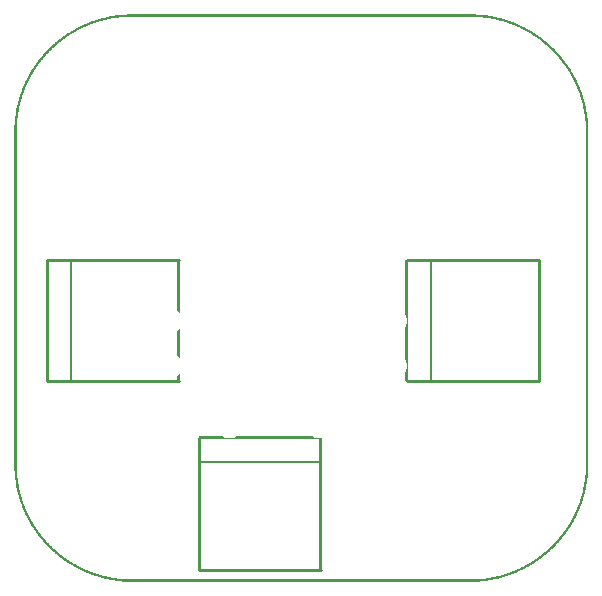
<source format=gbo>
G04 MADE WITH FRITZING*
G04 WWW.FRITZING.ORG*
G04 DOUBLE SIDED*
G04 HOLES PLATED*
G04 CONTOUR ON CENTER OF CONTOUR VECTOR*
%ASAXBY*%
%FSLAX23Y23*%
%MOIN*%
%OFA0B0*%
%SFA1.0B1.0*%
%ADD10C,0.010000*%
%ADD11C,0.005000*%
%ADD12R,0.001000X0.001000*%
%LNSILK0*%
G90*
G70*
G54D10*
X1747Y1074D02*
X1747Y670D01*
D02*
X1747Y670D02*
X1307Y670D01*
D02*
X1307Y1074D02*
X1747Y1074D01*
G54D11*
D02*
X1387Y670D02*
X1387Y1074D01*
G54D10*
D02*
X547Y670D02*
X107Y670D01*
D02*
X107Y670D02*
X107Y1074D01*
D02*
X107Y1074D02*
X547Y1074D01*
G54D11*
D02*
X187Y670D02*
X187Y1074D01*
G54D10*
D02*
X1020Y40D02*
X616Y40D01*
D02*
X616Y40D02*
X616Y480D01*
G54D11*
D02*
X616Y400D02*
X1020Y400D01*
G54D12*
X375Y1893D02*
X1537Y1893D01*
X360Y1892D02*
X1552Y1892D01*
X350Y1891D02*
X1562Y1891D01*
X342Y1890D02*
X1570Y1890D01*
X335Y1889D02*
X1577Y1889D01*
X328Y1888D02*
X1584Y1888D01*
X323Y1887D02*
X1589Y1887D01*
X317Y1886D02*
X1595Y1886D01*
X313Y1885D02*
X374Y1885D01*
X1538Y1885D02*
X1599Y1885D01*
X308Y1884D02*
X359Y1884D01*
X1553Y1884D02*
X1604Y1884D01*
X304Y1883D02*
X349Y1883D01*
X1563Y1883D02*
X1608Y1883D01*
X299Y1882D02*
X341Y1882D01*
X1571Y1882D02*
X1613Y1882D01*
X295Y1881D02*
X334Y1881D01*
X1578Y1881D02*
X1617Y1881D01*
X292Y1880D02*
X328Y1880D01*
X1584Y1880D02*
X1620Y1880D01*
X288Y1879D02*
X322Y1879D01*
X1590Y1879D02*
X1624Y1879D01*
X284Y1878D02*
X317Y1878D01*
X1595Y1878D02*
X1628Y1878D01*
X281Y1877D02*
X312Y1877D01*
X1600Y1877D02*
X1631Y1877D01*
X278Y1876D02*
X307Y1876D01*
X1605Y1876D02*
X1634Y1876D01*
X275Y1875D02*
X303Y1875D01*
X1609Y1875D02*
X1637Y1875D01*
X272Y1874D02*
X299Y1874D01*
X1613Y1874D02*
X1640Y1874D01*
X269Y1873D02*
X295Y1873D01*
X1617Y1873D02*
X1643Y1873D01*
X266Y1872D02*
X291Y1872D01*
X1621Y1872D02*
X1646Y1872D01*
X263Y1871D02*
X287Y1871D01*
X1625Y1871D02*
X1649Y1871D01*
X260Y1870D02*
X284Y1870D01*
X1628Y1870D02*
X1652Y1870D01*
X257Y1869D02*
X281Y1869D01*
X1631Y1869D02*
X1655Y1869D01*
X254Y1868D02*
X277Y1868D01*
X1635Y1868D02*
X1658Y1868D01*
X252Y1867D02*
X274Y1867D01*
X1638Y1867D02*
X1660Y1867D01*
X249Y1866D02*
X271Y1866D01*
X1641Y1866D02*
X1663Y1866D01*
X247Y1865D02*
X268Y1865D01*
X1644Y1865D02*
X1665Y1865D01*
X244Y1864D02*
X265Y1864D01*
X1647Y1864D02*
X1668Y1864D01*
X242Y1863D02*
X262Y1863D01*
X1650Y1863D02*
X1670Y1863D01*
X239Y1862D02*
X260Y1862D01*
X1652Y1862D02*
X1673Y1862D01*
X237Y1861D02*
X257Y1861D01*
X1655Y1861D02*
X1675Y1861D01*
X235Y1860D02*
X254Y1860D01*
X1658Y1860D02*
X1677Y1860D01*
X233Y1859D02*
X252Y1859D01*
X1660Y1859D02*
X1679Y1859D01*
X230Y1858D02*
X249Y1858D01*
X1663Y1858D02*
X1682Y1858D01*
X228Y1857D02*
X247Y1857D01*
X1665Y1857D02*
X1684Y1857D01*
X226Y1856D02*
X244Y1856D01*
X1668Y1856D02*
X1686Y1856D01*
X224Y1855D02*
X242Y1855D01*
X1670Y1855D02*
X1688Y1855D01*
X222Y1854D02*
X240Y1854D01*
X1672Y1854D02*
X1690Y1854D01*
X220Y1853D02*
X237Y1853D01*
X1675Y1853D02*
X1692Y1853D01*
X218Y1852D02*
X235Y1852D01*
X1677Y1852D02*
X1694Y1852D01*
X216Y1851D02*
X233Y1851D01*
X1679Y1851D02*
X1696Y1851D01*
X214Y1850D02*
X231Y1850D01*
X1681Y1850D02*
X1698Y1850D01*
X212Y1849D02*
X228Y1849D01*
X1684Y1849D02*
X1700Y1849D01*
X210Y1848D02*
X226Y1848D01*
X1686Y1848D02*
X1702Y1848D01*
X208Y1847D02*
X224Y1847D01*
X1688Y1847D02*
X1704Y1847D01*
X206Y1846D02*
X222Y1846D01*
X1690Y1846D02*
X1706Y1846D01*
X204Y1845D02*
X220Y1845D01*
X1692Y1845D02*
X1708Y1845D01*
X202Y1844D02*
X218Y1844D01*
X1694Y1844D02*
X1710Y1844D01*
X201Y1843D02*
X216Y1843D01*
X1696Y1843D02*
X1711Y1843D01*
X199Y1842D02*
X214Y1842D01*
X1698Y1842D02*
X1713Y1842D01*
X197Y1841D02*
X212Y1841D01*
X1700Y1841D02*
X1715Y1841D01*
X195Y1840D02*
X210Y1840D01*
X1702Y1840D02*
X1717Y1840D01*
X194Y1839D02*
X209Y1839D01*
X1703Y1839D02*
X1718Y1839D01*
X192Y1838D02*
X207Y1838D01*
X1705Y1838D02*
X1720Y1838D01*
X190Y1837D02*
X205Y1837D01*
X1707Y1837D02*
X1722Y1837D01*
X188Y1836D02*
X203Y1836D01*
X1709Y1836D02*
X1724Y1836D01*
X187Y1835D02*
X201Y1835D01*
X1711Y1835D02*
X1725Y1835D01*
X185Y1834D02*
X200Y1834D01*
X1712Y1834D02*
X1727Y1834D01*
X184Y1833D02*
X198Y1833D01*
X1714Y1833D02*
X1728Y1833D01*
X182Y1832D02*
X196Y1832D01*
X1716Y1832D02*
X1730Y1832D01*
X181Y1831D02*
X194Y1831D01*
X1718Y1831D02*
X1731Y1831D01*
X179Y1830D02*
X193Y1830D01*
X1719Y1830D02*
X1733Y1830D01*
X177Y1829D02*
X191Y1829D01*
X1721Y1829D02*
X1735Y1829D01*
X176Y1828D02*
X190Y1828D01*
X1722Y1828D02*
X1736Y1828D01*
X174Y1827D02*
X188Y1827D01*
X1724Y1827D02*
X1738Y1827D01*
X173Y1826D02*
X186Y1826D01*
X1726Y1826D02*
X1739Y1826D01*
X171Y1825D02*
X185Y1825D01*
X1727Y1825D02*
X1741Y1825D01*
X170Y1824D02*
X183Y1824D01*
X1729Y1824D02*
X1742Y1824D01*
X169Y1823D02*
X182Y1823D01*
X1730Y1823D02*
X1743Y1823D01*
X167Y1822D02*
X180Y1822D01*
X1732Y1822D02*
X1745Y1822D01*
X166Y1821D02*
X179Y1821D01*
X1733Y1821D02*
X1746Y1821D01*
X164Y1820D02*
X177Y1820D01*
X1735Y1820D02*
X1748Y1820D01*
X163Y1819D02*
X176Y1819D01*
X1736Y1819D02*
X1749Y1819D01*
X161Y1818D02*
X174Y1818D01*
X1738Y1818D02*
X1751Y1818D01*
X160Y1817D02*
X173Y1817D01*
X1739Y1817D02*
X1752Y1817D01*
X159Y1816D02*
X171Y1816D01*
X1741Y1816D02*
X1753Y1816D01*
X157Y1815D02*
X170Y1815D01*
X1742Y1815D02*
X1755Y1815D01*
X156Y1814D02*
X169Y1814D01*
X1743Y1814D02*
X1756Y1814D01*
X155Y1813D02*
X167Y1813D01*
X1745Y1813D02*
X1757Y1813D01*
X153Y1812D02*
X166Y1812D01*
X1746Y1812D02*
X1759Y1812D01*
X152Y1811D02*
X164Y1811D01*
X1748Y1811D02*
X1760Y1811D01*
X151Y1810D02*
X163Y1810D01*
X1749Y1810D02*
X1761Y1810D01*
X150Y1809D02*
X161Y1809D01*
X1751Y1809D02*
X1762Y1809D01*
X148Y1808D02*
X160Y1808D01*
X1752Y1808D02*
X1764Y1808D01*
X147Y1807D02*
X159Y1807D01*
X1753Y1807D02*
X1765Y1807D01*
X146Y1806D02*
X158Y1806D01*
X1754Y1806D02*
X1766Y1806D01*
X144Y1805D02*
X156Y1805D01*
X1756Y1805D02*
X1768Y1805D01*
X143Y1804D02*
X155Y1804D01*
X1757Y1804D02*
X1769Y1804D01*
X142Y1803D02*
X154Y1803D01*
X1758Y1803D02*
X1770Y1803D01*
X141Y1802D02*
X152Y1802D01*
X1760Y1802D02*
X1771Y1802D01*
X140Y1801D02*
X151Y1801D01*
X1761Y1801D02*
X1772Y1801D01*
X138Y1800D02*
X150Y1800D01*
X1762Y1800D02*
X1774Y1800D01*
X137Y1799D02*
X149Y1799D01*
X1763Y1799D02*
X1775Y1799D01*
X136Y1798D02*
X147Y1798D01*
X1765Y1798D02*
X1776Y1798D01*
X135Y1797D02*
X146Y1797D01*
X1766Y1797D02*
X1777Y1797D01*
X134Y1796D02*
X145Y1796D01*
X1767Y1796D02*
X1778Y1796D01*
X133Y1795D02*
X144Y1795D01*
X1768Y1795D02*
X1779Y1795D01*
X131Y1794D02*
X143Y1794D01*
X1769Y1794D02*
X1781Y1794D01*
X130Y1793D02*
X142Y1793D01*
X1770Y1793D02*
X1782Y1793D01*
X129Y1792D02*
X140Y1792D01*
X1772Y1792D02*
X1783Y1792D01*
X128Y1791D02*
X139Y1791D01*
X1773Y1791D02*
X1784Y1791D01*
X127Y1790D02*
X138Y1790D01*
X1774Y1790D02*
X1785Y1790D01*
X126Y1789D02*
X137Y1789D01*
X1775Y1789D02*
X1786Y1789D01*
X125Y1788D02*
X136Y1788D01*
X1776Y1788D02*
X1787Y1788D01*
X124Y1787D02*
X135Y1787D01*
X1777Y1787D02*
X1788Y1787D01*
X123Y1786D02*
X133Y1786D01*
X1779Y1786D02*
X1789Y1786D01*
X122Y1785D02*
X132Y1785D01*
X1780Y1785D02*
X1790Y1785D01*
X121Y1784D02*
X131Y1784D01*
X1781Y1784D02*
X1791Y1784D01*
X120Y1783D02*
X130Y1783D01*
X1782Y1783D02*
X1792Y1783D01*
X119Y1782D02*
X129Y1782D01*
X1783Y1782D02*
X1793Y1782D01*
X117Y1781D02*
X128Y1781D01*
X1784Y1781D02*
X1795Y1781D01*
X116Y1780D02*
X127Y1780D01*
X1785Y1780D02*
X1796Y1780D01*
X115Y1779D02*
X126Y1779D01*
X1786Y1779D02*
X1797Y1779D01*
X114Y1778D02*
X125Y1778D01*
X1787Y1778D02*
X1798Y1778D01*
X113Y1777D02*
X124Y1777D01*
X1788Y1777D02*
X1799Y1777D01*
X112Y1776D02*
X123Y1776D01*
X1789Y1776D02*
X1800Y1776D01*
X111Y1775D02*
X122Y1775D01*
X1790Y1775D02*
X1801Y1775D01*
X111Y1774D02*
X121Y1774D01*
X1791Y1774D02*
X1801Y1774D01*
X110Y1773D02*
X120Y1773D01*
X1792Y1773D02*
X1802Y1773D01*
X109Y1772D02*
X119Y1772D01*
X1793Y1772D02*
X1803Y1772D01*
X108Y1771D02*
X118Y1771D01*
X1794Y1771D02*
X1804Y1771D01*
X107Y1770D02*
X117Y1770D01*
X1795Y1770D02*
X1805Y1770D01*
X106Y1769D02*
X116Y1769D01*
X1796Y1769D02*
X1806Y1769D01*
X105Y1768D02*
X115Y1768D01*
X1797Y1768D02*
X1807Y1768D01*
X104Y1767D02*
X114Y1767D01*
X1798Y1767D02*
X1808Y1767D01*
X103Y1766D02*
X113Y1766D01*
X1799Y1766D02*
X1809Y1766D01*
X102Y1765D02*
X112Y1765D01*
X1800Y1765D02*
X1810Y1765D01*
X101Y1764D02*
X111Y1764D01*
X1801Y1764D02*
X1811Y1764D01*
X100Y1763D02*
X110Y1763D01*
X1802Y1763D02*
X1812Y1763D01*
X99Y1762D02*
X109Y1762D01*
X1803Y1762D02*
X1813Y1762D01*
X98Y1761D02*
X108Y1761D01*
X1804Y1761D02*
X1814Y1761D01*
X98Y1760D02*
X107Y1760D01*
X1805Y1760D02*
X1814Y1760D01*
X97Y1759D02*
X106Y1759D01*
X1806Y1759D02*
X1815Y1759D01*
X96Y1758D02*
X105Y1758D01*
X1807Y1758D02*
X1816Y1758D01*
X95Y1757D02*
X105Y1757D01*
X1807Y1757D02*
X1817Y1757D01*
X94Y1756D02*
X104Y1756D01*
X1808Y1756D02*
X1818Y1756D01*
X93Y1755D02*
X103Y1755D01*
X1809Y1755D02*
X1819Y1755D01*
X92Y1754D02*
X102Y1754D01*
X1810Y1754D02*
X1820Y1754D01*
X91Y1753D02*
X101Y1753D01*
X1811Y1753D02*
X1821Y1753D01*
X91Y1752D02*
X100Y1752D01*
X1812Y1752D02*
X1821Y1752D01*
X90Y1751D02*
X99Y1751D01*
X1813Y1751D02*
X1822Y1751D01*
X89Y1750D02*
X98Y1750D01*
X1814Y1750D02*
X1823Y1750D01*
X88Y1749D02*
X98Y1749D01*
X1814Y1749D02*
X1824Y1749D01*
X87Y1748D02*
X97Y1748D01*
X1815Y1748D02*
X1825Y1748D01*
X87Y1747D02*
X96Y1747D01*
X1816Y1747D02*
X1825Y1747D01*
X86Y1746D02*
X95Y1746D01*
X1817Y1746D02*
X1826Y1746D01*
X85Y1745D02*
X94Y1745D01*
X1818Y1745D02*
X1827Y1745D01*
X84Y1744D02*
X93Y1744D01*
X1819Y1744D02*
X1828Y1744D01*
X83Y1743D02*
X93Y1743D01*
X1819Y1743D02*
X1829Y1743D01*
X83Y1742D02*
X92Y1742D01*
X1820Y1742D02*
X1829Y1742D01*
X82Y1741D02*
X91Y1741D01*
X1821Y1741D02*
X1830Y1741D01*
X81Y1740D02*
X90Y1740D01*
X1822Y1740D02*
X1831Y1740D01*
X80Y1739D02*
X89Y1739D01*
X1823Y1739D02*
X1832Y1739D01*
X79Y1738D02*
X89Y1738D01*
X1823Y1738D02*
X1833Y1738D01*
X79Y1737D02*
X88Y1737D01*
X1824Y1737D02*
X1833Y1737D01*
X78Y1736D02*
X87Y1736D01*
X1825Y1736D02*
X1834Y1736D01*
X77Y1735D02*
X86Y1735D01*
X1826Y1735D02*
X1835Y1735D01*
X76Y1734D02*
X85Y1734D01*
X1827Y1734D02*
X1836Y1734D01*
X76Y1733D02*
X85Y1733D01*
X1827Y1733D02*
X1836Y1733D01*
X75Y1732D02*
X84Y1732D01*
X1828Y1732D02*
X1837Y1732D01*
X74Y1731D02*
X83Y1731D01*
X1829Y1731D02*
X1838Y1731D01*
X74Y1730D02*
X82Y1730D01*
X1830Y1730D02*
X1838Y1730D01*
X73Y1729D02*
X82Y1729D01*
X1830Y1729D02*
X1839Y1729D01*
X72Y1728D02*
X81Y1728D01*
X1831Y1728D02*
X1840Y1728D01*
X71Y1727D02*
X80Y1727D01*
X1832Y1727D02*
X1841Y1727D01*
X71Y1726D02*
X79Y1726D01*
X1833Y1726D02*
X1841Y1726D01*
X70Y1725D02*
X79Y1725D01*
X1833Y1725D02*
X1842Y1725D01*
X69Y1724D02*
X78Y1724D01*
X1834Y1724D02*
X1843Y1724D01*
X69Y1723D02*
X77Y1723D01*
X1835Y1723D02*
X1843Y1723D01*
X68Y1722D02*
X77Y1722D01*
X1835Y1722D02*
X1844Y1722D01*
X67Y1721D02*
X76Y1721D01*
X1836Y1721D02*
X1845Y1721D01*
X66Y1720D02*
X75Y1720D01*
X1837Y1720D02*
X1846Y1720D01*
X66Y1719D02*
X74Y1719D01*
X1838Y1719D02*
X1846Y1719D01*
X65Y1718D02*
X74Y1718D01*
X1838Y1718D02*
X1847Y1718D01*
X65Y1717D02*
X73Y1717D01*
X1839Y1717D02*
X1847Y1717D01*
X64Y1716D02*
X72Y1716D01*
X1840Y1716D02*
X1848Y1716D01*
X63Y1715D02*
X72Y1715D01*
X1840Y1715D02*
X1849Y1715D01*
X63Y1714D02*
X71Y1714D01*
X1841Y1714D02*
X1849Y1714D01*
X62Y1713D02*
X70Y1713D01*
X1842Y1713D02*
X1850Y1713D01*
X61Y1712D02*
X70Y1712D01*
X1842Y1712D02*
X1851Y1712D01*
X61Y1711D02*
X69Y1711D01*
X1843Y1711D02*
X1851Y1711D01*
X60Y1710D02*
X68Y1710D01*
X1844Y1710D02*
X1852Y1710D01*
X59Y1709D02*
X68Y1709D01*
X1844Y1709D02*
X1853Y1709D01*
X59Y1708D02*
X67Y1708D01*
X1845Y1708D02*
X1853Y1708D01*
X58Y1707D02*
X66Y1707D01*
X1846Y1707D02*
X1854Y1707D01*
X57Y1706D02*
X66Y1706D01*
X1846Y1706D02*
X1855Y1706D01*
X57Y1705D02*
X65Y1705D01*
X1847Y1705D02*
X1855Y1705D01*
X56Y1704D02*
X65Y1704D01*
X1847Y1704D02*
X1856Y1704D01*
X56Y1703D02*
X64Y1703D01*
X1848Y1703D02*
X1856Y1703D01*
X55Y1702D02*
X63Y1702D01*
X1849Y1702D02*
X1857Y1702D01*
X55Y1701D02*
X63Y1701D01*
X1849Y1701D02*
X1857Y1701D01*
X54Y1700D02*
X62Y1700D01*
X1850Y1700D02*
X1858Y1700D01*
X53Y1699D02*
X61Y1699D01*
X1851Y1699D02*
X1859Y1699D01*
X53Y1698D02*
X61Y1698D01*
X1851Y1698D02*
X1859Y1698D01*
X52Y1697D02*
X60Y1697D01*
X1852Y1697D02*
X1860Y1697D01*
X52Y1696D02*
X60Y1696D01*
X1852Y1696D02*
X1860Y1696D01*
X51Y1695D02*
X59Y1695D01*
X1853Y1695D02*
X1861Y1695D01*
X50Y1694D02*
X59Y1694D01*
X1853Y1694D02*
X1862Y1694D01*
X50Y1693D02*
X58Y1693D01*
X1854Y1693D02*
X1862Y1693D01*
X49Y1692D02*
X57Y1692D01*
X1855Y1692D02*
X1863Y1692D01*
X49Y1691D02*
X57Y1691D01*
X1855Y1691D02*
X1863Y1691D01*
X48Y1690D02*
X56Y1690D01*
X1856Y1690D02*
X1864Y1690D01*
X48Y1689D02*
X56Y1689D01*
X1856Y1689D02*
X1864Y1689D01*
X47Y1688D02*
X55Y1688D01*
X1857Y1688D02*
X1865Y1688D01*
X47Y1687D02*
X54Y1687D01*
X1858Y1687D02*
X1865Y1687D01*
X46Y1686D02*
X54Y1686D01*
X1858Y1686D02*
X1866Y1686D01*
X45Y1685D02*
X53Y1685D01*
X1859Y1685D02*
X1867Y1685D01*
X45Y1684D02*
X53Y1684D01*
X1859Y1684D02*
X1867Y1684D01*
X44Y1683D02*
X52Y1683D01*
X1860Y1683D02*
X1868Y1683D01*
X44Y1682D02*
X52Y1682D01*
X1860Y1682D02*
X1868Y1682D01*
X43Y1681D02*
X51Y1681D01*
X1861Y1681D02*
X1869Y1681D01*
X43Y1680D02*
X51Y1680D01*
X1861Y1680D02*
X1869Y1680D01*
X42Y1679D02*
X50Y1679D01*
X1862Y1679D02*
X1870Y1679D01*
X42Y1678D02*
X50Y1678D01*
X1862Y1678D02*
X1870Y1678D01*
X41Y1677D02*
X49Y1677D01*
X1863Y1677D02*
X1871Y1677D01*
X41Y1676D02*
X49Y1676D01*
X1863Y1676D02*
X1871Y1676D01*
X40Y1675D02*
X48Y1675D01*
X1864Y1675D02*
X1872Y1675D01*
X40Y1674D02*
X48Y1674D01*
X1864Y1674D02*
X1872Y1674D01*
X39Y1673D02*
X47Y1673D01*
X1865Y1673D02*
X1873Y1673D01*
X39Y1672D02*
X47Y1672D01*
X1865Y1672D02*
X1873Y1672D01*
X38Y1671D02*
X46Y1671D01*
X1866Y1671D02*
X1874Y1671D01*
X38Y1670D02*
X46Y1670D01*
X1866Y1670D02*
X1874Y1670D01*
X37Y1669D02*
X45Y1669D01*
X1867Y1669D02*
X1875Y1669D01*
X37Y1668D02*
X45Y1668D01*
X1867Y1668D02*
X1875Y1668D01*
X36Y1667D02*
X44Y1667D01*
X1868Y1667D02*
X1876Y1667D01*
X36Y1666D02*
X44Y1666D01*
X1868Y1666D02*
X1876Y1666D01*
X36Y1665D02*
X43Y1665D01*
X1869Y1665D02*
X1876Y1665D01*
X35Y1664D02*
X43Y1664D01*
X1869Y1664D02*
X1877Y1664D01*
X35Y1663D02*
X42Y1663D01*
X1870Y1663D02*
X1877Y1663D01*
X34Y1662D02*
X42Y1662D01*
X1870Y1662D02*
X1878Y1662D01*
X34Y1661D02*
X41Y1661D01*
X1871Y1661D02*
X1878Y1661D01*
X33Y1660D02*
X41Y1660D01*
X1871Y1660D02*
X1879Y1660D01*
X33Y1659D02*
X40Y1659D01*
X1872Y1659D02*
X1879Y1659D01*
X32Y1658D02*
X40Y1658D01*
X1872Y1658D02*
X1880Y1658D01*
X32Y1657D02*
X40Y1657D01*
X1872Y1657D02*
X1880Y1657D01*
X31Y1656D02*
X39Y1656D01*
X1873Y1656D02*
X1881Y1656D01*
X31Y1655D02*
X39Y1655D01*
X1873Y1655D02*
X1881Y1655D01*
X31Y1654D02*
X38Y1654D01*
X1874Y1654D02*
X1881Y1654D01*
X30Y1653D02*
X38Y1653D01*
X1874Y1653D02*
X1882Y1653D01*
X30Y1652D02*
X37Y1652D01*
X1875Y1652D02*
X1882Y1652D01*
X29Y1651D02*
X37Y1651D01*
X1875Y1651D02*
X1883Y1651D01*
X29Y1650D02*
X36Y1650D01*
X1876Y1650D02*
X1883Y1650D01*
X29Y1649D02*
X36Y1649D01*
X1876Y1649D02*
X1883Y1649D01*
X28Y1648D02*
X36Y1648D01*
X1876Y1648D02*
X1884Y1648D01*
X28Y1647D02*
X35Y1647D01*
X1877Y1647D02*
X1884Y1647D01*
X27Y1646D02*
X35Y1646D01*
X1877Y1646D02*
X1885Y1646D01*
X27Y1645D02*
X34Y1645D01*
X1878Y1645D02*
X1885Y1645D01*
X27Y1644D02*
X34Y1644D01*
X1878Y1644D02*
X1885Y1644D01*
X26Y1643D02*
X34Y1643D01*
X1878Y1643D02*
X1886Y1643D01*
X26Y1642D02*
X33Y1642D01*
X1879Y1642D02*
X1886Y1642D01*
X25Y1641D02*
X33Y1641D01*
X1879Y1641D02*
X1887Y1641D01*
X25Y1640D02*
X32Y1640D01*
X1880Y1640D02*
X1887Y1640D01*
X25Y1639D02*
X32Y1639D01*
X1880Y1639D02*
X1887Y1639D01*
X24Y1638D02*
X32Y1638D01*
X1880Y1638D02*
X1888Y1638D01*
X24Y1637D02*
X31Y1637D01*
X1881Y1637D02*
X1888Y1637D01*
X24Y1636D02*
X31Y1636D01*
X1881Y1636D02*
X1888Y1636D01*
X23Y1635D02*
X30Y1635D01*
X1882Y1635D02*
X1889Y1635D01*
X23Y1634D02*
X30Y1634D01*
X1882Y1634D02*
X1889Y1634D01*
X22Y1633D02*
X30Y1633D01*
X1882Y1633D02*
X1890Y1633D01*
X22Y1632D02*
X29Y1632D01*
X1883Y1632D02*
X1890Y1632D01*
X22Y1631D02*
X29Y1631D01*
X1883Y1631D02*
X1890Y1631D01*
X21Y1630D02*
X29Y1630D01*
X1883Y1630D02*
X1891Y1630D01*
X21Y1629D02*
X28Y1629D01*
X1884Y1629D02*
X1891Y1629D01*
X21Y1628D02*
X28Y1628D01*
X1884Y1628D02*
X1891Y1628D01*
X20Y1627D02*
X28Y1627D01*
X1884Y1627D02*
X1892Y1627D01*
X20Y1626D02*
X27Y1626D01*
X1885Y1626D02*
X1892Y1626D01*
X20Y1625D02*
X27Y1625D01*
X1885Y1625D02*
X1892Y1625D01*
X19Y1624D02*
X27Y1624D01*
X1885Y1624D02*
X1893Y1624D01*
X19Y1623D02*
X26Y1623D01*
X1886Y1623D02*
X1893Y1623D01*
X19Y1622D02*
X26Y1622D01*
X1886Y1622D02*
X1893Y1622D01*
X18Y1621D02*
X26Y1621D01*
X1886Y1621D02*
X1894Y1621D01*
X18Y1620D02*
X25Y1620D01*
X1887Y1620D02*
X1894Y1620D01*
X18Y1619D02*
X25Y1619D01*
X1887Y1619D02*
X1894Y1619D01*
X17Y1618D02*
X25Y1618D01*
X1887Y1618D02*
X1895Y1618D01*
X17Y1617D02*
X24Y1617D01*
X1888Y1617D02*
X1895Y1617D01*
X17Y1616D02*
X24Y1616D01*
X1888Y1616D02*
X1895Y1616D01*
X17Y1615D02*
X24Y1615D01*
X1888Y1615D02*
X1895Y1615D01*
X16Y1614D02*
X23Y1614D01*
X1889Y1614D02*
X1896Y1614D01*
X16Y1613D02*
X23Y1613D01*
X1889Y1613D02*
X1896Y1613D01*
X16Y1612D02*
X23Y1612D01*
X1889Y1612D02*
X1896Y1612D01*
X15Y1611D02*
X23Y1611D01*
X1889Y1611D02*
X1897Y1611D01*
X15Y1610D02*
X22Y1610D01*
X1890Y1610D02*
X1897Y1610D01*
X15Y1609D02*
X22Y1609D01*
X1890Y1609D02*
X1897Y1609D01*
X14Y1608D02*
X22Y1608D01*
X1890Y1608D02*
X1898Y1608D01*
X14Y1607D02*
X21Y1607D01*
X1891Y1607D02*
X1898Y1607D01*
X14Y1606D02*
X21Y1606D01*
X1891Y1606D02*
X1898Y1606D01*
X14Y1605D02*
X21Y1605D01*
X1891Y1605D02*
X1898Y1605D01*
X13Y1604D02*
X21Y1604D01*
X1891Y1604D02*
X1899Y1604D01*
X13Y1603D02*
X20Y1603D01*
X1892Y1603D02*
X1899Y1603D01*
X13Y1602D02*
X20Y1602D01*
X1892Y1602D02*
X1899Y1602D01*
X13Y1601D02*
X20Y1601D01*
X1892Y1601D02*
X1899Y1601D01*
X12Y1600D02*
X19Y1600D01*
X1893Y1600D02*
X1900Y1600D01*
X12Y1599D02*
X19Y1599D01*
X1893Y1599D02*
X1900Y1599D01*
X12Y1598D02*
X19Y1598D01*
X1893Y1598D02*
X1900Y1598D01*
X12Y1597D02*
X19Y1597D01*
X1893Y1597D02*
X1900Y1597D01*
X11Y1596D02*
X18Y1596D01*
X1894Y1596D02*
X1901Y1596D01*
X11Y1595D02*
X18Y1595D01*
X1894Y1595D02*
X1901Y1595D01*
X11Y1594D02*
X18Y1594D01*
X1894Y1594D02*
X1901Y1594D01*
X11Y1593D02*
X18Y1593D01*
X1894Y1593D02*
X1901Y1593D01*
X10Y1592D02*
X17Y1592D01*
X1895Y1592D02*
X1902Y1592D01*
X10Y1591D02*
X17Y1591D01*
X1895Y1591D02*
X1902Y1591D01*
X10Y1590D02*
X17Y1590D01*
X1895Y1590D02*
X1902Y1590D01*
X10Y1589D02*
X17Y1589D01*
X1895Y1589D02*
X1902Y1589D01*
X9Y1588D02*
X16Y1588D01*
X1896Y1588D02*
X1903Y1588D01*
X9Y1587D02*
X16Y1587D01*
X1896Y1587D02*
X1903Y1587D01*
X9Y1586D02*
X16Y1586D01*
X1896Y1586D02*
X1903Y1586D01*
X9Y1585D02*
X16Y1585D01*
X1896Y1585D02*
X1903Y1585D01*
X9Y1584D02*
X16Y1584D01*
X1896Y1584D02*
X1903Y1584D01*
X8Y1583D02*
X15Y1583D01*
X1897Y1583D02*
X1904Y1583D01*
X8Y1582D02*
X15Y1582D01*
X1897Y1582D02*
X1904Y1582D01*
X8Y1581D02*
X15Y1581D01*
X1897Y1581D02*
X1904Y1581D01*
X8Y1580D02*
X15Y1580D01*
X1897Y1580D02*
X1904Y1580D01*
X7Y1579D02*
X15Y1579D01*
X1897Y1579D02*
X1905Y1579D01*
X7Y1578D02*
X14Y1578D01*
X1898Y1578D02*
X1905Y1578D01*
X7Y1577D02*
X14Y1577D01*
X1898Y1577D02*
X1905Y1577D01*
X7Y1576D02*
X14Y1576D01*
X1898Y1576D02*
X1905Y1576D01*
X7Y1575D02*
X14Y1575D01*
X1898Y1575D02*
X1905Y1575D01*
X7Y1574D02*
X14Y1574D01*
X1898Y1574D02*
X1905Y1574D01*
X6Y1573D02*
X13Y1573D01*
X1899Y1573D02*
X1906Y1573D01*
X6Y1572D02*
X13Y1572D01*
X1899Y1572D02*
X1906Y1572D01*
X6Y1571D02*
X13Y1571D01*
X1899Y1571D02*
X1906Y1571D01*
X6Y1570D02*
X13Y1570D01*
X1899Y1570D02*
X1906Y1570D01*
X6Y1569D02*
X13Y1569D01*
X1899Y1569D02*
X1906Y1569D01*
X5Y1568D02*
X13Y1568D01*
X1899Y1568D02*
X1907Y1568D01*
X5Y1567D02*
X12Y1567D01*
X1900Y1567D02*
X1907Y1567D01*
X5Y1566D02*
X12Y1566D01*
X1900Y1566D02*
X1907Y1566D01*
X5Y1565D02*
X12Y1565D01*
X1900Y1565D02*
X1907Y1565D01*
X5Y1564D02*
X12Y1564D01*
X1900Y1564D02*
X1907Y1564D01*
X5Y1563D02*
X12Y1563D01*
X1900Y1563D02*
X1907Y1563D01*
X4Y1562D02*
X12Y1562D01*
X1900Y1562D02*
X1908Y1562D01*
X4Y1561D02*
X11Y1561D01*
X1901Y1561D02*
X1908Y1561D01*
X4Y1560D02*
X11Y1560D01*
X1901Y1560D02*
X1908Y1560D01*
X4Y1559D02*
X11Y1559D01*
X1901Y1559D02*
X1908Y1559D01*
X4Y1558D02*
X11Y1558D01*
X1901Y1558D02*
X1908Y1558D01*
X4Y1557D02*
X11Y1557D01*
X1901Y1557D02*
X1908Y1557D01*
X4Y1556D02*
X11Y1556D01*
X1901Y1556D02*
X1908Y1556D01*
X3Y1555D02*
X11Y1555D01*
X1901Y1555D02*
X1909Y1555D01*
X3Y1554D02*
X10Y1554D01*
X1902Y1554D02*
X1909Y1554D01*
X3Y1553D02*
X10Y1553D01*
X1902Y1553D02*
X1909Y1553D01*
X3Y1552D02*
X10Y1552D01*
X1902Y1552D02*
X1909Y1552D01*
X3Y1551D02*
X10Y1551D01*
X1902Y1551D02*
X1909Y1551D01*
X3Y1550D02*
X10Y1550D01*
X1902Y1550D02*
X1909Y1550D01*
X3Y1549D02*
X10Y1549D01*
X1902Y1549D02*
X1909Y1549D01*
X3Y1548D02*
X10Y1548D01*
X1902Y1548D02*
X1909Y1548D01*
X2Y1547D02*
X10Y1547D01*
X1902Y1547D02*
X1910Y1547D01*
X2Y1546D02*
X9Y1546D01*
X1903Y1546D02*
X1910Y1546D01*
X2Y1545D02*
X9Y1545D01*
X1903Y1545D02*
X1910Y1545D01*
X2Y1544D02*
X9Y1544D01*
X1903Y1544D02*
X1910Y1544D01*
X2Y1543D02*
X9Y1543D01*
X1903Y1543D02*
X1910Y1543D01*
X2Y1542D02*
X9Y1542D01*
X1903Y1542D02*
X1910Y1542D01*
X2Y1541D02*
X9Y1541D01*
X1903Y1541D02*
X1910Y1541D01*
X2Y1540D02*
X9Y1540D01*
X1903Y1540D02*
X1910Y1540D01*
X2Y1539D02*
X9Y1539D01*
X1903Y1539D02*
X1910Y1539D01*
X2Y1538D02*
X9Y1538D01*
X1903Y1538D02*
X1910Y1538D01*
X1Y1537D02*
X9Y1537D01*
X1903Y1537D02*
X1911Y1537D01*
X1Y1536D02*
X8Y1536D01*
X1904Y1536D02*
X1911Y1536D01*
X1Y1535D02*
X8Y1535D01*
X1904Y1535D02*
X1911Y1535D01*
X1Y1534D02*
X8Y1534D01*
X1904Y1534D02*
X1911Y1534D01*
X1Y1533D02*
X8Y1533D01*
X1904Y1533D02*
X1911Y1533D01*
X1Y1532D02*
X8Y1532D01*
X1904Y1532D02*
X1911Y1532D01*
X1Y1531D02*
X8Y1531D01*
X1904Y1531D02*
X1911Y1531D01*
X1Y1530D02*
X8Y1530D01*
X1904Y1530D02*
X1911Y1530D01*
X1Y1529D02*
X8Y1529D01*
X1904Y1529D02*
X1911Y1529D01*
X1Y1528D02*
X8Y1528D01*
X1904Y1528D02*
X1911Y1528D01*
X1Y1527D02*
X8Y1527D01*
X1904Y1527D02*
X1911Y1527D01*
X1Y1526D02*
X8Y1526D01*
X1904Y1526D02*
X1911Y1526D01*
X1Y1525D02*
X8Y1525D01*
X1904Y1525D02*
X1911Y1525D01*
X1Y1524D02*
X8Y1524D01*
X1904Y1524D02*
X1911Y1524D01*
X0Y1523D02*
X8Y1523D01*
X1904Y1523D02*
X1912Y1523D01*
X0Y1522D02*
X7Y1522D01*
X1905Y1522D02*
X1912Y1522D01*
X0Y1521D02*
X7Y1521D01*
X1905Y1521D02*
X1912Y1521D01*
X0Y1520D02*
X7Y1520D01*
X1905Y1520D02*
X1912Y1520D01*
X0Y1519D02*
X7Y1519D01*
X1905Y1519D02*
X1912Y1519D01*
X0Y1518D02*
X7Y1518D01*
X1905Y1518D02*
X1912Y1518D01*
X0Y1517D02*
X7Y1517D01*
X1905Y1517D02*
X1912Y1517D01*
X0Y1516D02*
X7Y1516D01*
X1905Y1516D02*
X1912Y1516D01*
X0Y1515D02*
X7Y1515D01*
X1905Y1515D02*
X1912Y1515D01*
X0Y1514D02*
X7Y1514D01*
X1905Y1514D02*
X1912Y1514D01*
X0Y1513D02*
X7Y1513D01*
X1905Y1513D02*
X1912Y1513D01*
X0Y1512D02*
X7Y1512D01*
X1905Y1512D02*
X1912Y1512D01*
X0Y1511D02*
X7Y1511D01*
X1905Y1511D02*
X1912Y1511D01*
X0Y1510D02*
X7Y1510D01*
X1905Y1510D02*
X1912Y1510D01*
X0Y1509D02*
X7Y1509D01*
X1905Y1509D02*
X1912Y1509D01*
X0Y1508D02*
X7Y1508D01*
X1905Y1508D02*
X1912Y1508D01*
X0Y1507D02*
X7Y1507D01*
X1905Y1507D02*
X1912Y1507D01*
X0Y1506D02*
X7Y1506D01*
X1905Y1506D02*
X1912Y1506D01*
X0Y1505D02*
X7Y1505D01*
X1905Y1505D02*
X1912Y1505D01*
X0Y1504D02*
X7Y1504D01*
X1905Y1504D02*
X1912Y1504D01*
X0Y1503D02*
X7Y1503D01*
X1905Y1503D02*
X1912Y1503D01*
X0Y1502D02*
X7Y1502D01*
X1905Y1502D02*
X1912Y1502D01*
X0Y1501D02*
X7Y1501D01*
X1905Y1501D02*
X1912Y1501D01*
X0Y1500D02*
X7Y1500D01*
X1905Y1500D02*
X1912Y1500D01*
X0Y1499D02*
X7Y1499D01*
X1905Y1499D02*
X1912Y1499D01*
X0Y1498D02*
X7Y1498D01*
X1905Y1498D02*
X1912Y1498D01*
X0Y1497D02*
X7Y1497D01*
X1905Y1497D02*
X1912Y1497D01*
X0Y1496D02*
X7Y1496D01*
X1905Y1496D02*
X1912Y1496D01*
X0Y1495D02*
X7Y1495D01*
X1905Y1495D02*
X1912Y1495D01*
X0Y1494D02*
X7Y1494D01*
X1905Y1494D02*
X1912Y1494D01*
X0Y1493D02*
X7Y1493D01*
X1905Y1493D02*
X1912Y1493D01*
X0Y1492D02*
X7Y1492D01*
X1905Y1492D02*
X1912Y1492D01*
X0Y1491D02*
X7Y1491D01*
X1905Y1491D02*
X1912Y1491D01*
X0Y1490D02*
X7Y1490D01*
X1905Y1490D02*
X1912Y1490D01*
X0Y1489D02*
X7Y1489D01*
X1905Y1489D02*
X1912Y1489D01*
X0Y1488D02*
X7Y1488D01*
X1905Y1488D02*
X1912Y1488D01*
X0Y1487D02*
X7Y1487D01*
X1905Y1487D02*
X1912Y1487D01*
X0Y1486D02*
X7Y1486D01*
X1905Y1486D02*
X1912Y1486D01*
X0Y1485D02*
X7Y1485D01*
X1905Y1485D02*
X1912Y1485D01*
X0Y1484D02*
X7Y1484D01*
X1905Y1484D02*
X1912Y1484D01*
X0Y1483D02*
X7Y1483D01*
X1905Y1483D02*
X1912Y1483D01*
X0Y1482D02*
X7Y1482D01*
X1905Y1482D02*
X1912Y1482D01*
X0Y1481D02*
X7Y1481D01*
X1905Y1481D02*
X1912Y1481D01*
X0Y1480D02*
X7Y1480D01*
X1905Y1480D02*
X1912Y1480D01*
X0Y1479D02*
X7Y1479D01*
X1905Y1479D02*
X1912Y1479D01*
X0Y1478D02*
X7Y1478D01*
X1905Y1478D02*
X1912Y1478D01*
X0Y1477D02*
X7Y1477D01*
X1905Y1477D02*
X1912Y1477D01*
X0Y1476D02*
X7Y1476D01*
X1905Y1476D02*
X1912Y1476D01*
X0Y1475D02*
X7Y1475D01*
X1905Y1475D02*
X1912Y1475D01*
X0Y1474D02*
X7Y1474D01*
X1905Y1474D02*
X1912Y1474D01*
X0Y1473D02*
X7Y1473D01*
X1905Y1473D02*
X1912Y1473D01*
X0Y1472D02*
X7Y1472D01*
X1905Y1472D02*
X1912Y1472D01*
X0Y1471D02*
X7Y1471D01*
X1905Y1471D02*
X1912Y1471D01*
X0Y1470D02*
X7Y1470D01*
X1905Y1470D02*
X1912Y1470D01*
X0Y1469D02*
X7Y1469D01*
X1905Y1469D02*
X1912Y1469D01*
X0Y1468D02*
X7Y1468D01*
X1905Y1468D02*
X1912Y1468D01*
X0Y1467D02*
X7Y1467D01*
X1905Y1467D02*
X1912Y1467D01*
X0Y1466D02*
X7Y1466D01*
X1905Y1466D02*
X1912Y1466D01*
X0Y1465D02*
X7Y1465D01*
X1905Y1465D02*
X1912Y1465D01*
X0Y1464D02*
X7Y1464D01*
X1905Y1464D02*
X1912Y1464D01*
X0Y1463D02*
X7Y1463D01*
X1905Y1463D02*
X1912Y1463D01*
X0Y1462D02*
X7Y1462D01*
X1905Y1462D02*
X1912Y1462D01*
X0Y1461D02*
X7Y1461D01*
X1905Y1461D02*
X1912Y1461D01*
X0Y1460D02*
X7Y1460D01*
X1905Y1460D02*
X1912Y1460D01*
X0Y1459D02*
X7Y1459D01*
X1905Y1459D02*
X1912Y1459D01*
X0Y1458D02*
X7Y1458D01*
X1905Y1458D02*
X1912Y1458D01*
X0Y1457D02*
X7Y1457D01*
X1905Y1457D02*
X1912Y1457D01*
X0Y1456D02*
X7Y1456D01*
X1905Y1456D02*
X1912Y1456D01*
X0Y1455D02*
X7Y1455D01*
X1905Y1455D02*
X1912Y1455D01*
X0Y1454D02*
X7Y1454D01*
X1905Y1454D02*
X1912Y1454D01*
X0Y1453D02*
X7Y1453D01*
X1905Y1453D02*
X1912Y1453D01*
X0Y1452D02*
X7Y1452D01*
X1905Y1452D02*
X1912Y1452D01*
X0Y1451D02*
X7Y1451D01*
X1905Y1451D02*
X1912Y1451D01*
X0Y1450D02*
X7Y1450D01*
X1905Y1450D02*
X1912Y1450D01*
X0Y1449D02*
X7Y1449D01*
X1905Y1449D02*
X1912Y1449D01*
X0Y1448D02*
X7Y1448D01*
X1905Y1448D02*
X1912Y1448D01*
X0Y1447D02*
X7Y1447D01*
X1905Y1447D02*
X1912Y1447D01*
X0Y1446D02*
X7Y1446D01*
X1905Y1446D02*
X1912Y1446D01*
X0Y1445D02*
X7Y1445D01*
X1905Y1445D02*
X1912Y1445D01*
X0Y1444D02*
X7Y1444D01*
X1905Y1444D02*
X1912Y1444D01*
X0Y1443D02*
X7Y1443D01*
X1905Y1443D02*
X1912Y1443D01*
X0Y1442D02*
X7Y1442D01*
X1905Y1442D02*
X1912Y1442D01*
X0Y1441D02*
X7Y1441D01*
X1905Y1441D02*
X1912Y1441D01*
X0Y1440D02*
X7Y1440D01*
X1905Y1440D02*
X1912Y1440D01*
X0Y1439D02*
X7Y1439D01*
X1905Y1439D02*
X1912Y1439D01*
X0Y1438D02*
X7Y1438D01*
X1905Y1438D02*
X1912Y1438D01*
X0Y1437D02*
X7Y1437D01*
X1905Y1437D02*
X1912Y1437D01*
X0Y1436D02*
X7Y1436D01*
X1905Y1436D02*
X1912Y1436D01*
X0Y1435D02*
X7Y1435D01*
X1905Y1435D02*
X1912Y1435D01*
X0Y1434D02*
X7Y1434D01*
X1905Y1434D02*
X1912Y1434D01*
X0Y1433D02*
X7Y1433D01*
X1905Y1433D02*
X1912Y1433D01*
X0Y1432D02*
X7Y1432D01*
X1905Y1432D02*
X1912Y1432D01*
X0Y1431D02*
X7Y1431D01*
X1905Y1431D02*
X1912Y1431D01*
X0Y1430D02*
X7Y1430D01*
X1905Y1430D02*
X1912Y1430D01*
X0Y1429D02*
X7Y1429D01*
X1905Y1429D02*
X1912Y1429D01*
X0Y1428D02*
X7Y1428D01*
X1905Y1428D02*
X1912Y1428D01*
X0Y1427D02*
X7Y1427D01*
X1905Y1427D02*
X1912Y1427D01*
X0Y1426D02*
X7Y1426D01*
X1905Y1426D02*
X1912Y1426D01*
X0Y1425D02*
X7Y1425D01*
X1905Y1425D02*
X1912Y1425D01*
X0Y1424D02*
X7Y1424D01*
X1905Y1424D02*
X1912Y1424D01*
X0Y1423D02*
X7Y1423D01*
X1905Y1423D02*
X1912Y1423D01*
X0Y1422D02*
X7Y1422D01*
X1905Y1422D02*
X1912Y1422D01*
X0Y1421D02*
X7Y1421D01*
X1905Y1421D02*
X1912Y1421D01*
X0Y1420D02*
X7Y1420D01*
X1905Y1420D02*
X1912Y1420D01*
X0Y1419D02*
X7Y1419D01*
X1905Y1419D02*
X1912Y1419D01*
X0Y1418D02*
X7Y1418D01*
X1905Y1418D02*
X1912Y1418D01*
X0Y1417D02*
X7Y1417D01*
X1905Y1417D02*
X1912Y1417D01*
X0Y1416D02*
X7Y1416D01*
X1905Y1416D02*
X1912Y1416D01*
X0Y1415D02*
X7Y1415D01*
X1905Y1415D02*
X1912Y1415D01*
X0Y1414D02*
X7Y1414D01*
X1905Y1414D02*
X1912Y1414D01*
X0Y1413D02*
X7Y1413D01*
X1905Y1413D02*
X1912Y1413D01*
X0Y1412D02*
X7Y1412D01*
X1905Y1412D02*
X1912Y1412D01*
X0Y1411D02*
X7Y1411D01*
X1905Y1411D02*
X1912Y1411D01*
X0Y1410D02*
X7Y1410D01*
X1905Y1410D02*
X1912Y1410D01*
X0Y1409D02*
X7Y1409D01*
X1905Y1409D02*
X1912Y1409D01*
X0Y1408D02*
X7Y1408D01*
X1905Y1408D02*
X1912Y1408D01*
X0Y1407D02*
X7Y1407D01*
X1905Y1407D02*
X1912Y1407D01*
X0Y1406D02*
X7Y1406D01*
X1905Y1406D02*
X1912Y1406D01*
X0Y1405D02*
X7Y1405D01*
X1905Y1405D02*
X1912Y1405D01*
X0Y1404D02*
X7Y1404D01*
X1905Y1404D02*
X1912Y1404D01*
X0Y1403D02*
X7Y1403D01*
X1905Y1403D02*
X1912Y1403D01*
X0Y1402D02*
X7Y1402D01*
X1905Y1402D02*
X1912Y1402D01*
X0Y1401D02*
X7Y1401D01*
X1905Y1401D02*
X1912Y1401D01*
X0Y1400D02*
X7Y1400D01*
X1905Y1400D02*
X1912Y1400D01*
X0Y1399D02*
X7Y1399D01*
X1905Y1399D02*
X1912Y1399D01*
X0Y1398D02*
X7Y1398D01*
X1905Y1398D02*
X1912Y1398D01*
X0Y1397D02*
X7Y1397D01*
X1905Y1397D02*
X1912Y1397D01*
X0Y1396D02*
X7Y1396D01*
X1905Y1396D02*
X1912Y1396D01*
X0Y1395D02*
X7Y1395D01*
X1905Y1395D02*
X1912Y1395D01*
X0Y1394D02*
X7Y1394D01*
X1905Y1394D02*
X1912Y1394D01*
X0Y1393D02*
X7Y1393D01*
X1905Y1393D02*
X1912Y1393D01*
X0Y1392D02*
X7Y1392D01*
X1905Y1392D02*
X1912Y1392D01*
X0Y1391D02*
X7Y1391D01*
X1905Y1391D02*
X1912Y1391D01*
X0Y1390D02*
X7Y1390D01*
X1905Y1390D02*
X1912Y1390D01*
X0Y1389D02*
X7Y1389D01*
X1905Y1389D02*
X1912Y1389D01*
X0Y1388D02*
X7Y1388D01*
X1905Y1388D02*
X1912Y1388D01*
X0Y1387D02*
X7Y1387D01*
X1905Y1387D02*
X1912Y1387D01*
X0Y1386D02*
X7Y1386D01*
X1905Y1386D02*
X1912Y1386D01*
X0Y1385D02*
X7Y1385D01*
X1905Y1385D02*
X1912Y1385D01*
X0Y1384D02*
X7Y1384D01*
X1905Y1384D02*
X1912Y1384D01*
X0Y1383D02*
X7Y1383D01*
X1905Y1383D02*
X1912Y1383D01*
X0Y1382D02*
X7Y1382D01*
X1905Y1382D02*
X1912Y1382D01*
X0Y1381D02*
X7Y1381D01*
X1905Y1381D02*
X1912Y1381D01*
X0Y1380D02*
X7Y1380D01*
X1905Y1380D02*
X1912Y1380D01*
X0Y1379D02*
X7Y1379D01*
X1905Y1379D02*
X1912Y1379D01*
X0Y1378D02*
X7Y1378D01*
X1905Y1378D02*
X1912Y1378D01*
X0Y1377D02*
X7Y1377D01*
X1905Y1377D02*
X1912Y1377D01*
X0Y1376D02*
X7Y1376D01*
X1905Y1376D02*
X1912Y1376D01*
X0Y1375D02*
X7Y1375D01*
X1905Y1375D02*
X1912Y1375D01*
X0Y1374D02*
X7Y1374D01*
X1905Y1374D02*
X1912Y1374D01*
X0Y1373D02*
X7Y1373D01*
X1905Y1373D02*
X1912Y1373D01*
X0Y1372D02*
X7Y1372D01*
X1905Y1372D02*
X1912Y1372D01*
X0Y1371D02*
X7Y1371D01*
X1905Y1371D02*
X1912Y1371D01*
X0Y1370D02*
X7Y1370D01*
X1905Y1370D02*
X1912Y1370D01*
X0Y1369D02*
X7Y1369D01*
X1905Y1369D02*
X1912Y1369D01*
X0Y1368D02*
X7Y1368D01*
X1905Y1368D02*
X1912Y1368D01*
X0Y1367D02*
X7Y1367D01*
X1905Y1367D02*
X1912Y1367D01*
X0Y1366D02*
X7Y1366D01*
X1905Y1366D02*
X1912Y1366D01*
X0Y1365D02*
X7Y1365D01*
X1905Y1365D02*
X1912Y1365D01*
X0Y1364D02*
X7Y1364D01*
X1905Y1364D02*
X1912Y1364D01*
X0Y1363D02*
X7Y1363D01*
X1905Y1363D02*
X1912Y1363D01*
X0Y1362D02*
X7Y1362D01*
X1905Y1362D02*
X1912Y1362D01*
X0Y1361D02*
X7Y1361D01*
X1905Y1361D02*
X1912Y1361D01*
X0Y1360D02*
X7Y1360D01*
X1905Y1360D02*
X1912Y1360D01*
X0Y1359D02*
X7Y1359D01*
X1905Y1359D02*
X1912Y1359D01*
X0Y1358D02*
X7Y1358D01*
X1905Y1358D02*
X1912Y1358D01*
X0Y1357D02*
X7Y1357D01*
X1905Y1357D02*
X1912Y1357D01*
X0Y1356D02*
X7Y1356D01*
X1905Y1356D02*
X1912Y1356D01*
X0Y1355D02*
X7Y1355D01*
X1905Y1355D02*
X1912Y1355D01*
X0Y1354D02*
X7Y1354D01*
X1905Y1354D02*
X1912Y1354D01*
X0Y1353D02*
X7Y1353D01*
X1905Y1353D02*
X1912Y1353D01*
X0Y1352D02*
X7Y1352D01*
X1905Y1352D02*
X1912Y1352D01*
X0Y1351D02*
X7Y1351D01*
X1905Y1351D02*
X1912Y1351D01*
X0Y1350D02*
X7Y1350D01*
X1905Y1350D02*
X1912Y1350D01*
X0Y1349D02*
X7Y1349D01*
X1905Y1349D02*
X1912Y1349D01*
X0Y1348D02*
X7Y1348D01*
X1905Y1348D02*
X1912Y1348D01*
X0Y1347D02*
X7Y1347D01*
X1905Y1347D02*
X1912Y1347D01*
X0Y1346D02*
X7Y1346D01*
X1905Y1346D02*
X1912Y1346D01*
X0Y1345D02*
X7Y1345D01*
X1905Y1345D02*
X1912Y1345D01*
X0Y1344D02*
X7Y1344D01*
X1905Y1344D02*
X1912Y1344D01*
X0Y1343D02*
X7Y1343D01*
X1905Y1343D02*
X1912Y1343D01*
X0Y1342D02*
X7Y1342D01*
X1905Y1342D02*
X1912Y1342D01*
X0Y1341D02*
X7Y1341D01*
X1905Y1341D02*
X1912Y1341D01*
X0Y1340D02*
X7Y1340D01*
X1905Y1340D02*
X1912Y1340D01*
X0Y1339D02*
X7Y1339D01*
X1905Y1339D02*
X1912Y1339D01*
X0Y1338D02*
X7Y1338D01*
X1905Y1338D02*
X1912Y1338D01*
X0Y1337D02*
X7Y1337D01*
X1905Y1337D02*
X1912Y1337D01*
X0Y1336D02*
X7Y1336D01*
X1905Y1336D02*
X1912Y1336D01*
X0Y1335D02*
X7Y1335D01*
X1905Y1335D02*
X1912Y1335D01*
X0Y1334D02*
X7Y1334D01*
X1905Y1334D02*
X1912Y1334D01*
X0Y1333D02*
X7Y1333D01*
X1905Y1333D02*
X1912Y1333D01*
X0Y1332D02*
X7Y1332D01*
X1905Y1332D02*
X1912Y1332D01*
X0Y1331D02*
X7Y1331D01*
X1905Y1331D02*
X1912Y1331D01*
X0Y1330D02*
X7Y1330D01*
X1905Y1330D02*
X1912Y1330D01*
X0Y1329D02*
X7Y1329D01*
X1905Y1329D02*
X1912Y1329D01*
X0Y1328D02*
X7Y1328D01*
X1905Y1328D02*
X1912Y1328D01*
X0Y1327D02*
X7Y1327D01*
X1905Y1327D02*
X1912Y1327D01*
X0Y1326D02*
X7Y1326D01*
X1905Y1326D02*
X1912Y1326D01*
X0Y1325D02*
X7Y1325D01*
X1905Y1325D02*
X1912Y1325D01*
X0Y1324D02*
X7Y1324D01*
X1905Y1324D02*
X1912Y1324D01*
X0Y1323D02*
X7Y1323D01*
X1905Y1323D02*
X1912Y1323D01*
X0Y1322D02*
X7Y1322D01*
X1905Y1322D02*
X1912Y1322D01*
X0Y1321D02*
X7Y1321D01*
X1905Y1321D02*
X1912Y1321D01*
X0Y1320D02*
X7Y1320D01*
X1905Y1320D02*
X1912Y1320D01*
X0Y1319D02*
X7Y1319D01*
X1905Y1319D02*
X1912Y1319D01*
X0Y1318D02*
X7Y1318D01*
X1905Y1318D02*
X1912Y1318D01*
X0Y1317D02*
X7Y1317D01*
X1905Y1317D02*
X1912Y1317D01*
X0Y1316D02*
X7Y1316D01*
X1905Y1316D02*
X1912Y1316D01*
X0Y1315D02*
X7Y1315D01*
X1905Y1315D02*
X1912Y1315D01*
X0Y1314D02*
X7Y1314D01*
X1905Y1314D02*
X1912Y1314D01*
X0Y1313D02*
X7Y1313D01*
X1905Y1313D02*
X1912Y1313D01*
X0Y1312D02*
X7Y1312D01*
X1905Y1312D02*
X1912Y1312D01*
X0Y1311D02*
X7Y1311D01*
X1905Y1311D02*
X1912Y1311D01*
X0Y1310D02*
X7Y1310D01*
X1905Y1310D02*
X1912Y1310D01*
X0Y1309D02*
X7Y1309D01*
X1905Y1309D02*
X1912Y1309D01*
X0Y1308D02*
X7Y1308D01*
X1905Y1308D02*
X1912Y1308D01*
X0Y1307D02*
X7Y1307D01*
X1905Y1307D02*
X1912Y1307D01*
X0Y1306D02*
X7Y1306D01*
X1905Y1306D02*
X1912Y1306D01*
X0Y1305D02*
X7Y1305D01*
X1905Y1305D02*
X1912Y1305D01*
X0Y1304D02*
X7Y1304D01*
X1905Y1304D02*
X1912Y1304D01*
X0Y1303D02*
X7Y1303D01*
X1905Y1303D02*
X1912Y1303D01*
X0Y1302D02*
X7Y1302D01*
X1905Y1302D02*
X1912Y1302D01*
X0Y1301D02*
X7Y1301D01*
X1905Y1301D02*
X1912Y1301D01*
X0Y1300D02*
X7Y1300D01*
X1905Y1300D02*
X1912Y1300D01*
X0Y1299D02*
X7Y1299D01*
X1905Y1299D02*
X1912Y1299D01*
X0Y1298D02*
X7Y1298D01*
X1905Y1298D02*
X1912Y1298D01*
X0Y1297D02*
X7Y1297D01*
X1905Y1297D02*
X1912Y1297D01*
X0Y1296D02*
X7Y1296D01*
X1905Y1296D02*
X1912Y1296D01*
X0Y1295D02*
X7Y1295D01*
X1905Y1295D02*
X1912Y1295D01*
X0Y1294D02*
X7Y1294D01*
X1905Y1294D02*
X1912Y1294D01*
X0Y1293D02*
X7Y1293D01*
X1905Y1293D02*
X1912Y1293D01*
X0Y1292D02*
X7Y1292D01*
X1905Y1292D02*
X1912Y1292D01*
X0Y1291D02*
X7Y1291D01*
X1905Y1291D02*
X1912Y1291D01*
X0Y1290D02*
X7Y1290D01*
X1905Y1290D02*
X1912Y1290D01*
X0Y1289D02*
X7Y1289D01*
X1905Y1289D02*
X1912Y1289D01*
X0Y1288D02*
X7Y1288D01*
X1905Y1288D02*
X1912Y1288D01*
X0Y1287D02*
X7Y1287D01*
X1905Y1287D02*
X1912Y1287D01*
X0Y1286D02*
X7Y1286D01*
X1905Y1286D02*
X1912Y1286D01*
X0Y1285D02*
X7Y1285D01*
X1905Y1285D02*
X1912Y1285D01*
X0Y1284D02*
X7Y1284D01*
X1905Y1284D02*
X1912Y1284D01*
X0Y1283D02*
X7Y1283D01*
X1905Y1283D02*
X1912Y1283D01*
X0Y1282D02*
X7Y1282D01*
X1905Y1282D02*
X1912Y1282D01*
X0Y1281D02*
X7Y1281D01*
X1905Y1281D02*
X1912Y1281D01*
X0Y1280D02*
X7Y1280D01*
X1905Y1280D02*
X1912Y1280D01*
X0Y1279D02*
X7Y1279D01*
X1905Y1279D02*
X1912Y1279D01*
X0Y1278D02*
X7Y1278D01*
X1905Y1278D02*
X1912Y1278D01*
X0Y1277D02*
X7Y1277D01*
X1905Y1277D02*
X1912Y1277D01*
X0Y1276D02*
X7Y1276D01*
X1905Y1276D02*
X1912Y1276D01*
X0Y1275D02*
X7Y1275D01*
X1905Y1275D02*
X1912Y1275D01*
X0Y1274D02*
X7Y1274D01*
X1905Y1274D02*
X1912Y1274D01*
X0Y1273D02*
X7Y1273D01*
X1905Y1273D02*
X1912Y1273D01*
X0Y1272D02*
X7Y1272D01*
X1905Y1272D02*
X1912Y1272D01*
X0Y1271D02*
X7Y1271D01*
X1905Y1271D02*
X1912Y1271D01*
X0Y1270D02*
X7Y1270D01*
X1905Y1270D02*
X1912Y1270D01*
X0Y1269D02*
X7Y1269D01*
X1905Y1269D02*
X1912Y1269D01*
X0Y1268D02*
X7Y1268D01*
X1905Y1268D02*
X1912Y1268D01*
X0Y1267D02*
X7Y1267D01*
X1905Y1267D02*
X1912Y1267D01*
X0Y1266D02*
X7Y1266D01*
X1905Y1266D02*
X1912Y1266D01*
X0Y1265D02*
X7Y1265D01*
X1905Y1265D02*
X1912Y1265D01*
X0Y1264D02*
X7Y1264D01*
X1905Y1264D02*
X1912Y1264D01*
X0Y1263D02*
X7Y1263D01*
X1905Y1263D02*
X1912Y1263D01*
X0Y1262D02*
X7Y1262D01*
X1905Y1262D02*
X1912Y1262D01*
X0Y1261D02*
X7Y1261D01*
X1905Y1261D02*
X1912Y1261D01*
X0Y1260D02*
X7Y1260D01*
X1905Y1260D02*
X1912Y1260D01*
X0Y1259D02*
X7Y1259D01*
X1905Y1259D02*
X1912Y1259D01*
X0Y1258D02*
X7Y1258D01*
X1905Y1258D02*
X1912Y1258D01*
X0Y1257D02*
X7Y1257D01*
X1905Y1257D02*
X1912Y1257D01*
X0Y1256D02*
X7Y1256D01*
X1905Y1256D02*
X1912Y1256D01*
X0Y1255D02*
X7Y1255D01*
X1905Y1255D02*
X1912Y1255D01*
X0Y1254D02*
X7Y1254D01*
X1905Y1254D02*
X1912Y1254D01*
X0Y1253D02*
X7Y1253D01*
X1905Y1253D02*
X1912Y1253D01*
X0Y1252D02*
X7Y1252D01*
X1905Y1252D02*
X1912Y1252D01*
X0Y1251D02*
X7Y1251D01*
X1905Y1251D02*
X1912Y1251D01*
X0Y1250D02*
X7Y1250D01*
X1905Y1250D02*
X1912Y1250D01*
X0Y1249D02*
X7Y1249D01*
X1905Y1249D02*
X1912Y1249D01*
X0Y1248D02*
X7Y1248D01*
X1905Y1248D02*
X1912Y1248D01*
X0Y1247D02*
X7Y1247D01*
X1905Y1247D02*
X1912Y1247D01*
X0Y1246D02*
X7Y1246D01*
X1905Y1246D02*
X1912Y1246D01*
X0Y1245D02*
X7Y1245D01*
X1905Y1245D02*
X1912Y1245D01*
X0Y1244D02*
X7Y1244D01*
X1905Y1244D02*
X1912Y1244D01*
X0Y1243D02*
X7Y1243D01*
X1905Y1243D02*
X1912Y1243D01*
X0Y1242D02*
X7Y1242D01*
X1905Y1242D02*
X1912Y1242D01*
X0Y1241D02*
X7Y1241D01*
X1905Y1241D02*
X1912Y1241D01*
X0Y1240D02*
X7Y1240D01*
X1905Y1240D02*
X1912Y1240D01*
X0Y1239D02*
X7Y1239D01*
X1905Y1239D02*
X1912Y1239D01*
X0Y1238D02*
X7Y1238D01*
X1905Y1238D02*
X1912Y1238D01*
X0Y1237D02*
X7Y1237D01*
X1905Y1237D02*
X1912Y1237D01*
X0Y1236D02*
X7Y1236D01*
X1905Y1236D02*
X1912Y1236D01*
X0Y1235D02*
X7Y1235D01*
X1905Y1235D02*
X1912Y1235D01*
X0Y1234D02*
X7Y1234D01*
X1905Y1234D02*
X1912Y1234D01*
X0Y1233D02*
X7Y1233D01*
X1905Y1233D02*
X1912Y1233D01*
X0Y1232D02*
X7Y1232D01*
X1905Y1232D02*
X1912Y1232D01*
X0Y1231D02*
X7Y1231D01*
X1905Y1231D02*
X1912Y1231D01*
X0Y1230D02*
X7Y1230D01*
X1905Y1230D02*
X1912Y1230D01*
X0Y1229D02*
X7Y1229D01*
X1905Y1229D02*
X1912Y1229D01*
X0Y1228D02*
X7Y1228D01*
X1905Y1228D02*
X1912Y1228D01*
X0Y1227D02*
X7Y1227D01*
X1905Y1227D02*
X1912Y1227D01*
X0Y1226D02*
X7Y1226D01*
X1905Y1226D02*
X1912Y1226D01*
X0Y1225D02*
X7Y1225D01*
X1905Y1225D02*
X1912Y1225D01*
X0Y1224D02*
X7Y1224D01*
X1905Y1224D02*
X1912Y1224D01*
X0Y1223D02*
X7Y1223D01*
X1905Y1223D02*
X1912Y1223D01*
X0Y1222D02*
X7Y1222D01*
X1905Y1222D02*
X1912Y1222D01*
X0Y1221D02*
X7Y1221D01*
X1905Y1221D02*
X1912Y1221D01*
X0Y1220D02*
X7Y1220D01*
X1905Y1220D02*
X1912Y1220D01*
X0Y1219D02*
X7Y1219D01*
X1905Y1219D02*
X1912Y1219D01*
X0Y1218D02*
X7Y1218D01*
X1905Y1218D02*
X1912Y1218D01*
X0Y1217D02*
X7Y1217D01*
X1905Y1217D02*
X1912Y1217D01*
X0Y1216D02*
X7Y1216D01*
X1905Y1216D02*
X1912Y1216D01*
X0Y1215D02*
X7Y1215D01*
X1905Y1215D02*
X1912Y1215D01*
X0Y1214D02*
X7Y1214D01*
X1905Y1214D02*
X1912Y1214D01*
X0Y1213D02*
X7Y1213D01*
X1905Y1213D02*
X1912Y1213D01*
X0Y1212D02*
X7Y1212D01*
X1905Y1212D02*
X1912Y1212D01*
X0Y1211D02*
X7Y1211D01*
X1905Y1211D02*
X1912Y1211D01*
X0Y1210D02*
X7Y1210D01*
X1905Y1210D02*
X1912Y1210D01*
X0Y1209D02*
X7Y1209D01*
X1905Y1209D02*
X1912Y1209D01*
X0Y1208D02*
X7Y1208D01*
X1905Y1208D02*
X1912Y1208D01*
X0Y1207D02*
X7Y1207D01*
X1905Y1207D02*
X1912Y1207D01*
X0Y1206D02*
X7Y1206D01*
X1905Y1206D02*
X1912Y1206D01*
X0Y1205D02*
X7Y1205D01*
X1905Y1205D02*
X1912Y1205D01*
X0Y1204D02*
X7Y1204D01*
X1905Y1204D02*
X1912Y1204D01*
X0Y1203D02*
X7Y1203D01*
X1905Y1203D02*
X1912Y1203D01*
X0Y1202D02*
X7Y1202D01*
X1905Y1202D02*
X1912Y1202D01*
X0Y1201D02*
X7Y1201D01*
X1905Y1201D02*
X1912Y1201D01*
X0Y1200D02*
X7Y1200D01*
X1905Y1200D02*
X1912Y1200D01*
X0Y1199D02*
X7Y1199D01*
X1905Y1199D02*
X1912Y1199D01*
X0Y1198D02*
X7Y1198D01*
X1905Y1198D02*
X1912Y1198D01*
X0Y1197D02*
X7Y1197D01*
X1905Y1197D02*
X1912Y1197D01*
X0Y1196D02*
X7Y1196D01*
X1905Y1196D02*
X1912Y1196D01*
X0Y1195D02*
X7Y1195D01*
X1905Y1195D02*
X1912Y1195D01*
X0Y1194D02*
X7Y1194D01*
X1905Y1194D02*
X1912Y1194D01*
X0Y1193D02*
X7Y1193D01*
X1905Y1193D02*
X1912Y1193D01*
X0Y1192D02*
X7Y1192D01*
X1905Y1192D02*
X1912Y1192D01*
X0Y1191D02*
X7Y1191D01*
X1905Y1191D02*
X1912Y1191D01*
X0Y1190D02*
X7Y1190D01*
X1905Y1190D02*
X1912Y1190D01*
X0Y1189D02*
X7Y1189D01*
X1905Y1189D02*
X1912Y1189D01*
X0Y1188D02*
X7Y1188D01*
X1905Y1188D02*
X1912Y1188D01*
X0Y1187D02*
X7Y1187D01*
X1905Y1187D02*
X1912Y1187D01*
X0Y1186D02*
X7Y1186D01*
X1905Y1186D02*
X1912Y1186D01*
X0Y1185D02*
X7Y1185D01*
X1905Y1185D02*
X1912Y1185D01*
X0Y1184D02*
X7Y1184D01*
X1905Y1184D02*
X1912Y1184D01*
X0Y1183D02*
X7Y1183D01*
X1905Y1183D02*
X1912Y1183D01*
X0Y1182D02*
X7Y1182D01*
X1905Y1182D02*
X1912Y1182D01*
X0Y1181D02*
X7Y1181D01*
X1905Y1181D02*
X1912Y1181D01*
X0Y1180D02*
X7Y1180D01*
X1905Y1180D02*
X1912Y1180D01*
X0Y1179D02*
X7Y1179D01*
X1905Y1179D02*
X1912Y1179D01*
X0Y1178D02*
X7Y1178D01*
X1905Y1178D02*
X1912Y1178D01*
X0Y1177D02*
X7Y1177D01*
X1905Y1177D02*
X1912Y1177D01*
X0Y1176D02*
X7Y1176D01*
X1905Y1176D02*
X1912Y1176D01*
X0Y1175D02*
X7Y1175D01*
X1905Y1175D02*
X1912Y1175D01*
X0Y1174D02*
X7Y1174D01*
X1905Y1174D02*
X1912Y1174D01*
X0Y1173D02*
X7Y1173D01*
X1905Y1173D02*
X1912Y1173D01*
X0Y1172D02*
X7Y1172D01*
X1905Y1172D02*
X1912Y1172D01*
X0Y1171D02*
X7Y1171D01*
X1905Y1171D02*
X1912Y1171D01*
X0Y1170D02*
X7Y1170D01*
X1905Y1170D02*
X1912Y1170D01*
X0Y1169D02*
X7Y1169D01*
X1905Y1169D02*
X1912Y1169D01*
X0Y1168D02*
X7Y1168D01*
X1905Y1168D02*
X1912Y1168D01*
X0Y1167D02*
X7Y1167D01*
X1905Y1167D02*
X1912Y1167D01*
X0Y1166D02*
X7Y1166D01*
X1905Y1166D02*
X1912Y1166D01*
X0Y1165D02*
X7Y1165D01*
X1905Y1165D02*
X1912Y1165D01*
X0Y1164D02*
X7Y1164D01*
X1905Y1164D02*
X1912Y1164D01*
X0Y1163D02*
X7Y1163D01*
X1905Y1163D02*
X1912Y1163D01*
X0Y1162D02*
X7Y1162D01*
X1905Y1162D02*
X1912Y1162D01*
X0Y1161D02*
X7Y1161D01*
X1905Y1161D02*
X1912Y1161D01*
X0Y1160D02*
X7Y1160D01*
X1905Y1160D02*
X1912Y1160D01*
X0Y1159D02*
X7Y1159D01*
X1905Y1159D02*
X1912Y1159D01*
X0Y1158D02*
X7Y1158D01*
X1905Y1158D02*
X1912Y1158D01*
X0Y1157D02*
X7Y1157D01*
X1905Y1157D02*
X1912Y1157D01*
X0Y1156D02*
X7Y1156D01*
X1905Y1156D02*
X1912Y1156D01*
X0Y1155D02*
X7Y1155D01*
X1905Y1155D02*
X1912Y1155D01*
X0Y1154D02*
X7Y1154D01*
X1905Y1154D02*
X1912Y1154D01*
X0Y1153D02*
X7Y1153D01*
X1905Y1153D02*
X1912Y1153D01*
X0Y1152D02*
X7Y1152D01*
X1905Y1152D02*
X1912Y1152D01*
X0Y1151D02*
X7Y1151D01*
X1905Y1151D02*
X1912Y1151D01*
X0Y1150D02*
X7Y1150D01*
X1905Y1150D02*
X1912Y1150D01*
X0Y1149D02*
X7Y1149D01*
X1905Y1149D02*
X1912Y1149D01*
X0Y1148D02*
X7Y1148D01*
X1905Y1148D02*
X1912Y1148D01*
X0Y1147D02*
X7Y1147D01*
X1905Y1147D02*
X1912Y1147D01*
X0Y1146D02*
X7Y1146D01*
X1905Y1146D02*
X1912Y1146D01*
X0Y1145D02*
X7Y1145D01*
X1905Y1145D02*
X1912Y1145D01*
X0Y1144D02*
X7Y1144D01*
X1905Y1144D02*
X1912Y1144D01*
X0Y1143D02*
X7Y1143D01*
X1905Y1143D02*
X1912Y1143D01*
X0Y1142D02*
X7Y1142D01*
X1905Y1142D02*
X1912Y1142D01*
X0Y1141D02*
X7Y1141D01*
X1905Y1141D02*
X1912Y1141D01*
X0Y1140D02*
X7Y1140D01*
X1905Y1140D02*
X1912Y1140D01*
X0Y1139D02*
X7Y1139D01*
X1905Y1139D02*
X1912Y1139D01*
X0Y1138D02*
X7Y1138D01*
X1905Y1138D02*
X1912Y1138D01*
X0Y1137D02*
X7Y1137D01*
X1905Y1137D02*
X1912Y1137D01*
X0Y1136D02*
X7Y1136D01*
X1905Y1136D02*
X1912Y1136D01*
X0Y1135D02*
X7Y1135D01*
X1905Y1135D02*
X1912Y1135D01*
X0Y1134D02*
X7Y1134D01*
X1905Y1134D02*
X1912Y1134D01*
X0Y1133D02*
X7Y1133D01*
X1905Y1133D02*
X1912Y1133D01*
X0Y1132D02*
X7Y1132D01*
X1905Y1132D02*
X1912Y1132D01*
X0Y1131D02*
X7Y1131D01*
X1905Y1131D02*
X1912Y1131D01*
X0Y1130D02*
X7Y1130D01*
X1905Y1130D02*
X1912Y1130D01*
X0Y1129D02*
X7Y1129D01*
X1905Y1129D02*
X1912Y1129D01*
X0Y1128D02*
X7Y1128D01*
X1905Y1128D02*
X1912Y1128D01*
X0Y1127D02*
X7Y1127D01*
X1905Y1127D02*
X1912Y1127D01*
X0Y1126D02*
X7Y1126D01*
X1905Y1126D02*
X1912Y1126D01*
X0Y1125D02*
X7Y1125D01*
X1905Y1125D02*
X1912Y1125D01*
X0Y1124D02*
X7Y1124D01*
X1905Y1124D02*
X1912Y1124D01*
X0Y1123D02*
X7Y1123D01*
X1905Y1123D02*
X1912Y1123D01*
X0Y1122D02*
X7Y1122D01*
X1905Y1122D02*
X1912Y1122D01*
X0Y1121D02*
X7Y1121D01*
X1905Y1121D02*
X1912Y1121D01*
X0Y1120D02*
X7Y1120D01*
X1905Y1120D02*
X1912Y1120D01*
X0Y1119D02*
X7Y1119D01*
X1905Y1119D02*
X1912Y1119D01*
X0Y1118D02*
X7Y1118D01*
X1905Y1118D02*
X1912Y1118D01*
X0Y1117D02*
X7Y1117D01*
X1905Y1117D02*
X1912Y1117D01*
X0Y1116D02*
X7Y1116D01*
X1905Y1116D02*
X1912Y1116D01*
X0Y1115D02*
X7Y1115D01*
X1905Y1115D02*
X1912Y1115D01*
X0Y1114D02*
X7Y1114D01*
X1905Y1114D02*
X1912Y1114D01*
X0Y1113D02*
X7Y1113D01*
X1905Y1113D02*
X1912Y1113D01*
X0Y1112D02*
X7Y1112D01*
X1905Y1112D02*
X1912Y1112D01*
X0Y1111D02*
X7Y1111D01*
X1905Y1111D02*
X1912Y1111D01*
X0Y1110D02*
X7Y1110D01*
X1905Y1110D02*
X1912Y1110D01*
X0Y1109D02*
X7Y1109D01*
X1905Y1109D02*
X1912Y1109D01*
X0Y1108D02*
X7Y1108D01*
X1905Y1108D02*
X1912Y1108D01*
X0Y1107D02*
X7Y1107D01*
X1905Y1107D02*
X1912Y1107D01*
X0Y1106D02*
X7Y1106D01*
X1905Y1106D02*
X1912Y1106D01*
X0Y1105D02*
X7Y1105D01*
X1905Y1105D02*
X1912Y1105D01*
X0Y1104D02*
X7Y1104D01*
X1905Y1104D02*
X1912Y1104D01*
X0Y1103D02*
X7Y1103D01*
X1905Y1103D02*
X1912Y1103D01*
X0Y1102D02*
X7Y1102D01*
X1905Y1102D02*
X1912Y1102D01*
X0Y1101D02*
X7Y1101D01*
X1905Y1101D02*
X1912Y1101D01*
X0Y1100D02*
X7Y1100D01*
X1905Y1100D02*
X1912Y1100D01*
X0Y1099D02*
X7Y1099D01*
X1905Y1099D02*
X1912Y1099D01*
X0Y1098D02*
X7Y1098D01*
X1905Y1098D02*
X1912Y1098D01*
X0Y1097D02*
X7Y1097D01*
X1905Y1097D02*
X1912Y1097D01*
X0Y1096D02*
X7Y1096D01*
X1905Y1096D02*
X1912Y1096D01*
X0Y1095D02*
X7Y1095D01*
X1905Y1095D02*
X1912Y1095D01*
X0Y1094D02*
X7Y1094D01*
X1905Y1094D02*
X1912Y1094D01*
X0Y1093D02*
X7Y1093D01*
X1905Y1093D02*
X1912Y1093D01*
X0Y1092D02*
X7Y1092D01*
X1905Y1092D02*
X1912Y1092D01*
X0Y1091D02*
X7Y1091D01*
X1905Y1091D02*
X1912Y1091D01*
X0Y1090D02*
X7Y1090D01*
X1905Y1090D02*
X1912Y1090D01*
X0Y1089D02*
X7Y1089D01*
X1905Y1089D02*
X1912Y1089D01*
X0Y1088D02*
X7Y1088D01*
X1905Y1088D02*
X1912Y1088D01*
X0Y1087D02*
X7Y1087D01*
X1905Y1087D02*
X1912Y1087D01*
X0Y1086D02*
X7Y1086D01*
X1905Y1086D02*
X1912Y1086D01*
X0Y1085D02*
X7Y1085D01*
X1905Y1085D02*
X1912Y1085D01*
X0Y1084D02*
X7Y1084D01*
X1905Y1084D02*
X1912Y1084D01*
X0Y1083D02*
X7Y1083D01*
X1905Y1083D02*
X1912Y1083D01*
X0Y1082D02*
X7Y1082D01*
X1905Y1082D02*
X1912Y1082D01*
X0Y1081D02*
X7Y1081D01*
X1905Y1081D02*
X1912Y1081D01*
X0Y1080D02*
X7Y1080D01*
X1905Y1080D02*
X1912Y1080D01*
X0Y1079D02*
X7Y1079D01*
X1905Y1079D02*
X1912Y1079D01*
X0Y1078D02*
X7Y1078D01*
X1905Y1078D02*
X1912Y1078D01*
X0Y1077D02*
X7Y1077D01*
X1905Y1077D02*
X1912Y1077D01*
X0Y1076D02*
X7Y1076D01*
X1905Y1076D02*
X1912Y1076D01*
X0Y1075D02*
X7Y1075D01*
X1905Y1075D02*
X1912Y1075D01*
X0Y1074D02*
X7Y1074D01*
X542Y1074D02*
X551Y1074D01*
X1301Y1074D02*
X1310Y1074D01*
X1905Y1074D02*
X1912Y1074D01*
X0Y1073D02*
X7Y1073D01*
X542Y1073D02*
X551Y1073D01*
X1301Y1073D02*
X1310Y1073D01*
X1905Y1073D02*
X1912Y1073D01*
X0Y1072D02*
X7Y1072D01*
X542Y1072D02*
X551Y1072D01*
X1301Y1072D02*
X1310Y1072D01*
X1905Y1072D02*
X1912Y1072D01*
X0Y1071D02*
X7Y1071D01*
X542Y1071D02*
X551Y1071D01*
X1301Y1071D02*
X1310Y1071D01*
X1905Y1071D02*
X1912Y1071D01*
X0Y1070D02*
X7Y1070D01*
X542Y1070D02*
X551Y1070D01*
X1301Y1070D02*
X1310Y1070D01*
X1905Y1070D02*
X1912Y1070D01*
X0Y1069D02*
X7Y1069D01*
X542Y1069D02*
X551Y1069D01*
X1301Y1069D02*
X1310Y1069D01*
X1905Y1069D02*
X1912Y1069D01*
X0Y1068D02*
X7Y1068D01*
X542Y1068D02*
X551Y1068D01*
X1301Y1068D02*
X1310Y1068D01*
X1905Y1068D02*
X1912Y1068D01*
X0Y1067D02*
X7Y1067D01*
X542Y1067D02*
X551Y1067D01*
X1301Y1067D02*
X1310Y1067D01*
X1905Y1067D02*
X1912Y1067D01*
X0Y1066D02*
X7Y1066D01*
X542Y1066D02*
X551Y1066D01*
X1301Y1066D02*
X1310Y1066D01*
X1905Y1066D02*
X1912Y1066D01*
X0Y1065D02*
X7Y1065D01*
X542Y1065D02*
X551Y1065D01*
X1301Y1065D02*
X1310Y1065D01*
X1905Y1065D02*
X1912Y1065D01*
X0Y1064D02*
X7Y1064D01*
X542Y1064D02*
X551Y1064D01*
X1301Y1064D02*
X1310Y1064D01*
X1905Y1064D02*
X1912Y1064D01*
X0Y1063D02*
X7Y1063D01*
X542Y1063D02*
X551Y1063D01*
X1301Y1063D02*
X1310Y1063D01*
X1905Y1063D02*
X1912Y1063D01*
X0Y1062D02*
X7Y1062D01*
X542Y1062D02*
X551Y1062D01*
X1301Y1062D02*
X1310Y1062D01*
X1905Y1062D02*
X1912Y1062D01*
X0Y1061D02*
X7Y1061D01*
X542Y1061D02*
X551Y1061D01*
X1301Y1061D02*
X1310Y1061D01*
X1905Y1061D02*
X1912Y1061D01*
X0Y1060D02*
X7Y1060D01*
X542Y1060D02*
X551Y1060D01*
X1301Y1060D02*
X1310Y1060D01*
X1905Y1060D02*
X1912Y1060D01*
X0Y1059D02*
X7Y1059D01*
X542Y1059D02*
X551Y1059D01*
X1301Y1059D02*
X1310Y1059D01*
X1905Y1059D02*
X1912Y1059D01*
X0Y1058D02*
X7Y1058D01*
X542Y1058D02*
X551Y1058D01*
X1301Y1058D02*
X1310Y1058D01*
X1905Y1058D02*
X1912Y1058D01*
X0Y1057D02*
X7Y1057D01*
X542Y1057D02*
X551Y1057D01*
X1301Y1057D02*
X1310Y1057D01*
X1905Y1057D02*
X1912Y1057D01*
X0Y1056D02*
X7Y1056D01*
X542Y1056D02*
X551Y1056D01*
X1301Y1056D02*
X1310Y1056D01*
X1905Y1056D02*
X1912Y1056D01*
X0Y1055D02*
X7Y1055D01*
X542Y1055D02*
X551Y1055D01*
X1301Y1055D02*
X1310Y1055D01*
X1905Y1055D02*
X1912Y1055D01*
X0Y1054D02*
X7Y1054D01*
X542Y1054D02*
X551Y1054D01*
X1301Y1054D02*
X1310Y1054D01*
X1905Y1054D02*
X1912Y1054D01*
X0Y1053D02*
X7Y1053D01*
X542Y1053D02*
X551Y1053D01*
X1301Y1053D02*
X1310Y1053D01*
X1905Y1053D02*
X1912Y1053D01*
X0Y1052D02*
X7Y1052D01*
X542Y1052D02*
X551Y1052D01*
X1301Y1052D02*
X1310Y1052D01*
X1905Y1052D02*
X1912Y1052D01*
X0Y1051D02*
X7Y1051D01*
X542Y1051D02*
X551Y1051D01*
X1301Y1051D02*
X1310Y1051D01*
X1905Y1051D02*
X1912Y1051D01*
X0Y1050D02*
X7Y1050D01*
X542Y1050D02*
X551Y1050D01*
X1301Y1050D02*
X1310Y1050D01*
X1905Y1050D02*
X1912Y1050D01*
X0Y1049D02*
X7Y1049D01*
X542Y1049D02*
X551Y1049D01*
X1301Y1049D02*
X1310Y1049D01*
X1905Y1049D02*
X1912Y1049D01*
X0Y1048D02*
X7Y1048D01*
X542Y1048D02*
X551Y1048D01*
X1301Y1048D02*
X1310Y1048D01*
X1905Y1048D02*
X1912Y1048D01*
X0Y1047D02*
X7Y1047D01*
X542Y1047D02*
X551Y1047D01*
X1301Y1047D02*
X1310Y1047D01*
X1905Y1047D02*
X1912Y1047D01*
X0Y1046D02*
X7Y1046D01*
X542Y1046D02*
X551Y1046D01*
X1301Y1046D02*
X1310Y1046D01*
X1905Y1046D02*
X1912Y1046D01*
X0Y1045D02*
X7Y1045D01*
X542Y1045D02*
X551Y1045D01*
X1301Y1045D02*
X1310Y1045D01*
X1905Y1045D02*
X1912Y1045D01*
X0Y1044D02*
X7Y1044D01*
X542Y1044D02*
X551Y1044D01*
X1301Y1044D02*
X1310Y1044D01*
X1905Y1044D02*
X1912Y1044D01*
X0Y1043D02*
X7Y1043D01*
X542Y1043D02*
X551Y1043D01*
X1301Y1043D02*
X1310Y1043D01*
X1905Y1043D02*
X1912Y1043D01*
X0Y1042D02*
X7Y1042D01*
X542Y1042D02*
X551Y1042D01*
X1301Y1042D02*
X1310Y1042D01*
X1905Y1042D02*
X1912Y1042D01*
X0Y1041D02*
X7Y1041D01*
X542Y1041D02*
X551Y1041D01*
X1301Y1041D02*
X1310Y1041D01*
X1905Y1041D02*
X1912Y1041D01*
X0Y1040D02*
X7Y1040D01*
X542Y1040D02*
X551Y1040D01*
X1301Y1040D02*
X1310Y1040D01*
X1905Y1040D02*
X1912Y1040D01*
X0Y1039D02*
X7Y1039D01*
X542Y1039D02*
X551Y1039D01*
X1301Y1039D02*
X1310Y1039D01*
X1905Y1039D02*
X1912Y1039D01*
X0Y1038D02*
X7Y1038D01*
X542Y1038D02*
X551Y1038D01*
X1301Y1038D02*
X1310Y1038D01*
X1905Y1038D02*
X1912Y1038D01*
X0Y1037D02*
X7Y1037D01*
X542Y1037D02*
X551Y1037D01*
X1301Y1037D02*
X1310Y1037D01*
X1905Y1037D02*
X1912Y1037D01*
X0Y1036D02*
X7Y1036D01*
X542Y1036D02*
X551Y1036D01*
X1301Y1036D02*
X1310Y1036D01*
X1905Y1036D02*
X1912Y1036D01*
X0Y1035D02*
X7Y1035D01*
X542Y1035D02*
X551Y1035D01*
X1301Y1035D02*
X1310Y1035D01*
X1905Y1035D02*
X1912Y1035D01*
X0Y1034D02*
X7Y1034D01*
X542Y1034D02*
X551Y1034D01*
X1301Y1034D02*
X1310Y1034D01*
X1905Y1034D02*
X1912Y1034D01*
X0Y1033D02*
X7Y1033D01*
X542Y1033D02*
X551Y1033D01*
X1301Y1033D02*
X1310Y1033D01*
X1905Y1033D02*
X1912Y1033D01*
X0Y1032D02*
X7Y1032D01*
X542Y1032D02*
X551Y1032D01*
X1301Y1032D02*
X1310Y1032D01*
X1905Y1032D02*
X1912Y1032D01*
X0Y1031D02*
X7Y1031D01*
X542Y1031D02*
X551Y1031D01*
X1301Y1031D02*
X1310Y1031D01*
X1905Y1031D02*
X1912Y1031D01*
X0Y1030D02*
X7Y1030D01*
X542Y1030D02*
X551Y1030D01*
X1301Y1030D02*
X1310Y1030D01*
X1905Y1030D02*
X1912Y1030D01*
X0Y1029D02*
X7Y1029D01*
X542Y1029D02*
X551Y1029D01*
X1301Y1029D02*
X1310Y1029D01*
X1905Y1029D02*
X1912Y1029D01*
X0Y1028D02*
X7Y1028D01*
X542Y1028D02*
X551Y1028D01*
X1301Y1028D02*
X1310Y1028D01*
X1905Y1028D02*
X1912Y1028D01*
X0Y1027D02*
X7Y1027D01*
X542Y1027D02*
X551Y1027D01*
X1301Y1027D02*
X1310Y1027D01*
X1905Y1027D02*
X1912Y1027D01*
X0Y1026D02*
X7Y1026D01*
X542Y1026D02*
X551Y1026D01*
X1301Y1026D02*
X1310Y1026D01*
X1905Y1026D02*
X1912Y1026D01*
X0Y1025D02*
X7Y1025D01*
X542Y1025D02*
X551Y1025D01*
X1301Y1025D02*
X1310Y1025D01*
X1905Y1025D02*
X1912Y1025D01*
X0Y1024D02*
X7Y1024D01*
X542Y1024D02*
X551Y1024D01*
X1301Y1024D02*
X1310Y1024D01*
X1905Y1024D02*
X1912Y1024D01*
X0Y1023D02*
X7Y1023D01*
X542Y1023D02*
X551Y1023D01*
X1301Y1023D02*
X1310Y1023D01*
X1905Y1023D02*
X1912Y1023D01*
X0Y1022D02*
X7Y1022D01*
X542Y1022D02*
X551Y1022D01*
X1301Y1022D02*
X1310Y1022D01*
X1905Y1022D02*
X1912Y1022D01*
X0Y1021D02*
X7Y1021D01*
X542Y1021D02*
X551Y1021D01*
X1301Y1021D02*
X1310Y1021D01*
X1905Y1021D02*
X1912Y1021D01*
X0Y1020D02*
X7Y1020D01*
X542Y1020D02*
X551Y1020D01*
X1301Y1020D02*
X1310Y1020D01*
X1905Y1020D02*
X1912Y1020D01*
X0Y1019D02*
X7Y1019D01*
X542Y1019D02*
X551Y1019D01*
X1301Y1019D02*
X1310Y1019D01*
X1905Y1019D02*
X1912Y1019D01*
X0Y1018D02*
X7Y1018D01*
X542Y1018D02*
X551Y1018D01*
X1301Y1018D02*
X1310Y1018D01*
X1905Y1018D02*
X1912Y1018D01*
X0Y1017D02*
X7Y1017D01*
X542Y1017D02*
X551Y1017D01*
X1301Y1017D02*
X1310Y1017D01*
X1905Y1017D02*
X1912Y1017D01*
X0Y1016D02*
X7Y1016D01*
X542Y1016D02*
X551Y1016D01*
X1301Y1016D02*
X1310Y1016D01*
X1905Y1016D02*
X1912Y1016D01*
X0Y1015D02*
X7Y1015D01*
X542Y1015D02*
X551Y1015D01*
X1301Y1015D02*
X1310Y1015D01*
X1905Y1015D02*
X1912Y1015D01*
X0Y1014D02*
X7Y1014D01*
X542Y1014D02*
X551Y1014D01*
X1301Y1014D02*
X1310Y1014D01*
X1905Y1014D02*
X1912Y1014D01*
X0Y1013D02*
X7Y1013D01*
X542Y1013D02*
X551Y1013D01*
X1301Y1013D02*
X1310Y1013D01*
X1905Y1013D02*
X1912Y1013D01*
X0Y1012D02*
X7Y1012D01*
X542Y1012D02*
X551Y1012D01*
X1301Y1012D02*
X1310Y1012D01*
X1905Y1012D02*
X1912Y1012D01*
X0Y1011D02*
X7Y1011D01*
X542Y1011D02*
X551Y1011D01*
X1301Y1011D02*
X1310Y1011D01*
X1905Y1011D02*
X1912Y1011D01*
X0Y1010D02*
X7Y1010D01*
X542Y1010D02*
X551Y1010D01*
X1301Y1010D02*
X1310Y1010D01*
X1905Y1010D02*
X1912Y1010D01*
X0Y1009D02*
X7Y1009D01*
X542Y1009D02*
X551Y1009D01*
X1301Y1009D02*
X1310Y1009D01*
X1905Y1009D02*
X1912Y1009D01*
X0Y1008D02*
X7Y1008D01*
X542Y1008D02*
X551Y1008D01*
X1301Y1008D02*
X1310Y1008D01*
X1905Y1008D02*
X1912Y1008D01*
X0Y1007D02*
X7Y1007D01*
X542Y1007D02*
X551Y1007D01*
X1301Y1007D02*
X1310Y1007D01*
X1905Y1007D02*
X1912Y1007D01*
X0Y1006D02*
X7Y1006D01*
X542Y1006D02*
X551Y1006D01*
X1301Y1006D02*
X1310Y1006D01*
X1905Y1006D02*
X1912Y1006D01*
X0Y1005D02*
X7Y1005D01*
X542Y1005D02*
X551Y1005D01*
X1301Y1005D02*
X1310Y1005D01*
X1905Y1005D02*
X1912Y1005D01*
X0Y1004D02*
X7Y1004D01*
X542Y1004D02*
X551Y1004D01*
X1301Y1004D02*
X1310Y1004D01*
X1905Y1004D02*
X1912Y1004D01*
X0Y1003D02*
X7Y1003D01*
X542Y1003D02*
X551Y1003D01*
X1301Y1003D02*
X1310Y1003D01*
X1905Y1003D02*
X1912Y1003D01*
X0Y1002D02*
X7Y1002D01*
X542Y1002D02*
X551Y1002D01*
X1301Y1002D02*
X1310Y1002D01*
X1905Y1002D02*
X1912Y1002D01*
X0Y1001D02*
X7Y1001D01*
X542Y1001D02*
X551Y1001D01*
X1301Y1001D02*
X1310Y1001D01*
X1905Y1001D02*
X1912Y1001D01*
X0Y1000D02*
X7Y1000D01*
X542Y1000D02*
X551Y1000D01*
X1301Y1000D02*
X1310Y1000D01*
X1905Y1000D02*
X1912Y1000D01*
X0Y999D02*
X7Y999D01*
X542Y999D02*
X551Y999D01*
X1301Y999D02*
X1310Y999D01*
X1905Y999D02*
X1912Y999D01*
X0Y998D02*
X7Y998D01*
X542Y998D02*
X551Y998D01*
X1301Y998D02*
X1310Y998D01*
X1905Y998D02*
X1912Y998D01*
X0Y997D02*
X7Y997D01*
X542Y997D02*
X551Y997D01*
X1301Y997D02*
X1310Y997D01*
X1905Y997D02*
X1912Y997D01*
X0Y996D02*
X7Y996D01*
X542Y996D02*
X551Y996D01*
X1301Y996D02*
X1310Y996D01*
X1905Y996D02*
X1912Y996D01*
X0Y995D02*
X7Y995D01*
X542Y995D02*
X551Y995D01*
X1301Y995D02*
X1310Y995D01*
X1905Y995D02*
X1912Y995D01*
X0Y994D02*
X7Y994D01*
X542Y994D02*
X551Y994D01*
X1301Y994D02*
X1310Y994D01*
X1905Y994D02*
X1912Y994D01*
X0Y993D02*
X7Y993D01*
X542Y993D02*
X551Y993D01*
X1301Y993D02*
X1310Y993D01*
X1905Y993D02*
X1912Y993D01*
X0Y992D02*
X7Y992D01*
X542Y992D02*
X551Y992D01*
X1301Y992D02*
X1310Y992D01*
X1905Y992D02*
X1912Y992D01*
X0Y991D02*
X7Y991D01*
X542Y991D02*
X551Y991D01*
X1301Y991D02*
X1310Y991D01*
X1905Y991D02*
X1912Y991D01*
X0Y990D02*
X7Y990D01*
X542Y990D02*
X551Y990D01*
X1301Y990D02*
X1310Y990D01*
X1905Y990D02*
X1912Y990D01*
X0Y989D02*
X7Y989D01*
X542Y989D02*
X551Y989D01*
X1301Y989D02*
X1310Y989D01*
X1905Y989D02*
X1912Y989D01*
X0Y988D02*
X7Y988D01*
X542Y988D02*
X551Y988D01*
X1301Y988D02*
X1310Y988D01*
X1905Y988D02*
X1912Y988D01*
X0Y987D02*
X7Y987D01*
X542Y987D02*
X551Y987D01*
X1301Y987D02*
X1310Y987D01*
X1905Y987D02*
X1912Y987D01*
X0Y986D02*
X7Y986D01*
X542Y986D02*
X551Y986D01*
X1301Y986D02*
X1310Y986D01*
X1905Y986D02*
X1912Y986D01*
X0Y985D02*
X7Y985D01*
X542Y985D02*
X551Y985D01*
X1301Y985D02*
X1310Y985D01*
X1905Y985D02*
X1912Y985D01*
X0Y984D02*
X7Y984D01*
X542Y984D02*
X551Y984D01*
X1301Y984D02*
X1310Y984D01*
X1905Y984D02*
X1912Y984D01*
X0Y983D02*
X7Y983D01*
X542Y983D02*
X551Y983D01*
X1301Y983D02*
X1310Y983D01*
X1905Y983D02*
X1912Y983D01*
X0Y982D02*
X7Y982D01*
X542Y982D02*
X551Y982D01*
X1301Y982D02*
X1310Y982D01*
X1905Y982D02*
X1912Y982D01*
X0Y981D02*
X7Y981D01*
X542Y981D02*
X551Y981D01*
X1301Y981D02*
X1310Y981D01*
X1905Y981D02*
X1912Y981D01*
X0Y980D02*
X7Y980D01*
X542Y980D02*
X551Y980D01*
X1301Y980D02*
X1310Y980D01*
X1905Y980D02*
X1912Y980D01*
X0Y979D02*
X7Y979D01*
X542Y979D02*
X551Y979D01*
X1301Y979D02*
X1310Y979D01*
X1905Y979D02*
X1912Y979D01*
X0Y978D02*
X7Y978D01*
X542Y978D02*
X551Y978D01*
X1301Y978D02*
X1310Y978D01*
X1905Y978D02*
X1912Y978D01*
X0Y977D02*
X7Y977D01*
X542Y977D02*
X551Y977D01*
X1301Y977D02*
X1310Y977D01*
X1905Y977D02*
X1912Y977D01*
X0Y976D02*
X7Y976D01*
X542Y976D02*
X551Y976D01*
X1301Y976D02*
X1310Y976D01*
X1905Y976D02*
X1912Y976D01*
X0Y975D02*
X7Y975D01*
X542Y975D02*
X551Y975D01*
X1301Y975D02*
X1310Y975D01*
X1905Y975D02*
X1912Y975D01*
X0Y974D02*
X7Y974D01*
X542Y974D02*
X551Y974D01*
X1301Y974D02*
X1310Y974D01*
X1905Y974D02*
X1912Y974D01*
X0Y973D02*
X7Y973D01*
X542Y973D02*
X551Y973D01*
X1301Y973D02*
X1310Y973D01*
X1905Y973D02*
X1912Y973D01*
X0Y972D02*
X7Y972D01*
X542Y972D02*
X551Y972D01*
X1301Y972D02*
X1310Y972D01*
X1905Y972D02*
X1912Y972D01*
X0Y971D02*
X7Y971D01*
X542Y971D02*
X551Y971D01*
X1301Y971D02*
X1310Y971D01*
X1905Y971D02*
X1912Y971D01*
X0Y970D02*
X7Y970D01*
X542Y970D02*
X551Y970D01*
X1301Y970D02*
X1310Y970D01*
X1905Y970D02*
X1912Y970D01*
X0Y969D02*
X7Y969D01*
X542Y969D02*
X551Y969D01*
X1301Y969D02*
X1310Y969D01*
X1905Y969D02*
X1912Y969D01*
X0Y968D02*
X7Y968D01*
X542Y968D02*
X551Y968D01*
X1301Y968D02*
X1310Y968D01*
X1905Y968D02*
X1912Y968D01*
X0Y967D02*
X7Y967D01*
X542Y967D02*
X551Y967D01*
X1301Y967D02*
X1310Y967D01*
X1905Y967D02*
X1912Y967D01*
X0Y966D02*
X7Y966D01*
X542Y966D02*
X551Y966D01*
X1301Y966D02*
X1310Y966D01*
X1905Y966D02*
X1912Y966D01*
X0Y965D02*
X7Y965D01*
X542Y965D02*
X551Y965D01*
X1301Y965D02*
X1310Y965D01*
X1905Y965D02*
X1912Y965D01*
X0Y964D02*
X7Y964D01*
X542Y964D02*
X551Y964D01*
X1301Y964D02*
X1310Y964D01*
X1905Y964D02*
X1912Y964D01*
X0Y963D02*
X7Y963D01*
X542Y963D02*
X551Y963D01*
X1301Y963D02*
X1310Y963D01*
X1905Y963D02*
X1912Y963D01*
X0Y962D02*
X7Y962D01*
X542Y962D02*
X551Y962D01*
X1301Y962D02*
X1310Y962D01*
X1905Y962D02*
X1912Y962D01*
X0Y961D02*
X7Y961D01*
X542Y961D02*
X551Y961D01*
X1301Y961D02*
X1310Y961D01*
X1905Y961D02*
X1912Y961D01*
X0Y960D02*
X7Y960D01*
X542Y960D02*
X551Y960D01*
X1301Y960D02*
X1310Y960D01*
X1905Y960D02*
X1912Y960D01*
X0Y959D02*
X7Y959D01*
X542Y959D02*
X551Y959D01*
X1301Y959D02*
X1310Y959D01*
X1905Y959D02*
X1912Y959D01*
X0Y958D02*
X7Y958D01*
X542Y958D02*
X551Y958D01*
X1301Y958D02*
X1310Y958D01*
X1905Y958D02*
X1912Y958D01*
X0Y957D02*
X7Y957D01*
X542Y957D02*
X551Y957D01*
X1301Y957D02*
X1310Y957D01*
X1905Y957D02*
X1912Y957D01*
X0Y956D02*
X7Y956D01*
X542Y956D02*
X551Y956D01*
X1301Y956D02*
X1310Y956D01*
X1905Y956D02*
X1912Y956D01*
X0Y955D02*
X7Y955D01*
X542Y955D02*
X551Y955D01*
X1301Y955D02*
X1310Y955D01*
X1905Y955D02*
X1912Y955D01*
X0Y954D02*
X7Y954D01*
X542Y954D02*
X551Y954D01*
X1301Y954D02*
X1310Y954D01*
X1905Y954D02*
X1912Y954D01*
X0Y953D02*
X7Y953D01*
X542Y953D02*
X551Y953D01*
X1301Y953D02*
X1310Y953D01*
X1905Y953D02*
X1912Y953D01*
X0Y952D02*
X7Y952D01*
X542Y952D02*
X551Y952D01*
X1301Y952D02*
X1310Y952D01*
X1905Y952D02*
X1912Y952D01*
X0Y951D02*
X7Y951D01*
X542Y951D02*
X551Y951D01*
X1301Y951D02*
X1310Y951D01*
X1905Y951D02*
X1912Y951D01*
X0Y950D02*
X7Y950D01*
X542Y950D02*
X551Y950D01*
X1301Y950D02*
X1310Y950D01*
X1905Y950D02*
X1912Y950D01*
X0Y949D02*
X7Y949D01*
X542Y949D02*
X551Y949D01*
X1301Y949D02*
X1310Y949D01*
X1905Y949D02*
X1912Y949D01*
X0Y948D02*
X7Y948D01*
X542Y948D02*
X551Y948D01*
X1301Y948D02*
X1310Y948D01*
X1905Y948D02*
X1912Y948D01*
X0Y947D02*
X7Y947D01*
X542Y947D02*
X551Y947D01*
X1301Y947D02*
X1310Y947D01*
X1905Y947D02*
X1912Y947D01*
X0Y946D02*
X7Y946D01*
X542Y946D02*
X551Y946D01*
X1301Y946D02*
X1310Y946D01*
X1905Y946D02*
X1912Y946D01*
X0Y945D02*
X7Y945D01*
X542Y945D02*
X551Y945D01*
X1301Y945D02*
X1310Y945D01*
X1905Y945D02*
X1912Y945D01*
X0Y944D02*
X7Y944D01*
X542Y944D02*
X551Y944D01*
X1301Y944D02*
X1310Y944D01*
X1905Y944D02*
X1912Y944D01*
X0Y943D02*
X7Y943D01*
X542Y943D02*
X551Y943D01*
X1301Y943D02*
X1310Y943D01*
X1905Y943D02*
X1912Y943D01*
X0Y942D02*
X7Y942D01*
X542Y942D02*
X551Y942D01*
X1301Y942D02*
X1310Y942D01*
X1905Y942D02*
X1912Y942D01*
X0Y941D02*
X7Y941D01*
X542Y941D02*
X551Y941D01*
X1301Y941D02*
X1310Y941D01*
X1905Y941D02*
X1912Y941D01*
X0Y940D02*
X7Y940D01*
X542Y940D02*
X551Y940D01*
X1301Y940D02*
X1310Y940D01*
X1905Y940D02*
X1912Y940D01*
X0Y939D02*
X7Y939D01*
X542Y939D02*
X551Y939D01*
X1301Y939D02*
X1310Y939D01*
X1905Y939D02*
X1912Y939D01*
X0Y938D02*
X7Y938D01*
X542Y938D02*
X551Y938D01*
X1301Y938D02*
X1310Y938D01*
X1905Y938D02*
X1912Y938D01*
X0Y937D02*
X7Y937D01*
X542Y937D02*
X551Y937D01*
X1301Y937D02*
X1310Y937D01*
X1905Y937D02*
X1912Y937D01*
X0Y936D02*
X7Y936D01*
X542Y936D02*
X551Y936D01*
X1301Y936D02*
X1310Y936D01*
X1905Y936D02*
X1912Y936D01*
X0Y935D02*
X7Y935D01*
X542Y935D02*
X551Y935D01*
X1301Y935D02*
X1310Y935D01*
X1905Y935D02*
X1912Y935D01*
X0Y934D02*
X7Y934D01*
X542Y934D02*
X551Y934D01*
X1301Y934D02*
X1310Y934D01*
X1905Y934D02*
X1912Y934D01*
X0Y933D02*
X7Y933D01*
X542Y933D02*
X551Y933D01*
X1301Y933D02*
X1310Y933D01*
X1905Y933D02*
X1912Y933D01*
X0Y932D02*
X7Y932D01*
X542Y932D02*
X551Y932D01*
X1301Y932D02*
X1310Y932D01*
X1905Y932D02*
X1912Y932D01*
X0Y931D02*
X7Y931D01*
X542Y931D02*
X551Y931D01*
X1301Y931D02*
X1310Y931D01*
X1905Y931D02*
X1912Y931D01*
X0Y930D02*
X7Y930D01*
X542Y930D02*
X551Y930D01*
X1301Y930D02*
X1310Y930D01*
X1905Y930D02*
X1912Y930D01*
X0Y929D02*
X7Y929D01*
X542Y929D02*
X551Y929D01*
X1301Y929D02*
X1310Y929D01*
X1905Y929D02*
X1912Y929D01*
X0Y928D02*
X7Y928D01*
X542Y928D02*
X551Y928D01*
X1301Y928D02*
X1310Y928D01*
X1905Y928D02*
X1912Y928D01*
X0Y927D02*
X7Y927D01*
X542Y927D02*
X551Y927D01*
X1301Y927D02*
X1310Y927D01*
X1905Y927D02*
X1912Y927D01*
X0Y926D02*
X7Y926D01*
X542Y926D02*
X551Y926D01*
X1301Y926D02*
X1310Y926D01*
X1905Y926D02*
X1912Y926D01*
X0Y925D02*
X7Y925D01*
X542Y925D02*
X551Y925D01*
X1301Y925D02*
X1310Y925D01*
X1905Y925D02*
X1912Y925D01*
X0Y924D02*
X7Y924D01*
X542Y924D02*
X551Y924D01*
X1301Y924D02*
X1310Y924D01*
X1905Y924D02*
X1912Y924D01*
X0Y923D02*
X7Y923D01*
X542Y923D02*
X551Y923D01*
X1301Y923D02*
X1310Y923D01*
X1905Y923D02*
X1912Y923D01*
X0Y922D02*
X7Y922D01*
X542Y922D02*
X551Y922D01*
X1301Y922D02*
X1310Y922D01*
X1905Y922D02*
X1912Y922D01*
X0Y921D02*
X7Y921D01*
X542Y921D02*
X551Y921D01*
X1301Y921D02*
X1310Y921D01*
X1905Y921D02*
X1912Y921D01*
X0Y920D02*
X7Y920D01*
X542Y920D02*
X551Y920D01*
X1301Y920D02*
X1310Y920D01*
X1905Y920D02*
X1912Y920D01*
X0Y919D02*
X7Y919D01*
X542Y919D02*
X551Y919D01*
X1301Y919D02*
X1310Y919D01*
X1905Y919D02*
X1912Y919D01*
X0Y918D02*
X7Y918D01*
X542Y918D02*
X551Y918D01*
X1301Y918D02*
X1310Y918D01*
X1905Y918D02*
X1912Y918D01*
X0Y917D02*
X7Y917D01*
X542Y917D02*
X551Y917D01*
X1301Y917D02*
X1310Y917D01*
X1905Y917D02*
X1912Y917D01*
X0Y916D02*
X7Y916D01*
X542Y916D02*
X551Y916D01*
X1301Y916D02*
X1310Y916D01*
X1905Y916D02*
X1912Y916D01*
X0Y915D02*
X7Y915D01*
X542Y915D02*
X551Y915D01*
X1301Y915D02*
X1310Y915D01*
X1905Y915D02*
X1912Y915D01*
X0Y914D02*
X7Y914D01*
X542Y914D02*
X551Y914D01*
X1301Y914D02*
X1310Y914D01*
X1905Y914D02*
X1912Y914D01*
X0Y913D02*
X7Y913D01*
X542Y913D02*
X551Y913D01*
X1301Y913D02*
X1310Y913D01*
X1905Y913D02*
X1912Y913D01*
X0Y912D02*
X7Y912D01*
X542Y912D02*
X551Y912D01*
X1301Y912D02*
X1310Y912D01*
X1905Y912D02*
X1912Y912D01*
X0Y911D02*
X7Y911D01*
X542Y911D02*
X551Y911D01*
X1301Y911D02*
X1310Y911D01*
X1905Y911D02*
X1912Y911D01*
X0Y910D02*
X7Y910D01*
X542Y910D02*
X551Y910D01*
X1301Y910D02*
X1310Y910D01*
X1905Y910D02*
X1912Y910D01*
X0Y909D02*
X7Y909D01*
X542Y909D02*
X551Y909D01*
X1301Y909D02*
X1310Y909D01*
X1905Y909D02*
X1912Y909D01*
X0Y908D02*
X7Y908D01*
X542Y908D02*
X551Y908D01*
X1301Y908D02*
X1310Y908D01*
X1905Y908D02*
X1912Y908D01*
X0Y907D02*
X7Y907D01*
X542Y907D02*
X551Y907D01*
X1301Y907D02*
X1310Y907D01*
X1905Y907D02*
X1912Y907D01*
X0Y906D02*
X7Y906D01*
X542Y906D02*
X551Y906D01*
X1301Y906D02*
X1310Y906D01*
X1905Y906D02*
X1912Y906D01*
X0Y905D02*
X7Y905D01*
X543Y905D02*
X551Y905D01*
X1301Y905D02*
X1310Y905D01*
X1905Y905D02*
X1912Y905D01*
X0Y904D02*
X7Y904D01*
X544Y904D02*
X551Y904D01*
X1301Y904D02*
X1310Y904D01*
X1905Y904D02*
X1912Y904D01*
X0Y903D02*
X7Y903D01*
X545Y903D02*
X551Y903D01*
X1301Y903D02*
X1310Y903D01*
X1905Y903D02*
X1912Y903D01*
X0Y902D02*
X7Y902D01*
X547Y902D02*
X551Y902D01*
X1301Y902D02*
X1310Y902D01*
X1905Y902D02*
X1912Y902D01*
X0Y901D02*
X7Y901D01*
X547Y901D02*
X551Y901D01*
X1301Y901D02*
X1310Y901D01*
X1905Y901D02*
X1912Y901D01*
X0Y900D02*
X7Y900D01*
X548Y900D02*
X551Y900D01*
X1301Y900D02*
X1310Y900D01*
X1905Y900D02*
X1912Y900D01*
X0Y899D02*
X7Y899D01*
X549Y899D02*
X551Y899D01*
X1301Y899D02*
X1310Y899D01*
X1905Y899D02*
X1912Y899D01*
X0Y898D02*
X7Y898D01*
X550Y898D02*
X551Y898D01*
X1301Y898D02*
X1310Y898D01*
X1905Y898D02*
X1912Y898D01*
X0Y897D02*
X7Y897D01*
X551Y897D02*
X551Y897D01*
X1301Y897D02*
X1310Y897D01*
X1905Y897D02*
X1912Y897D01*
X0Y896D02*
X7Y896D01*
X1301Y896D02*
X1310Y896D01*
X1905Y896D02*
X1912Y896D01*
X0Y895D02*
X7Y895D01*
X1302Y895D02*
X1310Y895D01*
X1905Y895D02*
X1912Y895D01*
X0Y894D02*
X7Y894D01*
X1303Y894D02*
X1310Y894D01*
X1905Y894D02*
X1912Y894D01*
X0Y893D02*
X7Y893D01*
X1303Y893D02*
X1310Y893D01*
X1905Y893D02*
X1912Y893D01*
X0Y892D02*
X7Y892D01*
X1304Y892D02*
X1310Y892D01*
X1905Y892D02*
X1912Y892D01*
X0Y891D02*
X7Y891D01*
X1304Y891D02*
X1310Y891D01*
X1905Y891D02*
X1912Y891D01*
X0Y890D02*
X7Y890D01*
X1305Y890D02*
X1310Y890D01*
X1905Y890D02*
X1912Y890D01*
X0Y889D02*
X7Y889D01*
X1305Y889D02*
X1310Y889D01*
X1905Y889D02*
X1912Y889D01*
X0Y888D02*
X7Y888D01*
X1306Y888D02*
X1310Y888D01*
X1905Y888D02*
X1912Y888D01*
X0Y887D02*
X7Y887D01*
X1306Y887D02*
X1310Y887D01*
X1905Y887D02*
X1912Y887D01*
X0Y886D02*
X7Y886D01*
X1307Y886D02*
X1310Y886D01*
X1905Y886D02*
X1912Y886D01*
X0Y885D02*
X7Y885D01*
X1307Y885D02*
X1310Y885D01*
X1905Y885D02*
X1912Y885D01*
X0Y884D02*
X7Y884D01*
X1307Y884D02*
X1310Y884D01*
X1905Y884D02*
X1912Y884D01*
X0Y883D02*
X7Y883D01*
X1307Y883D02*
X1310Y883D01*
X1905Y883D02*
X1912Y883D01*
X0Y882D02*
X7Y882D01*
X1308Y882D02*
X1310Y882D01*
X1905Y882D02*
X1912Y882D01*
X0Y881D02*
X7Y881D01*
X1308Y881D02*
X1310Y881D01*
X1905Y881D02*
X1912Y881D01*
X0Y880D02*
X7Y880D01*
X1308Y880D02*
X1310Y880D01*
X1905Y880D02*
X1912Y880D01*
X0Y879D02*
X7Y879D01*
X1308Y879D02*
X1310Y879D01*
X1905Y879D02*
X1912Y879D01*
X0Y878D02*
X7Y878D01*
X1309Y878D02*
X1310Y878D01*
X1905Y878D02*
X1912Y878D01*
X0Y877D02*
X7Y877D01*
X1309Y877D02*
X1310Y877D01*
X1905Y877D02*
X1912Y877D01*
X0Y876D02*
X7Y876D01*
X1309Y876D02*
X1310Y876D01*
X1905Y876D02*
X1912Y876D01*
X0Y875D02*
X7Y875D01*
X1309Y875D02*
X1310Y875D01*
X1905Y875D02*
X1912Y875D01*
X0Y874D02*
X7Y874D01*
X1309Y874D02*
X1310Y874D01*
X1905Y874D02*
X1912Y874D01*
X0Y873D02*
X7Y873D01*
X1309Y873D02*
X1310Y873D01*
X1905Y873D02*
X1912Y873D01*
X0Y872D02*
X7Y872D01*
X1309Y872D02*
X1310Y872D01*
X1905Y872D02*
X1912Y872D01*
X0Y871D02*
X7Y871D01*
X1309Y871D02*
X1310Y871D01*
X1905Y871D02*
X1912Y871D01*
X0Y870D02*
X7Y870D01*
X1309Y870D02*
X1310Y870D01*
X1905Y870D02*
X1912Y870D01*
X0Y869D02*
X7Y869D01*
X1309Y869D02*
X1310Y869D01*
X1905Y869D02*
X1912Y869D01*
X0Y868D02*
X7Y868D01*
X1309Y868D02*
X1310Y868D01*
X1905Y868D02*
X1912Y868D01*
X0Y867D02*
X7Y867D01*
X1309Y867D02*
X1310Y867D01*
X1905Y867D02*
X1912Y867D01*
X0Y866D02*
X7Y866D01*
X1309Y866D02*
X1310Y866D01*
X1905Y866D02*
X1912Y866D01*
X0Y865D02*
X7Y865D01*
X1308Y865D02*
X1310Y865D01*
X1905Y865D02*
X1912Y865D01*
X0Y864D02*
X7Y864D01*
X1308Y864D02*
X1310Y864D01*
X1905Y864D02*
X1912Y864D01*
X0Y863D02*
X7Y863D01*
X1308Y863D02*
X1310Y863D01*
X1905Y863D02*
X1912Y863D01*
X0Y862D02*
X7Y862D01*
X1308Y862D02*
X1310Y862D01*
X1905Y862D02*
X1912Y862D01*
X0Y861D02*
X7Y861D01*
X1308Y861D02*
X1310Y861D01*
X1905Y861D02*
X1912Y861D01*
X0Y860D02*
X7Y860D01*
X1307Y860D02*
X1310Y860D01*
X1905Y860D02*
X1912Y860D01*
X0Y859D02*
X7Y859D01*
X1307Y859D02*
X1310Y859D01*
X1905Y859D02*
X1912Y859D01*
X0Y858D02*
X7Y858D01*
X1307Y858D02*
X1310Y858D01*
X1905Y858D02*
X1912Y858D01*
X0Y857D02*
X7Y857D01*
X1306Y857D02*
X1310Y857D01*
X1905Y857D02*
X1912Y857D01*
X0Y856D02*
X7Y856D01*
X1306Y856D02*
X1310Y856D01*
X1905Y856D02*
X1912Y856D01*
X0Y855D02*
X7Y855D01*
X1306Y855D02*
X1310Y855D01*
X1905Y855D02*
X1912Y855D01*
X0Y854D02*
X7Y854D01*
X1305Y854D02*
X1310Y854D01*
X1905Y854D02*
X1912Y854D01*
X0Y853D02*
X7Y853D01*
X1305Y853D02*
X1310Y853D01*
X1905Y853D02*
X1912Y853D01*
X0Y852D02*
X7Y852D01*
X1304Y852D02*
X1310Y852D01*
X1905Y852D02*
X1912Y852D01*
X0Y851D02*
X7Y851D01*
X1304Y851D02*
X1310Y851D01*
X1905Y851D02*
X1912Y851D01*
X0Y850D02*
X7Y850D01*
X1303Y850D02*
X1310Y850D01*
X1905Y850D02*
X1912Y850D01*
X0Y849D02*
X7Y849D01*
X1303Y849D02*
X1310Y849D01*
X1905Y849D02*
X1912Y849D01*
X0Y848D02*
X7Y848D01*
X1302Y848D02*
X1310Y848D01*
X1905Y848D02*
X1912Y848D01*
X0Y847D02*
X7Y847D01*
X551Y847D02*
X551Y847D01*
X1301Y847D02*
X1310Y847D01*
X1905Y847D02*
X1912Y847D01*
X0Y846D02*
X7Y846D01*
X551Y846D02*
X551Y846D01*
X1301Y846D02*
X1310Y846D01*
X1905Y846D02*
X1912Y846D01*
X0Y845D02*
X7Y845D01*
X550Y845D02*
X551Y845D01*
X1301Y845D02*
X1310Y845D01*
X1905Y845D02*
X1912Y845D01*
X0Y844D02*
X7Y844D01*
X549Y844D02*
X551Y844D01*
X1301Y844D02*
X1310Y844D01*
X1905Y844D02*
X1912Y844D01*
X0Y843D02*
X7Y843D01*
X548Y843D02*
X551Y843D01*
X1301Y843D02*
X1310Y843D01*
X1905Y843D02*
X1912Y843D01*
X0Y842D02*
X7Y842D01*
X547Y842D02*
X551Y842D01*
X1301Y842D02*
X1310Y842D01*
X1905Y842D02*
X1912Y842D01*
X0Y841D02*
X7Y841D01*
X546Y841D02*
X551Y841D01*
X1301Y841D02*
X1310Y841D01*
X1905Y841D02*
X1912Y841D01*
X0Y840D02*
X7Y840D01*
X545Y840D02*
X551Y840D01*
X1301Y840D02*
X1310Y840D01*
X1905Y840D02*
X1912Y840D01*
X0Y839D02*
X7Y839D01*
X544Y839D02*
X551Y839D01*
X1301Y839D02*
X1310Y839D01*
X1905Y839D02*
X1912Y839D01*
X0Y838D02*
X7Y838D01*
X543Y838D02*
X551Y838D01*
X1301Y838D02*
X1310Y838D01*
X1905Y838D02*
X1912Y838D01*
X0Y837D02*
X7Y837D01*
X542Y837D02*
X551Y837D01*
X1301Y837D02*
X1310Y837D01*
X1905Y837D02*
X1912Y837D01*
X0Y836D02*
X7Y836D01*
X542Y836D02*
X551Y836D01*
X1301Y836D02*
X1310Y836D01*
X1905Y836D02*
X1912Y836D01*
X0Y835D02*
X7Y835D01*
X542Y835D02*
X551Y835D01*
X1301Y835D02*
X1310Y835D01*
X1905Y835D02*
X1912Y835D01*
X0Y834D02*
X7Y834D01*
X542Y834D02*
X551Y834D01*
X1301Y834D02*
X1310Y834D01*
X1905Y834D02*
X1912Y834D01*
X0Y833D02*
X7Y833D01*
X542Y833D02*
X551Y833D01*
X1301Y833D02*
X1310Y833D01*
X1905Y833D02*
X1912Y833D01*
X0Y832D02*
X7Y832D01*
X542Y832D02*
X551Y832D01*
X1301Y832D02*
X1310Y832D01*
X1905Y832D02*
X1912Y832D01*
X0Y831D02*
X7Y831D01*
X542Y831D02*
X551Y831D01*
X1301Y831D02*
X1310Y831D01*
X1905Y831D02*
X1912Y831D01*
X0Y830D02*
X7Y830D01*
X542Y830D02*
X551Y830D01*
X1301Y830D02*
X1310Y830D01*
X1905Y830D02*
X1912Y830D01*
X0Y829D02*
X7Y829D01*
X542Y829D02*
X551Y829D01*
X1301Y829D02*
X1310Y829D01*
X1905Y829D02*
X1912Y829D01*
X0Y828D02*
X7Y828D01*
X542Y828D02*
X551Y828D01*
X1301Y828D02*
X1310Y828D01*
X1905Y828D02*
X1912Y828D01*
X0Y827D02*
X7Y827D01*
X542Y827D02*
X551Y827D01*
X1301Y827D02*
X1310Y827D01*
X1905Y827D02*
X1912Y827D01*
X0Y826D02*
X7Y826D01*
X542Y826D02*
X551Y826D01*
X1301Y826D02*
X1310Y826D01*
X1905Y826D02*
X1912Y826D01*
X0Y825D02*
X7Y825D01*
X542Y825D02*
X551Y825D01*
X1301Y825D02*
X1310Y825D01*
X1905Y825D02*
X1912Y825D01*
X0Y824D02*
X7Y824D01*
X542Y824D02*
X551Y824D01*
X1301Y824D02*
X1310Y824D01*
X1905Y824D02*
X1912Y824D01*
X0Y823D02*
X7Y823D01*
X542Y823D02*
X551Y823D01*
X1301Y823D02*
X1310Y823D01*
X1905Y823D02*
X1912Y823D01*
X0Y822D02*
X7Y822D01*
X542Y822D02*
X551Y822D01*
X1301Y822D02*
X1310Y822D01*
X1905Y822D02*
X1912Y822D01*
X0Y821D02*
X7Y821D01*
X542Y821D02*
X551Y821D01*
X1301Y821D02*
X1310Y821D01*
X1905Y821D02*
X1912Y821D01*
X0Y820D02*
X7Y820D01*
X542Y820D02*
X551Y820D01*
X1301Y820D02*
X1310Y820D01*
X1905Y820D02*
X1912Y820D01*
X0Y819D02*
X7Y819D01*
X542Y819D02*
X551Y819D01*
X1301Y819D02*
X1310Y819D01*
X1905Y819D02*
X1912Y819D01*
X0Y818D02*
X7Y818D01*
X542Y818D02*
X551Y818D01*
X1301Y818D02*
X1310Y818D01*
X1905Y818D02*
X1912Y818D01*
X0Y817D02*
X7Y817D01*
X542Y817D02*
X551Y817D01*
X1301Y817D02*
X1310Y817D01*
X1905Y817D02*
X1912Y817D01*
X0Y816D02*
X7Y816D01*
X542Y816D02*
X551Y816D01*
X1301Y816D02*
X1310Y816D01*
X1905Y816D02*
X1912Y816D01*
X0Y815D02*
X7Y815D01*
X542Y815D02*
X551Y815D01*
X1301Y815D02*
X1310Y815D01*
X1905Y815D02*
X1912Y815D01*
X0Y814D02*
X7Y814D01*
X542Y814D02*
X551Y814D01*
X1301Y814D02*
X1310Y814D01*
X1905Y814D02*
X1912Y814D01*
X0Y813D02*
X7Y813D01*
X542Y813D02*
X551Y813D01*
X1301Y813D02*
X1310Y813D01*
X1905Y813D02*
X1912Y813D01*
X0Y812D02*
X7Y812D01*
X542Y812D02*
X551Y812D01*
X1301Y812D02*
X1310Y812D01*
X1905Y812D02*
X1912Y812D01*
X0Y811D02*
X7Y811D01*
X542Y811D02*
X551Y811D01*
X1301Y811D02*
X1310Y811D01*
X1905Y811D02*
X1912Y811D01*
X0Y810D02*
X7Y810D01*
X542Y810D02*
X551Y810D01*
X1301Y810D02*
X1310Y810D01*
X1905Y810D02*
X1912Y810D01*
X0Y809D02*
X7Y809D01*
X542Y809D02*
X551Y809D01*
X1301Y809D02*
X1310Y809D01*
X1905Y809D02*
X1912Y809D01*
X0Y808D02*
X7Y808D01*
X542Y808D02*
X551Y808D01*
X1301Y808D02*
X1310Y808D01*
X1905Y808D02*
X1912Y808D01*
X0Y807D02*
X7Y807D01*
X542Y807D02*
X551Y807D01*
X1301Y807D02*
X1310Y807D01*
X1905Y807D02*
X1912Y807D01*
X0Y806D02*
X7Y806D01*
X542Y806D02*
X551Y806D01*
X1301Y806D02*
X1310Y806D01*
X1905Y806D02*
X1912Y806D01*
X0Y805D02*
X7Y805D01*
X542Y805D02*
X551Y805D01*
X1301Y805D02*
X1310Y805D01*
X1905Y805D02*
X1912Y805D01*
X0Y804D02*
X7Y804D01*
X542Y804D02*
X551Y804D01*
X1301Y804D02*
X1310Y804D01*
X1905Y804D02*
X1912Y804D01*
X0Y803D02*
X7Y803D01*
X542Y803D02*
X551Y803D01*
X1301Y803D02*
X1310Y803D01*
X1905Y803D02*
X1912Y803D01*
X0Y802D02*
X7Y802D01*
X542Y802D02*
X551Y802D01*
X1301Y802D02*
X1310Y802D01*
X1905Y802D02*
X1912Y802D01*
X0Y801D02*
X7Y801D01*
X542Y801D02*
X551Y801D01*
X1301Y801D02*
X1310Y801D01*
X1905Y801D02*
X1912Y801D01*
X0Y800D02*
X7Y800D01*
X542Y800D02*
X551Y800D01*
X1301Y800D02*
X1310Y800D01*
X1905Y800D02*
X1912Y800D01*
X0Y799D02*
X7Y799D01*
X542Y799D02*
X551Y799D01*
X1301Y799D02*
X1310Y799D01*
X1905Y799D02*
X1912Y799D01*
X0Y798D02*
X7Y798D01*
X542Y798D02*
X551Y798D01*
X1301Y798D02*
X1310Y798D01*
X1905Y798D02*
X1912Y798D01*
X0Y797D02*
X7Y797D01*
X542Y797D02*
X551Y797D01*
X1301Y797D02*
X1310Y797D01*
X1905Y797D02*
X1912Y797D01*
X0Y796D02*
X7Y796D01*
X542Y796D02*
X551Y796D01*
X1301Y796D02*
X1310Y796D01*
X1905Y796D02*
X1912Y796D01*
X0Y795D02*
X7Y795D01*
X542Y795D02*
X551Y795D01*
X1301Y795D02*
X1310Y795D01*
X1905Y795D02*
X1912Y795D01*
X0Y794D02*
X7Y794D01*
X542Y794D02*
X551Y794D01*
X1301Y794D02*
X1310Y794D01*
X1905Y794D02*
X1912Y794D01*
X0Y793D02*
X7Y793D01*
X542Y793D02*
X551Y793D01*
X1301Y793D02*
X1310Y793D01*
X1905Y793D02*
X1912Y793D01*
X0Y792D02*
X7Y792D01*
X542Y792D02*
X551Y792D01*
X1301Y792D02*
X1310Y792D01*
X1905Y792D02*
X1912Y792D01*
X0Y791D02*
X7Y791D01*
X542Y791D02*
X551Y791D01*
X1301Y791D02*
X1310Y791D01*
X1905Y791D02*
X1912Y791D01*
X0Y790D02*
X7Y790D01*
X542Y790D02*
X551Y790D01*
X1301Y790D02*
X1310Y790D01*
X1905Y790D02*
X1912Y790D01*
X0Y789D02*
X7Y789D01*
X542Y789D02*
X551Y789D01*
X1301Y789D02*
X1310Y789D01*
X1905Y789D02*
X1912Y789D01*
X0Y788D02*
X7Y788D01*
X542Y788D02*
X551Y788D01*
X1301Y788D02*
X1310Y788D01*
X1905Y788D02*
X1912Y788D01*
X0Y787D02*
X7Y787D01*
X542Y787D02*
X551Y787D01*
X1301Y787D02*
X1310Y787D01*
X1905Y787D02*
X1912Y787D01*
X0Y786D02*
X7Y786D01*
X542Y786D02*
X551Y786D01*
X1301Y786D02*
X1310Y786D01*
X1905Y786D02*
X1912Y786D01*
X0Y785D02*
X7Y785D01*
X542Y785D02*
X551Y785D01*
X1301Y785D02*
X1310Y785D01*
X1905Y785D02*
X1912Y785D01*
X0Y784D02*
X7Y784D01*
X542Y784D02*
X551Y784D01*
X1301Y784D02*
X1310Y784D01*
X1905Y784D02*
X1912Y784D01*
X0Y783D02*
X7Y783D01*
X542Y783D02*
X551Y783D01*
X1301Y783D02*
X1310Y783D01*
X1905Y783D02*
X1912Y783D01*
X0Y782D02*
X7Y782D01*
X542Y782D02*
X551Y782D01*
X1301Y782D02*
X1310Y782D01*
X1905Y782D02*
X1912Y782D01*
X0Y781D02*
X7Y781D01*
X542Y781D02*
X551Y781D01*
X1301Y781D02*
X1310Y781D01*
X1905Y781D02*
X1912Y781D01*
X0Y780D02*
X7Y780D01*
X542Y780D02*
X551Y780D01*
X1301Y780D02*
X1310Y780D01*
X1905Y780D02*
X1912Y780D01*
X0Y779D02*
X7Y779D01*
X542Y779D02*
X551Y779D01*
X1301Y779D02*
X1310Y779D01*
X1905Y779D02*
X1912Y779D01*
X0Y778D02*
X7Y778D01*
X542Y778D02*
X551Y778D01*
X1301Y778D02*
X1310Y778D01*
X1905Y778D02*
X1912Y778D01*
X0Y777D02*
X7Y777D01*
X542Y777D02*
X551Y777D01*
X1301Y777D02*
X1310Y777D01*
X1905Y777D02*
X1912Y777D01*
X0Y776D02*
X7Y776D01*
X542Y776D02*
X551Y776D01*
X1301Y776D02*
X1310Y776D01*
X1905Y776D02*
X1912Y776D01*
X0Y775D02*
X7Y775D01*
X542Y775D02*
X551Y775D01*
X1301Y775D02*
X1310Y775D01*
X1905Y775D02*
X1912Y775D01*
X0Y774D02*
X7Y774D01*
X542Y774D02*
X551Y774D01*
X1301Y774D02*
X1310Y774D01*
X1905Y774D02*
X1912Y774D01*
X0Y773D02*
X7Y773D01*
X542Y773D02*
X551Y773D01*
X1301Y773D02*
X1310Y773D01*
X1905Y773D02*
X1912Y773D01*
X0Y772D02*
X7Y772D01*
X542Y772D02*
X551Y772D01*
X1301Y772D02*
X1310Y772D01*
X1905Y772D02*
X1912Y772D01*
X0Y771D02*
X7Y771D01*
X542Y771D02*
X551Y771D01*
X1301Y771D02*
X1310Y771D01*
X1905Y771D02*
X1912Y771D01*
X0Y770D02*
X7Y770D01*
X542Y770D02*
X551Y770D01*
X1301Y770D02*
X1310Y770D01*
X1905Y770D02*
X1912Y770D01*
X0Y769D02*
X7Y769D01*
X542Y769D02*
X551Y769D01*
X1301Y769D02*
X1310Y769D01*
X1905Y769D02*
X1912Y769D01*
X0Y768D02*
X7Y768D01*
X542Y768D02*
X551Y768D01*
X1301Y768D02*
X1310Y768D01*
X1905Y768D02*
X1912Y768D01*
X0Y767D02*
X7Y767D01*
X542Y767D02*
X551Y767D01*
X1301Y767D02*
X1310Y767D01*
X1905Y767D02*
X1912Y767D01*
X0Y766D02*
X7Y766D01*
X542Y766D02*
X551Y766D01*
X1301Y766D02*
X1310Y766D01*
X1905Y766D02*
X1912Y766D01*
X0Y765D02*
X7Y765D01*
X542Y765D02*
X551Y765D01*
X1301Y765D02*
X1310Y765D01*
X1905Y765D02*
X1912Y765D01*
X0Y764D02*
X7Y764D01*
X542Y764D02*
X551Y764D01*
X1301Y764D02*
X1310Y764D01*
X1905Y764D02*
X1912Y764D01*
X0Y763D02*
X7Y763D01*
X542Y763D02*
X551Y763D01*
X1301Y763D02*
X1310Y763D01*
X1905Y763D02*
X1912Y763D01*
X0Y762D02*
X7Y762D01*
X542Y762D02*
X551Y762D01*
X1301Y762D02*
X1310Y762D01*
X1905Y762D02*
X1912Y762D01*
X0Y761D02*
X7Y761D01*
X542Y761D02*
X551Y761D01*
X1301Y761D02*
X1310Y761D01*
X1905Y761D02*
X1912Y761D01*
X0Y760D02*
X7Y760D01*
X542Y760D02*
X551Y760D01*
X1301Y760D02*
X1310Y760D01*
X1905Y760D02*
X1912Y760D01*
X0Y759D02*
X7Y759D01*
X542Y759D02*
X551Y759D01*
X1301Y759D02*
X1310Y759D01*
X1905Y759D02*
X1912Y759D01*
X0Y758D02*
X7Y758D01*
X542Y758D02*
X551Y758D01*
X1301Y758D02*
X1310Y758D01*
X1905Y758D02*
X1912Y758D01*
X0Y757D02*
X7Y757D01*
X542Y757D02*
X551Y757D01*
X1301Y757D02*
X1310Y757D01*
X1905Y757D02*
X1912Y757D01*
X0Y756D02*
X7Y756D01*
X542Y756D02*
X551Y756D01*
X1301Y756D02*
X1310Y756D01*
X1905Y756D02*
X1912Y756D01*
X0Y755D02*
X7Y755D01*
X543Y755D02*
X551Y755D01*
X1301Y755D02*
X1310Y755D01*
X1905Y755D02*
X1912Y755D01*
X0Y754D02*
X7Y754D01*
X544Y754D02*
X551Y754D01*
X1301Y754D02*
X1310Y754D01*
X1905Y754D02*
X1912Y754D01*
X0Y753D02*
X7Y753D01*
X545Y753D02*
X551Y753D01*
X1301Y753D02*
X1310Y753D01*
X1905Y753D02*
X1912Y753D01*
X0Y752D02*
X7Y752D01*
X547Y752D02*
X551Y752D01*
X1301Y752D02*
X1310Y752D01*
X1905Y752D02*
X1912Y752D01*
X0Y751D02*
X7Y751D01*
X548Y751D02*
X551Y751D01*
X1301Y751D02*
X1310Y751D01*
X1905Y751D02*
X1912Y751D01*
X0Y750D02*
X7Y750D01*
X548Y750D02*
X551Y750D01*
X1301Y750D02*
X1310Y750D01*
X1905Y750D02*
X1912Y750D01*
X0Y749D02*
X7Y749D01*
X549Y749D02*
X551Y749D01*
X1301Y749D02*
X1310Y749D01*
X1905Y749D02*
X1912Y749D01*
X0Y748D02*
X7Y748D01*
X550Y748D02*
X551Y748D01*
X1301Y748D02*
X1310Y748D01*
X1905Y748D02*
X1912Y748D01*
X0Y747D02*
X7Y747D01*
X551Y747D02*
X551Y747D01*
X1301Y747D02*
X1310Y747D01*
X1905Y747D02*
X1912Y747D01*
X0Y746D02*
X7Y746D01*
X1301Y746D02*
X1310Y746D01*
X1905Y746D02*
X1912Y746D01*
X0Y745D02*
X7Y745D01*
X1302Y745D02*
X1310Y745D01*
X1905Y745D02*
X1912Y745D01*
X0Y744D02*
X7Y744D01*
X1303Y744D02*
X1310Y744D01*
X1905Y744D02*
X1912Y744D01*
X0Y743D02*
X7Y743D01*
X1303Y743D02*
X1310Y743D01*
X1905Y743D02*
X1912Y743D01*
X0Y742D02*
X7Y742D01*
X1304Y742D02*
X1310Y742D01*
X1905Y742D02*
X1912Y742D01*
X0Y741D02*
X7Y741D01*
X1304Y741D02*
X1310Y741D01*
X1905Y741D02*
X1912Y741D01*
X0Y740D02*
X7Y740D01*
X1305Y740D02*
X1310Y740D01*
X1905Y740D02*
X1912Y740D01*
X0Y739D02*
X7Y739D01*
X1305Y739D02*
X1310Y739D01*
X1905Y739D02*
X1912Y739D01*
X0Y738D02*
X7Y738D01*
X1306Y738D02*
X1310Y738D01*
X1905Y738D02*
X1912Y738D01*
X0Y737D02*
X7Y737D01*
X1306Y737D02*
X1310Y737D01*
X1905Y737D02*
X1912Y737D01*
X0Y736D02*
X7Y736D01*
X1307Y736D02*
X1310Y736D01*
X1905Y736D02*
X1912Y736D01*
X0Y735D02*
X7Y735D01*
X1307Y735D02*
X1310Y735D01*
X1905Y735D02*
X1912Y735D01*
X0Y734D02*
X7Y734D01*
X1307Y734D02*
X1310Y734D01*
X1905Y734D02*
X1912Y734D01*
X0Y733D02*
X7Y733D01*
X1307Y733D02*
X1310Y733D01*
X1905Y733D02*
X1912Y733D01*
X0Y732D02*
X7Y732D01*
X1308Y732D02*
X1310Y732D01*
X1905Y732D02*
X1912Y732D01*
X0Y731D02*
X7Y731D01*
X1308Y731D02*
X1310Y731D01*
X1905Y731D02*
X1912Y731D01*
X0Y730D02*
X7Y730D01*
X1308Y730D02*
X1310Y730D01*
X1905Y730D02*
X1912Y730D01*
X0Y729D02*
X7Y729D01*
X1308Y729D02*
X1310Y729D01*
X1905Y729D02*
X1912Y729D01*
X0Y728D02*
X7Y728D01*
X1309Y728D02*
X1310Y728D01*
X1905Y728D02*
X1912Y728D01*
X0Y727D02*
X7Y727D01*
X1309Y727D02*
X1310Y727D01*
X1905Y727D02*
X1912Y727D01*
X0Y726D02*
X7Y726D01*
X1309Y726D02*
X1310Y726D01*
X1905Y726D02*
X1912Y726D01*
X0Y725D02*
X7Y725D01*
X1309Y725D02*
X1310Y725D01*
X1905Y725D02*
X1912Y725D01*
X0Y724D02*
X7Y724D01*
X1309Y724D02*
X1310Y724D01*
X1905Y724D02*
X1912Y724D01*
X0Y723D02*
X7Y723D01*
X1309Y723D02*
X1310Y723D01*
X1905Y723D02*
X1912Y723D01*
X0Y722D02*
X7Y722D01*
X1309Y722D02*
X1310Y722D01*
X1905Y722D02*
X1912Y722D01*
X0Y721D02*
X7Y721D01*
X1309Y721D02*
X1310Y721D01*
X1905Y721D02*
X1912Y721D01*
X0Y720D02*
X7Y720D01*
X1309Y720D02*
X1310Y720D01*
X1905Y720D02*
X1912Y720D01*
X0Y719D02*
X7Y719D01*
X1309Y719D02*
X1310Y719D01*
X1905Y719D02*
X1912Y719D01*
X0Y718D02*
X7Y718D01*
X1309Y718D02*
X1310Y718D01*
X1905Y718D02*
X1912Y718D01*
X0Y717D02*
X7Y717D01*
X1309Y717D02*
X1310Y717D01*
X1905Y717D02*
X1912Y717D01*
X0Y716D02*
X7Y716D01*
X1309Y716D02*
X1310Y716D01*
X1905Y716D02*
X1912Y716D01*
X0Y715D02*
X7Y715D01*
X1308Y715D02*
X1310Y715D01*
X1905Y715D02*
X1912Y715D01*
X0Y714D02*
X7Y714D01*
X1308Y714D02*
X1310Y714D01*
X1905Y714D02*
X1912Y714D01*
X0Y713D02*
X7Y713D01*
X1308Y713D02*
X1310Y713D01*
X1905Y713D02*
X1912Y713D01*
X0Y712D02*
X7Y712D01*
X1308Y712D02*
X1310Y712D01*
X1905Y712D02*
X1912Y712D01*
X0Y711D02*
X7Y711D01*
X1308Y711D02*
X1310Y711D01*
X1905Y711D02*
X1912Y711D01*
X0Y710D02*
X7Y710D01*
X1307Y710D02*
X1310Y710D01*
X1905Y710D02*
X1912Y710D01*
X0Y709D02*
X7Y709D01*
X1307Y709D02*
X1310Y709D01*
X1905Y709D02*
X1912Y709D01*
X0Y708D02*
X7Y708D01*
X1307Y708D02*
X1310Y708D01*
X1905Y708D02*
X1912Y708D01*
X0Y707D02*
X7Y707D01*
X1306Y707D02*
X1310Y707D01*
X1905Y707D02*
X1912Y707D01*
X0Y706D02*
X7Y706D01*
X1306Y706D02*
X1310Y706D01*
X1905Y706D02*
X1912Y706D01*
X0Y705D02*
X7Y705D01*
X1306Y705D02*
X1310Y705D01*
X1905Y705D02*
X1912Y705D01*
X0Y704D02*
X7Y704D01*
X1305Y704D02*
X1310Y704D01*
X1905Y704D02*
X1912Y704D01*
X0Y703D02*
X7Y703D01*
X1305Y703D02*
X1310Y703D01*
X1905Y703D02*
X1912Y703D01*
X0Y702D02*
X7Y702D01*
X1304Y702D02*
X1310Y702D01*
X1905Y702D02*
X1912Y702D01*
X0Y701D02*
X7Y701D01*
X1304Y701D02*
X1310Y701D01*
X1905Y701D02*
X1912Y701D01*
X0Y700D02*
X7Y700D01*
X1303Y700D02*
X1310Y700D01*
X1905Y700D02*
X1912Y700D01*
X0Y699D02*
X7Y699D01*
X1302Y699D02*
X1310Y699D01*
X1905Y699D02*
X1912Y699D01*
X0Y698D02*
X7Y698D01*
X1302Y698D02*
X1310Y698D01*
X1905Y698D02*
X1912Y698D01*
X0Y697D02*
X7Y697D01*
X551Y697D02*
X551Y697D01*
X1301Y697D02*
X1310Y697D01*
X1905Y697D02*
X1912Y697D01*
X0Y696D02*
X7Y696D01*
X551Y696D02*
X551Y696D01*
X1301Y696D02*
X1310Y696D01*
X1905Y696D02*
X1912Y696D01*
X0Y695D02*
X7Y695D01*
X550Y695D02*
X551Y695D01*
X1301Y695D02*
X1310Y695D01*
X1905Y695D02*
X1912Y695D01*
X0Y694D02*
X7Y694D01*
X549Y694D02*
X551Y694D01*
X1301Y694D02*
X1310Y694D01*
X1905Y694D02*
X1912Y694D01*
X0Y693D02*
X7Y693D01*
X548Y693D02*
X551Y693D01*
X1301Y693D02*
X1310Y693D01*
X1905Y693D02*
X1912Y693D01*
X0Y692D02*
X7Y692D01*
X547Y692D02*
X551Y692D01*
X1301Y692D02*
X1310Y692D01*
X1905Y692D02*
X1912Y692D01*
X0Y691D02*
X7Y691D01*
X546Y691D02*
X551Y691D01*
X1301Y691D02*
X1310Y691D01*
X1905Y691D02*
X1912Y691D01*
X0Y690D02*
X7Y690D01*
X545Y690D02*
X551Y690D01*
X1301Y690D02*
X1310Y690D01*
X1905Y690D02*
X1912Y690D01*
X0Y689D02*
X7Y689D01*
X544Y689D02*
X551Y689D01*
X1301Y689D02*
X1310Y689D01*
X1905Y689D02*
X1912Y689D01*
X0Y688D02*
X7Y688D01*
X543Y688D02*
X551Y688D01*
X1301Y688D02*
X1310Y688D01*
X1905Y688D02*
X1912Y688D01*
X0Y687D02*
X7Y687D01*
X542Y687D02*
X551Y687D01*
X1301Y687D02*
X1310Y687D01*
X1905Y687D02*
X1912Y687D01*
X0Y686D02*
X7Y686D01*
X542Y686D02*
X551Y686D01*
X1301Y686D02*
X1310Y686D01*
X1905Y686D02*
X1912Y686D01*
X0Y685D02*
X7Y685D01*
X542Y685D02*
X551Y685D01*
X1301Y685D02*
X1310Y685D01*
X1905Y685D02*
X1912Y685D01*
X0Y684D02*
X7Y684D01*
X542Y684D02*
X551Y684D01*
X1301Y684D02*
X1310Y684D01*
X1905Y684D02*
X1912Y684D01*
X0Y683D02*
X7Y683D01*
X542Y683D02*
X551Y683D01*
X1301Y683D02*
X1310Y683D01*
X1905Y683D02*
X1912Y683D01*
X0Y682D02*
X7Y682D01*
X542Y682D02*
X551Y682D01*
X1301Y682D02*
X1310Y682D01*
X1905Y682D02*
X1912Y682D01*
X0Y681D02*
X7Y681D01*
X542Y681D02*
X551Y681D01*
X1301Y681D02*
X1310Y681D01*
X1905Y681D02*
X1912Y681D01*
X0Y680D02*
X7Y680D01*
X542Y680D02*
X551Y680D01*
X1301Y680D02*
X1310Y680D01*
X1905Y680D02*
X1912Y680D01*
X0Y679D02*
X7Y679D01*
X542Y679D02*
X551Y679D01*
X1301Y679D02*
X1310Y679D01*
X1905Y679D02*
X1912Y679D01*
X0Y678D02*
X7Y678D01*
X542Y678D02*
X551Y678D01*
X1301Y678D02*
X1310Y678D01*
X1905Y678D02*
X1912Y678D01*
X0Y677D02*
X7Y677D01*
X542Y677D02*
X551Y677D01*
X1301Y677D02*
X1310Y677D01*
X1905Y677D02*
X1912Y677D01*
X0Y676D02*
X7Y676D01*
X542Y676D02*
X551Y676D01*
X1301Y676D02*
X1310Y676D01*
X1905Y676D02*
X1912Y676D01*
X0Y675D02*
X7Y675D01*
X542Y675D02*
X551Y675D01*
X1301Y675D02*
X1310Y675D01*
X1905Y675D02*
X1912Y675D01*
X0Y674D02*
X7Y674D01*
X542Y674D02*
X551Y674D01*
X1301Y674D02*
X1310Y674D01*
X1905Y674D02*
X1912Y674D01*
X0Y673D02*
X7Y673D01*
X542Y673D02*
X551Y673D01*
X1301Y673D02*
X1310Y673D01*
X1905Y673D02*
X1912Y673D01*
X0Y672D02*
X7Y672D01*
X542Y672D02*
X551Y672D01*
X1301Y672D02*
X1310Y672D01*
X1905Y672D02*
X1912Y672D01*
X0Y671D02*
X7Y671D01*
X1905Y671D02*
X1912Y671D01*
X0Y670D02*
X7Y670D01*
X1905Y670D02*
X1912Y670D01*
X0Y669D02*
X7Y669D01*
X1905Y669D02*
X1912Y669D01*
X0Y668D02*
X7Y668D01*
X1905Y668D02*
X1912Y668D01*
X0Y667D02*
X7Y667D01*
X1905Y667D02*
X1912Y667D01*
X0Y666D02*
X7Y666D01*
X1905Y666D02*
X1912Y666D01*
X0Y665D02*
X7Y665D01*
X1905Y665D02*
X1912Y665D01*
X0Y664D02*
X7Y664D01*
X1905Y664D02*
X1912Y664D01*
X0Y663D02*
X7Y663D01*
X1905Y663D02*
X1912Y663D01*
X0Y662D02*
X7Y662D01*
X1905Y662D02*
X1912Y662D01*
X0Y661D02*
X7Y661D01*
X1905Y661D02*
X1912Y661D01*
X0Y660D02*
X7Y660D01*
X1905Y660D02*
X1912Y660D01*
X0Y659D02*
X7Y659D01*
X1905Y659D02*
X1912Y659D01*
X0Y658D02*
X7Y658D01*
X1905Y658D02*
X1912Y658D01*
X0Y657D02*
X7Y657D01*
X1905Y657D02*
X1912Y657D01*
X0Y656D02*
X7Y656D01*
X1905Y656D02*
X1912Y656D01*
X0Y655D02*
X7Y655D01*
X1905Y655D02*
X1912Y655D01*
X0Y654D02*
X7Y654D01*
X1905Y654D02*
X1912Y654D01*
X0Y653D02*
X7Y653D01*
X1905Y653D02*
X1912Y653D01*
X0Y652D02*
X7Y652D01*
X1905Y652D02*
X1912Y652D01*
X0Y651D02*
X7Y651D01*
X1905Y651D02*
X1912Y651D01*
X0Y650D02*
X7Y650D01*
X1905Y650D02*
X1912Y650D01*
X0Y649D02*
X7Y649D01*
X1905Y649D02*
X1912Y649D01*
X0Y648D02*
X7Y648D01*
X1905Y648D02*
X1912Y648D01*
X0Y647D02*
X7Y647D01*
X1905Y647D02*
X1912Y647D01*
X0Y646D02*
X7Y646D01*
X1905Y646D02*
X1912Y646D01*
X0Y645D02*
X7Y645D01*
X1905Y645D02*
X1912Y645D01*
X0Y644D02*
X7Y644D01*
X1905Y644D02*
X1912Y644D01*
X0Y643D02*
X7Y643D01*
X1905Y643D02*
X1912Y643D01*
X0Y642D02*
X7Y642D01*
X1905Y642D02*
X1912Y642D01*
X0Y641D02*
X7Y641D01*
X1905Y641D02*
X1912Y641D01*
X0Y640D02*
X7Y640D01*
X1905Y640D02*
X1912Y640D01*
X0Y639D02*
X7Y639D01*
X1905Y639D02*
X1912Y639D01*
X0Y638D02*
X7Y638D01*
X1905Y638D02*
X1912Y638D01*
X0Y637D02*
X7Y637D01*
X1905Y637D02*
X1912Y637D01*
X0Y636D02*
X7Y636D01*
X1905Y636D02*
X1912Y636D01*
X0Y635D02*
X7Y635D01*
X1905Y635D02*
X1912Y635D01*
X0Y634D02*
X7Y634D01*
X1905Y634D02*
X1912Y634D01*
X0Y633D02*
X7Y633D01*
X1905Y633D02*
X1912Y633D01*
X0Y632D02*
X7Y632D01*
X1905Y632D02*
X1912Y632D01*
X0Y631D02*
X7Y631D01*
X1905Y631D02*
X1912Y631D01*
X0Y630D02*
X7Y630D01*
X1905Y630D02*
X1912Y630D01*
X0Y629D02*
X7Y629D01*
X1905Y629D02*
X1912Y629D01*
X0Y628D02*
X7Y628D01*
X1905Y628D02*
X1912Y628D01*
X0Y627D02*
X7Y627D01*
X1905Y627D02*
X1912Y627D01*
X0Y626D02*
X7Y626D01*
X1905Y626D02*
X1912Y626D01*
X0Y625D02*
X7Y625D01*
X1905Y625D02*
X1912Y625D01*
X0Y624D02*
X7Y624D01*
X1905Y624D02*
X1912Y624D01*
X0Y623D02*
X7Y623D01*
X1905Y623D02*
X1912Y623D01*
X0Y622D02*
X7Y622D01*
X1905Y622D02*
X1912Y622D01*
X0Y621D02*
X7Y621D01*
X1905Y621D02*
X1912Y621D01*
X0Y620D02*
X7Y620D01*
X1905Y620D02*
X1912Y620D01*
X0Y619D02*
X7Y619D01*
X1905Y619D02*
X1912Y619D01*
X0Y618D02*
X7Y618D01*
X1905Y618D02*
X1912Y618D01*
X0Y617D02*
X7Y617D01*
X1905Y617D02*
X1912Y617D01*
X0Y616D02*
X7Y616D01*
X1905Y616D02*
X1912Y616D01*
X0Y615D02*
X7Y615D01*
X1905Y615D02*
X1912Y615D01*
X0Y614D02*
X7Y614D01*
X1905Y614D02*
X1912Y614D01*
X0Y613D02*
X7Y613D01*
X1905Y613D02*
X1912Y613D01*
X0Y612D02*
X7Y612D01*
X1905Y612D02*
X1912Y612D01*
X0Y611D02*
X7Y611D01*
X1905Y611D02*
X1912Y611D01*
X0Y610D02*
X7Y610D01*
X1905Y610D02*
X1912Y610D01*
X0Y609D02*
X7Y609D01*
X1905Y609D02*
X1912Y609D01*
X0Y608D02*
X7Y608D01*
X1905Y608D02*
X1912Y608D01*
X0Y607D02*
X7Y607D01*
X1905Y607D02*
X1912Y607D01*
X0Y606D02*
X7Y606D01*
X1905Y606D02*
X1912Y606D01*
X0Y605D02*
X7Y605D01*
X1905Y605D02*
X1912Y605D01*
X0Y604D02*
X7Y604D01*
X1905Y604D02*
X1912Y604D01*
X0Y603D02*
X7Y603D01*
X1905Y603D02*
X1912Y603D01*
X0Y602D02*
X7Y602D01*
X1905Y602D02*
X1912Y602D01*
X0Y601D02*
X7Y601D01*
X1905Y601D02*
X1912Y601D01*
X0Y600D02*
X7Y600D01*
X1905Y600D02*
X1912Y600D01*
X0Y599D02*
X7Y599D01*
X1905Y599D02*
X1912Y599D01*
X0Y598D02*
X7Y598D01*
X1905Y598D02*
X1912Y598D01*
X0Y597D02*
X7Y597D01*
X1905Y597D02*
X1912Y597D01*
X0Y596D02*
X7Y596D01*
X1905Y596D02*
X1912Y596D01*
X0Y595D02*
X7Y595D01*
X1905Y595D02*
X1912Y595D01*
X0Y594D02*
X7Y594D01*
X1905Y594D02*
X1912Y594D01*
X0Y593D02*
X7Y593D01*
X1905Y593D02*
X1912Y593D01*
X0Y592D02*
X7Y592D01*
X1905Y592D02*
X1912Y592D01*
X0Y591D02*
X7Y591D01*
X1905Y591D02*
X1912Y591D01*
X0Y590D02*
X7Y590D01*
X1905Y590D02*
X1912Y590D01*
X0Y589D02*
X7Y589D01*
X1905Y589D02*
X1912Y589D01*
X0Y588D02*
X7Y588D01*
X1905Y588D02*
X1912Y588D01*
X0Y587D02*
X7Y587D01*
X1905Y587D02*
X1912Y587D01*
X0Y586D02*
X7Y586D01*
X1905Y586D02*
X1912Y586D01*
X0Y585D02*
X7Y585D01*
X1905Y585D02*
X1912Y585D01*
X0Y584D02*
X7Y584D01*
X1905Y584D02*
X1912Y584D01*
X0Y583D02*
X7Y583D01*
X1905Y583D02*
X1912Y583D01*
X0Y582D02*
X7Y582D01*
X1905Y582D02*
X1912Y582D01*
X0Y581D02*
X7Y581D01*
X1905Y581D02*
X1912Y581D01*
X0Y580D02*
X7Y580D01*
X1905Y580D02*
X1912Y580D01*
X0Y579D02*
X7Y579D01*
X1905Y579D02*
X1912Y579D01*
X0Y578D02*
X7Y578D01*
X1905Y578D02*
X1912Y578D01*
X0Y577D02*
X7Y577D01*
X1905Y577D02*
X1912Y577D01*
X0Y576D02*
X7Y576D01*
X1905Y576D02*
X1912Y576D01*
X0Y575D02*
X7Y575D01*
X1905Y575D02*
X1912Y575D01*
X0Y574D02*
X7Y574D01*
X1905Y574D02*
X1912Y574D01*
X0Y573D02*
X7Y573D01*
X1905Y573D02*
X1912Y573D01*
X0Y572D02*
X7Y572D01*
X1905Y572D02*
X1912Y572D01*
X0Y571D02*
X7Y571D01*
X1905Y571D02*
X1912Y571D01*
X0Y570D02*
X7Y570D01*
X1905Y570D02*
X1912Y570D01*
X0Y569D02*
X7Y569D01*
X1905Y569D02*
X1912Y569D01*
X0Y568D02*
X7Y568D01*
X1905Y568D02*
X1912Y568D01*
X0Y567D02*
X7Y567D01*
X1905Y567D02*
X1912Y567D01*
X0Y566D02*
X7Y566D01*
X1905Y566D02*
X1912Y566D01*
X0Y565D02*
X7Y565D01*
X1905Y565D02*
X1912Y565D01*
X0Y564D02*
X7Y564D01*
X1905Y564D02*
X1912Y564D01*
X0Y563D02*
X7Y563D01*
X1905Y563D02*
X1912Y563D01*
X0Y562D02*
X7Y562D01*
X1905Y562D02*
X1912Y562D01*
X0Y561D02*
X7Y561D01*
X1905Y561D02*
X1912Y561D01*
X0Y560D02*
X7Y560D01*
X1905Y560D02*
X1912Y560D01*
X0Y559D02*
X7Y559D01*
X1905Y559D02*
X1912Y559D01*
X0Y558D02*
X7Y558D01*
X1905Y558D02*
X1912Y558D01*
X0Y557D02*
X7Y557D01*
X1905Y557D02*
X1912Y557D01*
X0Y556D02*
X7Y556D01*
X1905Y556D02*
X1912Y556D01*
X0Y555D02*
X7Y555D01*
X1905Y555D02*
X1912Y555D01*
X0Y554D02*
X7Y554D01*
X1905Y554D02*
X1912Y554D01*
X0Y553D02*
X7Y553D01*
X1905Y553D02*
X1912Y553D01*
X0Y552D02*
X7Y552D01*
X1905Y552D02*
X1912Y552D01*
X0Y551D02*
X7Y551D01*
X1905Y551D02*
X1912Y551D01*
X0Y550D02*
X7Y550D01*
X1905Y550D02*
X1912Y550D01*
X0Y549D02*
X7Y549D01*
X1905Y549D02*
X1912Y549D01*
X0Y548D02*
X7Y548D01*
X1905Y548D02*
X1912Y548D01*
X0Y547D02*
X7Y547D01*
X1905Y547D02*
X1912Y547D01*
X0Y546D02*
X7Y546D01*
X1905Y546D02*
X1912Y546D01*
X0Y545D02*
X7Y545D01*
X1905Y545D02*
X1912Y545D01*
X0Y544D02*
X7Y544D01*
X1905Y544D02*
X1912Y544D01*
X0Y543D02*
X7Y543D01*
X1905Y543D02*
X1912Y543D01*
X0Y542D02*
X7Y542D01*
X1905Y542D02*
X1912Y542D01*
X0Y541D02*
X7Y541D01*
X1905Y541D02*
X1912Y541D01*
X0Y540D02*
X7Y540D01*
X1905Y540D02*
X1912Y540D01*
X0Y539D02*
X7Y539D01*
X1905Y539D02*
X1912Y539D01*
X0Y538D02*
X7Y538D01*
X1905Y538D02*
X1912Y538D01*
X0Y537D02*
X7Y537D01*
X1905Y537D02*
X1912Y537D01*
X0Y536D02*
X7Y536D01*
X1905Y536D02*
X1912Y536D01*
X0Y535D02*
X7Y535D01*
X1905Y535D02*
X1912Y535D01*
X0Y534D02*
X7Y534D01*
X1905Y534D02*
X1912Y534D01*
X0Y533D02*
X7Y533D01*
X1905Y533D02*
X1912Y533D01*
X0Y532D02*
X7Y532D01*
X1905Y532D02*
X1912Y532D01*
X0Y531D02*
X7Y531D01*
X1905Y531D02*
X1912Y531D01*
X0Y530D02*
X7Y530D01*
X1905Y530D02*
X1912Y530D01*
X0Y529D02*
X7Y529D01*
X1905Y529D02*
X1912Y529D01*
X0Y528D02*
X7Y528D01*
X1905Y528D02*
X1912Y528D01*
X0Y527D02*
X7Y527D01*
X1905Y527D02*
X1912Y527D01*
X0Y526D02*
X7Y526D01*
X1905Y526D02*
X1912Y526D01*
X0Y525D02*
X7Y525D01*
X1905Y525D02*
X1912Y525D01*
X0Y524D02*
X7Y524D01*
X1905Y524D02*
X1912Y524D01*
X0Y523D02*
X7Y523D01*
X1905Y523D02*
X1912Y523D01*
X0Y522D02*
X7Y522D01*
X1905Y522D02*
X1912Y522D01*
X0Y521D02*
X7Y521D01*
X1905Y521D02*
X1912Y521D01*
X0Y520D02*
X7Y520D01*
X1905Y520D02*
X1912Y520D01*
X0Y519D02*
X7Y519D01*
X1905Y519D02*
X1912Y519D01*
X0Y518D02*
X7Y518D01*
X1905Y518D02*
X1912Y518D01*
X0Y517D02*
X7Y517D01*
X1905Y517D02*
X1912Y517D01*
X0Y516D02*
X7Y516D01*
X1905Y516D02*
X1912Y516D01*
X0Y515D02*
X7Y515D01*
X1905Y515D02*
X1912Y515D01*
X0Y514D02*
X7Y514D01*
X1905Y514D02*
X1912Y514D01*
X0Y513D02*
X7Y513D01*
X1905Y513D02*
X1912Y513D01*
X0Y512D02*
X7Y512D01*
X1905Y512D02*
X1912Y512D01*
X0Y511D02*
X7Y511D01*
X1905Y511D02*
X1912Y511D01*
X0Y510D02*
X7Y510D01*
X1905Y510D02*
X1912Y510D01*
X0Y509D02*
X7Y509D01*
X1905Y509D02*
X1912Y509D01*
X0Y508D02*
X7Y508D01*
X1905Y508D02*
X1912Y508D01*
X0Y507D02*
X7Y507D01*
X1905Y507D02*
X1912Y507D01*
X0Y506D02*
X7Y506D01*
X1905Y506D02*
X1912Y506D01*
X0Y505D02*
X7Y505D01*
X1905Y505D02*
X1912Y505D01*
X0Y504D02*
X7Y504D01*
X1905Y504D02*
X1912Y504D01*
X0Y503D02*
X7Y503D01*
X1905Y503D02*
X1912Y503D01*
X0Y502D02*
X7Y502D01*
X1905Y502D02*
X1912Y502D01*
X0Y501D02*
X7Y501D01*
X1905Y501D02*
X1912Y501D01*
X0Y500D02*
X7Y500D01*
X1905Y500D02*
X1912Y500D01*
X0Y499D02*
X7Y499D01*
X1905Y499D02*
X1912Y499D01*
X0Y498D02*
X7Y498D01*
X1905Y498D02*
X1912Y498D01*
X0Y497D02*
X7Y497D01*
X1905Y497D02*
X1912Y497D01*
X0Y496D02*
X7Y496D01*
X1905Y496D02*
X1912Y496D01*
X0Y495D02*
X7Y495D01*
X1905Y495D02*
X1912Y495D01*
X0Y494D02*
X7Y494D01*
X1905Y494D02*
X1912Y494D01*
X0Y493D02*
X7Y493D01*
X1905Y493D02*
X1912Y493D01*
X0Y492D02*
X7Y492D01*
X1905Y492D02*
X1912Y492D01*
X0Y491D02*
X7Y491D01*
X1905Y491D02*
X1912Y491D01*
X0Y490D02*
X7Y490D01*
X1905Y490D02*
X1912Y490D01*
X0Y489D02*
X7Y489D01*
X1905Y489D02*
X1912Y489D01*
X0Y488D02*
X7Y488D01*
X1905Y488D02*
X1912Y488D01*
X0Y487D02*
X7Y487D01*
X1905Y487D02*
X1912Y487D01*
X0Y486D02*
X7Y486D01*
X616Y486D02*
X693Y486D01*
X739Y486D02*
X993Y486D01*
X1905Y486D02*
X1912Y486D01*
X0Y485D02*
X7Y485D01*
X616Y485D02*
X694Y485D01*
X738Y485D02*
X994Y485D01*
X1905Y485D02*
X1912Y485D01*
X0Y484D02*
X7Y484D01*
X616Y484D02*
X696Y484D01*
X736Y484D02*
X996Y484D01*
X1905Y484D02*
X1912Y484D01*
X0Y483D02*
X7Y483D01*
X616Y483D02*
X698Y483D01*
X734Y483D02*
X998Y483D01*
X1905Y483D02*
X1912Y483D01*
X0Y482D02*
X7Y482D01*
X616Y482D02*
X701Y482D01*
X731Y482D02*
X1000Y482D01*
X1905Y482D02*
X1912Y482D01*
X0Y481D02*
X7Y481D01*
X616Y481D02*
X704Y481D01*
X728Y481D02*
X1004Y481D01*
X1905Y481D02*
X1912Y481D01*
X0Y480D02*
X7Y480D01*
X616Y480D02*
X708Y480D01*
X724Y480D02*
X1008Y480D01*
X1024Y480D02*
X1024Y480D01*
X1905Y480D02*
X1912Y480D01*
X0Y479D02*
X7Y479D01*
X616Y479D02*
X1024Y479D01*
X1905Y479D02*
X1912Y479D01*
X0Y478D02*
X7Y478D01*
X616Y478D02*
X1024Y478D01*
X1905Y478D02*
X1912Y478D01*
X0Y477D02*
X7Y477D01*
X616Y477D02*
X1024Y477D01*
X1905Y477D02*
X1912Y477D01*
X0Y476D02*
X7Y476D01*
X1015Y476D02*
X1024Y476D01*
X1905Y476D02*
X1912Y476D01*
X0Y475D02*
X7Y475D01*
X1015Y475D02*
X1024Y475D01*
X1905Y475D02*
X1912Y475D01*
X0Y474D02*
X7Y474D01*
X1015Y474D02*
X1024Y474D01*
X1905Y474D02*
X1912Y474D01*
X0Y473D02*
X7Y473D01*
X1015Y473D02*
X1024Y473D01*
X1905Y473D02*
X1912Y473D01*
X0Y472D02*
X7Y472D01*
X1015Y472D02*
X1024Y472D01*
X1905Y472D02*
X1912Y472D01*
X0Y471D02*
X7Y471D01*
X1015Y471D02*
X1024Y471D01*
X1905Y471D02*
X1912Y471D01*
X0Y470D02*
X7Y470D01*
X1015Y470D02*
X1024Y470D01*
X1905Y470D02*
X1912Y470D01*
X0Y469D02*
X7Y469D01*
X1015Y469D02*
X1024Y469D01*
X1905Y469D02*
X1912Y469D01*
X0Y468D02*
X7Y468D01*
X1015Y468D02*
X1024Y468D01*
X1905Y468D02*
X1912Y468D01*
X0Y467D02*
X7Y467D01*
X1015Y467D02*
X1024Y467D01*
X1905Y467D02*
X1912Y467D01*
X0Y466D02*
X7Y466D01*
X1015Y466D02*
X1024Y466D01*
X1905Y466D02*
X1912Y466D01*
X0Y465D02*
X7Y465D01*
X1015Y465D02*
X1024Y465D01*
X1905Y465D02*
X1912Y465D01*
X0Y464D02*
X7Y464D01*
X1015Y464D02*
X1024Y464D01*
X1905Y464D02*
X1912Y464D01*
X0Y463D02*
X7Y463D01*
X1015Y463D02*
X1024Y463D01*
X1905Y463D02*
X1912Y463D01*
X0Y462D02*
X7Y462D01*
X1015Y462D02*
X1024Y462D01*
X1905Y462D02*
X1912Y462D01*
X0Y461D02*
X7Y461D01*
X1015Y461D02*
X1024Y461D01*
X1905Y461D02*
X1912Y461D01*
X0Y460D02*
X7Y460D01*
X1015Y460D02*
X1024Y460D01*
X1905Y460D02*
X1912Y460D01*
X0Y459D02*
X7Y459D01*
X1015Y459D02*
X1024Y459D01*
X1905Y459D02*
X1912Y459D01*
X0Y458D02*
X7Y458D01*
X1015Y458D02*
X1024Y458D01*
X1905Y458D02*
X1912Y458D01*
X0Y457D02*
X7Y457D01*
X1015Y457D02*
X1024Y457D01*
X1905Y457D02*
X1912Y457D01*
X0Y456D02*
X7Y456D01*
X1015Y456D02*
X1024Y456D01*
X1905Y456D02*
X1912Y456D01*
X0Y455D02*
X7Y455D01*
X1015Y455D02*
X1024Y455D01*
X1905Y455D02*
X1912Y455D01*
X0Y454D02*
X7Y454D01*
X1015Y454D02*
X1024Y454D01*
X1905Y454D02*
X1912Y454D01*
X0Y453D02*
X7Y453D01*
X1015Y453D02*
X1024Y453D01*
X1905Y453D02*
X1912Y453D01*
X0Y452D02*
X7Y452D01*
X1015Y452D02*
X1024Y452D01*
X1905Y452D02*
X1912Y452D01*
X0Y451D02*
X7Y451D01*
X1015Y451D02*
X1024Y451D01*
X1905Y451D02*
X1912Y451D01*
X0Y450D02*
X7Y450D01*
X1015Y450D02*
X1024Y450D01*
X1905Y450D02*
X1912Y450D01*
X0Y449D02*
X7Y449D01*
X1015Y449D02*
X1024Y449D01*
X1905Y449D02*
X1912Y449D01*
X0Y448D02*
X7Y448D01*
X1015Y448D02*
X1024Y448D01*
X1905Y448D02*
X1912Y448D01*
X0Y447D02*
X7Y447D01*
X1015Y447D02*
X1024Y447D01*
X1905Y447D02*
X1912Y447D01*
X0Y446D02*
X7Y446D01*
X1015Y446D02*
X1024Y446D01*
X1905Y446D02*
X1912Y446D01*
X0Y445D02*
X7Y445D01*
X1015Y445D02*
X1024Y445D01*
X1905Y445D02*
X1912Y445D01*
X0Y444D02*
X7Y444D01*
X1015Y444D02*
X1024Y444D01*
X1905Y444D02*
X1912Y444D01*
X0Y443D02*
X7Y443D01*
X1015Y443D02*
X1024Y443D01*
X1905Y443D02*
X1912Y443D01*
X0Y442D02*
X7Y442D01*
X1015Y442D02*
X1024Y442D01*
X1905Y442D02*
X1912Y442D01*
X0Y441D02*
X7Y441D01*
X1015Y441D02*
X1024Y441D01*
X1905Y441D02*
X1912Y441D01*
X0Y440D02*
X7Y440D01*
X1015Y440D02*
X1024Y440D01*
X1905Y440D02*
X1912Y440D01*
X0Y439D02*
X7Y439D01*
X1015Y439D02*
X1024Y439D01*
X1905Y439D02*
X1912Y439D01*
X0Y438D02*
X7Y438D01*
X1015Y438D02*
X1024Y438D01*
X1905Y438D02*
X1912Y438D01*
X0Y437D02*
X7Y437D01*
X1015Y437D02*
X1024Y437D01*
X1905Y437D02*
X1912Y437D01*
X0Y436D02*
X7Y436D01*
X1015Y436D02*
X1024Y436D01*
X1905Y436D02*
X1912Y436D01*
X0Y435D02*
X7Y435D01*
X1015Y435D02*
X1024Y435D01*
X1905Y435D02*
X1912Y435D01*
X0Y434D02*
X7Y434D01*
X1015Y434D02*
X1024Y434D01*
X1905Y434D02*
X1912Y434D01*
X0Y433D02*
X7Y433D01*
X1015Y433D02*
X1024Y433D01*
X1905Y433D02*
X1912Y433D01*
X0Y432D02*
X7Y432D01*
X1015Y432D02*
X1024Y432D01*
X1905Y432D02*
X1912Y432D01*
X0Y431D02*
X7Y431D01*
X1015Y431D02*
X1024Y431D01*
X1905Y431D02*
X1912Y431D01*
X0Y430D02*
X7Y430D01*
X1015Y430D02*
X1024Y430D01*
X1905Y430D02*
X1912Y430D01*
X0Y429D02*
X7Y429D01*
X1015Y429D02*
X1024Y429D01*
X1905Y429D02*
X1912Y429D01*
X0Y428D02*
X7Y428D01*
X1015Y428D02*
X1024Y428D01*
X1905Y428D02*
X1912Y428D01*
X0Y427D02*
X7Y427D01*
X1015Y427D02*
X1024Y427D01*
X1905Y427D02*
X1912Y427D01*
X0Y426D02*
X7Y426D01*
X1015Y426D02*
X1024Y426D01*
X1905Y426D02*
X1912Y426D01*
X0Y425D02*
X7Y425D01*
X1015Y425D02*
X1024Y425D01*
X1905Y425D02*
X1912Y425D01*
X0Y424D02*
X7Y424D01*
X1015Y424D02*
X1024Y424D01*
X1905Y424D02*
X1912Y424D01*
X0Y423D02*
X7Y423D01*
X1015Y423D02*
X1024Y423D01*
X1905Y423D02*
X1912Y423D01*
X0Y422D02*
X7Y422D01*
X1015Y422D02*
X1024Y422D01*
X1905Y422D02*
X1912Y422D01*
X0Y421D02*
X7Y421D01*
X1015Y421D02*
X1024Y421D01*
X1905Y421D02*
X1912Y421D01*
X0Y420D02*
X7Y420D01*
X1015Y420D02*
X1024Y420D01*
X1905Y420D02*
X1912Y420D01*
X0Y419D02*
X7Y419D01*
X1015Y419D02*
X1024Y419D01*
X1905Y419D02*
X1912Y419D01*
X0Y418D02*
X7Y418D01*
X1015Y418D02*
X1024Y418D01*
X1905Y418D02*
X1912Y418D01*
X0Y417D02*
X7Y417D01*
X1015Y417D02*
X1024Y417D01*
X1905Y417D02*
X1912Y417D01*
X0Y416D02*
X7Y416D01*
X1015Y416D02*
X1024Y416D01*
X1905Y416D02*
X1912Y416D01*
X0Y415D02*
X7Y415D01*
X1015Y415D02*
X1024Y415D01*
X1905Y415D02*
X1912Y415D01*
X0Y414D02*
X7Y414D01*
X1015Y414D02*
X1024Y414D01*
X1905Y414D02*
X1912Y414D01*
X0Y413D02*
X7Y413D01*
X1015Y413D02*
X1024Y413D01*
X1905Y413D02*
X1912Y413D01*
X0Y412D02*
X7Y412D01*
X1015Y412D02*
X1024Y412D01*
X1905Y412D02*
X1912Y412D01*
X0Y411D02*
X7Y411D01*
X1015Y411D02*
X1024Y411D01*
X1905Y411D02*
X1912Y411D01*
X0Y410D02*
X7Y410D01*
X1015Y410D02*
X1024Y410D01*
X1905Y410D02*
X1912Y410D01*
X0Y409D02*
X7Y409D01*
X1015Y409D02*
X1024Y409D01*
X1905Y409D02*
X1912Y409D01*
X0Y408D02*
X7Y408D01*
X1015Y408D02*
X1024Y408D01*
X1905Y408D02*
X1912Y408D01*
X0Y407D02*
X7Y407D01*
X1015Y407D02*
X1024Y407D01*
X1905Y407D02*
X1912Y407D01*
X0Y406D02*
X7Y406D01*
X1015Y406D02*
X1024Y406D01*
X1905Y406D02*
X1912Y406D01*
X0Y405D02*
X7Y405D01*
X1015Y405D02*
X1024Y405D01*
X1905Y405D02*
X1912Y405D01*
X0Y404D02*
X7Y404D01*
X1015Y404D02*
X1024Y404D01*
X1905Y404D02*
X1912Y404D01*
X0Y403D02*
X7Y403D01*
X1015Y403D02*
X1024Y403D01*
X1905Y403D02*
X1912Y403D01*
X0Y402D02*
X7Y402D01*
X1015Y402D02*
X1024Y402D01*
X1905Y402D02*
X1912Y402D01*
X0Y401D02*
X7Y401D01*
X1015Y401D02*
X1024Y401D01*
X1905Y401D02*
X1912Y401D01*
X0Y400D02*
X7Y400D01*
X1015Y400D02*
X1024Y400D01*
X1905Y400D02*
X1912Y400D01*
X0Y399D02*
X7Y399D01*
X1015Y399D02*
X1024Y399D01*
X1905Y399D02*
X1912Y399D01*
X0Y398D02*
X7Y398D01*
X1015Y398D02*
X1024Y398D01*
X1905Y398D02*
X1912Y398D01*
X0Y397D02*
X7Y397D01*
X1015Y397D02*
X1024Y397D01*
X1905Y397D02*
X1912Y397D01*
X0Y396D02*
X7Y396D01*
X1015Y396D02*
X1024Y396D01*
X1905Y396D02*
X1912Y396D01*
X0Y395D02*
X7Y395D01*
X1015Y395D02*
X1024Y395D01*
X1905Y395D02*
X1912Y395D01*
X0Y394D02*
X7Y394D01*
X1015Y394D02*
X1024Y394D01*
X1905Y394D02*
X1912Y394D01*
X0Y393D02*
X7Y393D01*
X1015Y393D02*
X1024Y393D01*
X1905Y393D02*
X1912Y393D01*
X0Y392D02*
X7Y392D01*
X1015Y392D02*
X1024Y392D01*
X1905Y392D02*
X1912Y392D01*
X0Y391D02*
X7Y391D01*
X1015Y391D02*
X1024Y391D01*
X1905Y391D02*
X1912Y391D01*
X0Y390D02*
X7Y390D01*
X1015Y390D02*
X1024Y390D01*
X1905Y390D02*
X1912Y390D01*
X0Y389D02*
X7Y389D01*
X1015Y389D02*
X1024Y389D01*
X1905Y389D02*
X1912Y389D01*
X0Y388D02*
X7Y388D01*
X1015Y388D02*
X1024Y388D01*
X1905Y388D02*
X1912Y388D01*
X0Y387D02*
X7Y387D01*
X1015Y387D02*
X1024Y387D01*
X1905Y387D02*
X1912Y387D01*
X0Y386D02*
X7Y386D01*
X1015Y386D02*
X1024Y386D01*
X1905Y386D02*
X1912Y386D01*
X0Y385D02*
X7Y385D01*
X1015Y385D02*
X1024Y385D01*
X1905Y385D02*
X1912Y385D01*
X0Y384D02*
X7Y384D01*
X1015Y384D02*
X1024Y384D01*
X1905Y384D02*
X1912Y384D01*
X0Y383D02*
X7Y383D01*
X1015Y383D02*
X1024Y383D01*
X1905Y383D02*
X1912Y383D01*
X0Y382D02*
X7Y382D01*
X1015Y382D02*
X1024Y382D01*
X1905Y382D02*
X1912Y382D01*
X0Y381D02*
X7Y381D01*
X1015Y381D02*
X1024Y381D01*
X1905Y381D02*
X1912Y381D01*
X0Y380D02*
X7Y380D01*
X1015Y380D02*
X1024Y380D01*
X1905Y380D02*
X1912Y380D01*
X0Y379D02*
X7Y379D01*
X1015Y379D02*
X1024Y379D01*
X1905Y379D02*
X1912Y379D01*
X0Y378D02*
X7Y378D01*
X1015Y378D02*
X1024Y378D01*
X1905Y378D02*
X1912Y378D01*
X0Y377D02*
X7Y377D01*
X1015Y377D02*
X1024Y377D01*
X1905Y377D02*
X1912Y377D01*
X0Y376D02*
X7Y376D01*
X1015Y376D02*
X1024Y376D01*
X1905Y376D02*
X1912Y376D01*
X0Y375D02*
X7Y375D01*
X1015Y375D02*
X1024Y375D01*
X1905Y375D02*
X1912Y375D01*
X0Y374D02*
X7Y374D01*
X1015Y374D02*
X1024Y374D01*
X1905Y374D02*
X1912Y374D01*
X0Y373D02*
X7Y373D01*
X1015Y373D02*
X1024Y373D01*
X1905Y373D02*
X1912Y373D01*
X0Y372D02*
X8Y372D01*
X1015Y372D02*
X1024Y372D01*
X1904Y372D02*
X1912Y372D01*
X1Y371D02*
X8Y371D01*
X1015Y371D02*
X1024Y371D01*
X1904Y371D02*
X1911Y371D01*
X1Y370D02*
X8Y370D01*
X1015Y370D02*
X1024Y370D01*
X1904Y370D02*
X1911Y370D01*
X1Y369D02*
X8Y369D01*
X1015Y369D02*
X1024Y369D01*
X1904Y369D02*
X1911Y369D01*
X1Y368D02*
X8Y368D01*
X1015Y368D02*
X1024Y368D01*
X1904Y368D02*
X1911Y368D01*
X1Y367D02*
X8Y367D01*
X1015Y367D02*
X1024Y367D01*
X1904Y367D02*
X1911Y367D01*
X1Y366D02*
X8Y366D01*
X1015Y366D02*
X1024Y366D01*
X1904Y366D02*
X1911Y366D01*
X1Y365D02*
X8Y365D01*
X1015Y365D02*
X1024Y365D01*
X1904Y365D02*
X1911Y365D01*
X1Y364D02*
X8Y364D01*
X1015Y364D02*
X1024Y364D01*
X1904Y364D02*
X1911Y364D01*
X1Y363D02*
X8Y363D01*
X1015Y363D02*
X1024Y363D01*
X1904Y363D02*
X1911Y363D01*
X1Y362D02*
X8Y362D01*
X1015Y362D02*
X1024Y362D01*
X1904Y362D02*
X1911Y362D01*
X1Y361D02*
X8Y361D01*
X1015Y361D02*
X1024Y361D01*
X1904Y361D02*
X1911Y361D01*
X1Y360D02*
X8Y360D01*
X1015Y360D02*
X1024Y360D01*
X1904Y360D02*
X1911Y360D01*
X1Y359D02*
X8Y359D01*
X1015Y359D02*
X1024Y359D01*
X1904Y359D02*
X1911Y359D01*
X1Y358D02*
X9Y358D01*
X1015Y358D02*
X1024Y358D01*
X1903Y358D02*
X1911Y358D01*
X2Y357D02*
X9Y357D01*
X1015Y357D02*
X1024Y357D01*
X1903Y357D02*
X1910Y357D01*
X2Y356D02*
X9Y356D01*
X1015Y356D02*
X1024Y356D01*
X1903Y356D02*
X1910Y356D01*
X2Y355D02*
X9Y355D01*
X1015Y355D02*
X1024Y355D01*
X1903Y355D02*
X1910Y355D01*
X2Y354D02*
X9Y354D01*
X1015Y354D02*
X1024Y354D01*
X1903Y354D02*
X1910Y354D01*
X2Y353D02*
X9Y353D01*
X1015Y353D02*
X1024Y353D01*
X1903Y353D02*
X1910Y353D01*
X2Y352D02*
X9Y352D01*
X1015Y352D02*
X1024Y352D01*
X1903Y352D02*
X1910Y352D01*
X2Y351D02*
X9Y351D01*
X1015Y351D02*
X1024Y351D01*
X1903Y351D02*
X1910Y351D01*
X2Y350D02*
X9Y350D01*
X1015Y350D02*
X1024Y350D01*
X1903Y350D02*
X1910Y350D01*
X2Y349D02*
X9Y349D01*
X1015Y349D02*
X1024Y349D01*
X1903Y349D02*
X1910Y349D01*
X2Y348D02*
X10Y348D01*
X1015Y348D02*
X1024Y348D01*
X1902Y348D02*
X1910Y348D01*
X3Y347D02*
X10Y347D01*
X1015Y347D02*
X1024Y347D01*
X1902Y347D02*
X1909Y347D01*
X3Y346D02*
X10Y346D01*
X1015Y346D02*
X1024Y346D01*
X1902Y346D02*
X1909Y346D01*
X3Y345D02*
X10Y345D01*
X1015Y345D02*
X1024Y345D01*
X1902Y345D02*
X1909Y345D01*
X3Y344D02*
X10Y344D01*
X1015Y344D02*
X1024Y344D01*
X1902Y344D02*
X1909Y344D01*
X3Y343D02*
X10Y343D01*
X1015Y343D02*
X1024Y343D01*
X1902Y343D02*
X1909Y343D01*
X3Y342D02*
X10Y342D01*
X1015Y342D02*
X1024Y342D01*
X1902Y342D02*
X1909Y342D01*
X3Y341D02*
X10Y341D01*
X1015Y341D02*
X1024Y341D01*
X1902Y341D02*
X1909Y341D01*
X3Y340D02*
X11Y340D01*
X1015Y340D02*
X1024Y340D01*
X1901Y340D02*
X1909Y340D01*
X4Y339D02*
X11Y339D01*
X1015Y339D02*
X1024Y339D01*
X1901Y339D02*
X1908Y339D01*
X4Y338D02*
X11Y338D01*
X1015Y338D02*
X1024Y338D01*
X1901Y338D02*
X1908Y338D01*
X4Y337D02*
X11Y337D01*
X1015Y337D02*
X1024Y337D01*
X1901Y337D02*
X1908Y337D01*
X4Y336D02*
X11Y336D01*
X1015Y336D02*
X1024Y336D01*
X1901Y336D02*
X1908Y336D01*
X4Y335D02*
X11Y335D01*
X1015Y335D02*
X1024Y335D01*
X1901Y335D02*
X1908Y335D01*
X4Y334D02*
X11Y334D01*
X1015Y334D02*
X1024Y334D01*
X1901Y334D02*
X1908Y334D01*
X4Y333D02*
X12Y333D01*
X1015Y333D02*
X1024Y333D01*
X1900Y333D02*
X1908Y333D01*
X5Y332D02*
X12Y332D01*
X1015Y332D02*
X1024Y332D01*
X1900Y332D02*
X1907Y332D01*
X5Y331D02*
X12Y331D01*
X1015Y331D02*
X1024Y331D01*
X1900Y331D02*
X1907Y331D01*
X5Y330D02*
X12Y330D01*
X1015Y330D02*
X1024Y330D01*
X1900Y330D02*
X1907Y330D01*
X5Y329D02*
X12Y329D01*
X1015Y329D02*
X1024Y329D01*
X1900Y329D02*
X1907Y329D01*
X5Y328D02*
X12Y328D01*
X1015Y328D02*
X1024Y328D01*
X1900Y328D02*
X1907Y328D01*
X5Y327D02*
X13Y327D01*
X1015Y327D02*
X1024Y327D01*
X1899Y327D02*
X1907Y327D01*
X6Y326D02*
X13Y326D01*
X1015Y326D02*
X1024Y326D01*
X1899Y326D02*
X1906Y326D01*
X6Y325D02*
X13Y325D01*
X1015Y325D02*
X1024Y325D01*
X1899Y325D02*
X1906Y325D01*
X6Y324D02*
X13Y324D01*
X1015Y324D02*
X1024Y324D01*
X1899Y324D02*
X1906Y324D01*
X6Y323D02*
X13Y323D01*
X1015Y323D02*
X1024Y323D01*
X1899Y323D02*
X1906Y323D01*
X6Y322D02*
X13Y322D01*
X1015Y322D02*
X1024Y322D01*
X1899Y322D02*
X1906Y322D01*
X7Y321D02*
X14Y321D01*
X1015Y321D02*
X1024Y321D01*
X1898Y321D02*
X1905Y321D01*
X7Y320D02*
X14Y320D01*
X1015Y320D02*
X1024Y320D01*
X1898Y320D02*
X1905Y320D01*
X7Y319D02*
X14Y319D01*
X1015Y319D02*
X1024Y319D01*
X1898Y319D02*
X1905Y319D01*
X7Y318D02*
X14Y318D01*
X1015Y318D02*
X1024Y318D01*
X1898Y318D02*
X1905Y318D01*
X7Y317D02*
X14Y317D01*
X1015Y317D02*
X1024Y317D01*
X1898Y317D02*
X1905Y317D01*
X7Y316D02*
X15Y316D01*
X1015Y316D02*
X1024Y316D01*
X1897Y316D02*
X1905Y316D01*
X8Y315D02*
X15Y315D01*
X1015Y315D02*
X1024Y315D01*
X1897Y315D02*
X1904Y315D01*
X8Y314D02*
X15Y314D01*
X1015Y314D02*
X1024Y314D01*
X1897Y314D02*
X1904Y314D01*
X8Y313D02*
X15Y313D01*
X1015Y313D02*
X1024Y313D01*
X1897Y313D02*
X1904Y313D01*
X8Y312D02*
X15Y312D01*
X1015Y312D02*
X1024Y312D01*
X1897Y312D02*
X1904Y312D01*
X9Y311D02*
X16Y311D01*
X1015Y311D02*
X1024Y311D01*
X1896Y311D02*
X1903Y311D01*
X9Y310D02*
X16Y310D01*
X1015Y310D02*
X1024Y310D01*
X1896Y310D02*
X1903Y310D01*
X9Y309D02*
X16Y309D01*
X1015Y309D02*
X1024Y309D01*
X1896Y309D02*
X1903Y309D01*
X9Y308D02*
X16Y308D01*
X1015Y308D02*
X1024Y308D01*
X1896Y308D02*
X1903Y308D01*
X9Y307D02*
X16Y307D01*
X1015Y307D02*
X1024Y307D01*
X1896Y307D02*
X1903Y307D01*
X10Y306D02*
X17Y306D01*
X1015Y306D02*
X1024Y306D01*
X1895Y306D02*
X1902Y306D01*
X10Y305D02*
X17Y305D01*
X1015Y305D02*
X1024Y305D01*
X1895Y305D02*
X1902Y305D01*
X10Y304D02*
X17Y304D01*
X1015Y304D02*
X1024Y304D01*
X1895Y304D02*
X1902Y304D01*
X10Y303D02*
X17Y303D01*
X1015Y303D02*
X1024Y303D01*
X1895Y303D02*
X1902Y303D01*
X11Y302D02*
X18Y302D01*
X1015Y302D02*
X1024Y302D01*
X1894Y302D02*
X1901Y302D01*
X11Y301D02*
X18Y301D01*
X1015Y301D02*
X1024Y301D01*
X1894Y301D02*
X1901Y301D01*
X11Y300D02*
X18Y300D01*
X1015Y300D02*
X1024Y300D01*
X1894Y300D02*
X1901Y300D01*
X11Y299D02*
X18Y299D01*
X1015Y299D02*
X1024Y299D01*
X1894Y299D02*
X1901Y299D01*
X12Y298D02*
X19Y298D01*
X1015Y298D02*
X1024Y298D01*
X1893Y298D02*
X1900Y298D01*
X12Y297D02*
X19Y297D01*
X1015Y297D02*
X1024Y297D01*
X1893Y297D02*
X1900Y297D01*
X12Y296D02*
X19Y296D01*
X1015Y296D02*
X1024Y296D01*
X1893Y296D02*
X1900Y296D01*
X12Y295D02*
X19Y295D01*
X1015Y295D02*
X1024Y295D01*
X1893Y295D02*
X1900Y295D01*
X13Y294D02*
X20Y294D01*
X1015Y294D02*
X1024Y294D01*
X1892Y294D02*
X1899Y294D01*
X13Y293D02*
X20Y293D01*
X1015Y293D02*
X1024Y293D01*
X1892Y293D02*
X1899Y293D01*
X13Y292D02*
X20Y292D01*
X1015Y292D02*
X1024Y292D01*
X1892Y292D02*
X1899Y292D01*
X13Y291D02*
X21Y291D01*
X1015Y291D02*
X1024Y291D01*
X1891Y291D02*
X1899Y291D01*
X14Y290D02*
X21Y290D01*
X1015Y290D02*
X1024Y290D01*
X1891Y290D02*
X1898Y290D01*
X14Y289D02*
X21Y289D01*
X1015Y289D02*
X1024Y289D01*
X1891Y289D02*
X1898Y289D01*
X14Y288D02*
X21Y288D01*
X1015Y288D02*
X1024Y288D01*
X1891Y288D02*
X1898Y288D01*
X14Y287D02*
X22Y287D01*
X1015Y287D02*
X1024Y287D01*
X1890Y287D02*
X1898Y287D01*
X15Y286D02*
X22Y286D01*
X1015Y286D02*
X1024Y286D01*
X1890Y286D02*
X1897Y286D01*
X15Y285D02*
X22Y285D01*
X1015Y285D02*
X1024Y285D01*
X1890Y285D02*
X1897Y285D01*
X15Y284D02*
X23Y284D01*
X1015Y284D02*
X1024Y284D01*
X1889Y284D02*
X1897Y284D01*
X16Y283D02*
X23Y283D01*
X1015Y283D02*
X1024Y283D01*
X1889Y283D02*
X1896Y283D01*
X16Y282D02*
X23Y282D01*
X1015Y282D02*
X1024Y282D01*
X1889Y282D02*
X1896Y282D01*
X16Y281D02*
X23Y281D01*
X1015Y281D02*
X1024Y281D01*
X1889Y281D02*
X1896Y281D01*
X17Y280D02*
X24Y280D01*
X1015Y280D02*
X1024Y280D01*
X1888Y280D02*
X1895Y280D01*
X17Y279D02*
X24Y279D01*
X1015Y279D02*
X1024Y279D01*
X1888Y279D02*
X1895Y279D01*
X17Y278D02*
X24Y278D01*
X1015Y278D02*
X1024Y278D01*
X1888Y278D02*
X1895Y278D01*
X17Y277D02*
X25Y277D01*
X1015Y277D02*
X1024Y277D01*
X1887Y277D02*
X1895Y277D01*
X18Y276D02*
X25Y276D01*
X1015Y276D02*
X1024Y276D01*
X1887Y276D02*
X1894Y276D01*
X18Y275D02*
X25Y275D01*
X1015Y275D02*
X1024Y275D01*
X1887Y275D02*
X1894Y275D01*
X18Y274D02*
X26Y274D01*
X1015Y274D02*
X1024Y274D01*
X1886Y274D02*
X1894Y274D01*
X19Y273D02*
X26Y273D01*
X1015Y273D02*
X1024Y273D01*
X1886Y273D02*
X1893Y273D01*
X19Y272D02*
X26Y272D01*
X1015Y272D02*
X1024Y272D01*
X1886Y272D02*
X1893Y272D01*
X19Y271D02*
X27Y271D01*
X1015Y271D02*
X1024Y271D01*
X1885Y271D02*
X1893Y271D01*
X20Y270D02*
X27Y270D01*
X1015Y270D02*
X1024Y270D01*
X1885Y270D02*
X1892Y270D01*
X20Y269D02*
X27Y269D01*
X1015Y269D02*
X1024Y269D01*
X1885Y269D02*
X1892Y269D01*
X20Y268D02*
X28Y268D01*
X1015Y268D02*
X1024Y268D01*
X1884Y268D02*
X1892Y268D01*
X21Y267D02*
X28Y267D01*
X1015Y267D02*
X1024Y267D01*
X1884Y267D02*
X1891Y267D01*
X21Y266D02*
X28Y266D01*
X1015Y266D02*
X1024Y266D01*
X1884Y266D02*
X1891Y266D01*
X21Y265D02*
X29Y265D01*
X1015Y265D02*
X1024Y265D01*
X1883Y265D02*
X1891Y265D01*
X22Y264D02*
X29Y264D01*
X1015Y264D02*
X1024Y264D01*
X1883Y264D02*
X1890Y264D01*
X22Y263D02*
X29Y263D01*
X1015Y263D02*
X1024Y263D01*
X1883Y263D02*
X1890Y263D01*
X22Y262D02*
X30Y262D01*
X1015Y262D02*
X1024Y262D01*
X1882Y262D02*
X1890Y262D01*
X23Y261D02*
X30Y261D01*
X1015Y261D02*
X1024Y261D01*
X1882Y261D02*
X1889Y261D01*
X23Y260D02*
X30Y260D01*
X1015Y260D02*
X1024Y260D01*
X1882Y260D02*
X1889Y260D01*
X24Y259D02*
X31Y259D01*
X1015Y259D02*
X1024Y259D01*
X1881Y259D02*
X1888Y259D01*
X24Y258D02*
X31Y258D01*
X1015Y258D02*
X1024Y258D01*
X1881Y258D02*
X1888Y258D01*
X24Y257D02*
X32Y257D01*
X1015Y257D02*
X1024Y257D01*
X1880Y257D02*
X1888Y257D01*
X25Y256D02*
X32Y256D01*
X1015Y256D02*
X1024Y256D01*
X1880Y256D02*
X1887Y256D01*
X25Y255D02*
X32Y255D01*
X1015Y255D02*
X1024Y255D01*
X1880Y255D02*
X1887Y255D01*
X25Y254D02*
X33Y254D01*
X1015Y254D02*
X1024Y254D01*
X1879Y254D02*
X1887Y254D01*
X26Y253D02*
X33Y253D01*
X1015Y253D02*
X1024Y253D01*
X1879Y253D02*
X1886Y253D01*
X26Y252D02*
X34Y252D01*
X1015Y252D02*
X1024Y252D01*
X1878Y252D02*
X1886Y252D01*
X27Y251D02*
X34Y251D01*
X1015Y251D02*
X1024Y251D01*
X1878Y251D02*
X1885Y251D01*
X27Y250D02*
X34Y250D01*
X1015Y250D02*
X1024Y250D01*
X1878Y250D02*
X1885Y250D01*
X27Y249D02*
X35Y249D01*
X1015Y249D02*
X1024Y249D01*
X1877Y249D02*
X1885Y249D01*
X28Y248D02*
X35Y248D01*
X1015Y248D02*
X1024Y248D01*
X1877Y248D02*
X1884Y248D01*
X28Y247D02*
X36Y247D01*
X1015Y247D02*
X1024Y247D01*
X1876Y247D02*
X1884Y247D01*
X29Y246D02*
X36Y246D01*
X1015Y246D02*
X1024Y246D01*
X1876Y246D02*
X1883Y246D01*
X29Y245D02*
X36Y245D01*
X1015Y245D02*
X1024Y245D01*
X1876Y245D02*
X1883Y245D01*
X29Y244D02*
X37Y244D01*
X1015Y244D02*
X1024Y244D01*
X1875Y244D02*
X1883Y244D01*
X30Y243D02*
X37Y243D01*
X1015Y243D02*
X1024Y243D01*
X1875Y243D02*
X1882Y243D01*
X30Y242D02*
X38Y242D01*
X1015Y242D02*
X1024Y242D01*
X1874Y242D02*
X1882Y242D01*
X31Y241D02*
X38Y241D01*
X1015Y241D02*
X1024Y241D01*
X1874Y241D02*
X1881Y241D01*
X31Y240D02*
X39Y240D01*
X1015Y240D02*
X1024Y240D01*
X1873Y240D02*
X1881Y240D01*
X31Y239D02*
X39Y239D01*
X1015Y239D02*
X1024Y239D01*
X1873Y239D02*
X1881Y239D01*
X32Y238D02*
X40Y238D01*
X1015Y238D02*
X1024Y238D01*
X1872Y238D02*
X1880Y238D01*
X32Y237D02*
X40Y237D01*
X1015Y237D02*
X1024Y237D01*
X1872Y237D02*
X1880Y237D01*
X33Y236D02*
X40Y236D01*
X1015Y236D02*
X1024Y236D01*
X1872Y236D02*
X1879Y236D01*
X33Y235D02*
X41Y235D01*
X1015Y235D02*
X1024Y235D01*
X1871Y235D02*
X1879Y235D01*
X34Y234D02*
X41Y234D01*
X1015Y234D02*
X1024Y234D01*
X1871Y234D02*
X1878Y234D01*
X34Y233D02*
X42Y233D01*
X1015Y233D02*
X1024Y233D01*
X1870Y233D02*
X1878Y233D01*
X35Y232D02*
X42Y232D01*
X1015Y232D02*
X1024Y232D01*
X1870Y232D02*
X1877Y232D01*
X35Y231D02*
X43Y231D01*
X1015Y231D02*
X1024Y231D01*
X1869Y231D02*
X1877Y231D01*
X36Y230D02*
X43Y230D01*
X1015Y230D02*
X1024Y230D01*
X1869Y230D02*
X1876Y230D01*
X36Y229D02*
X44Y229D01*
X1015Y229D02*
X1024Y229D01*
X1868Y229D02*
X1876Y229D01*
X36Y228D02*
X44Y228D01*
X1015Y228D02*
X1024Y228D01*
X1868Y228D02*
X1876Y228D01*
X37Y227D02*
X45Y227D01*
X1015Y227D02*
X1024Y227D01*
X1867Y227D02*
X1875Y227D01*
X37Y226D02*
X45Y226D01*
X1015Y226D02*
X1024Y226D01*
X1867Y226D02*
X1875Y226D01*
X38Y225D02*
X46Y225D01*
X1015Y225D02*
X1024Y225D01*
X1866Y225D02*
X1874Y225D01*
X38Y224D02*
X46Y224D01*
X1015Y224D02*
X1024Y224D01*
X1866Y224D02*
X1874Y224D01*
X39Y223D02*
X47Y223D01*
X1015Y223D02*
X1024Y223D01*
X1865Y223D02*
X1873Y223D01*
X39Y222D02*
X47Y222D01*
X1015Y222D02*
X1024Y222D01*
X1865Y222D02*
X1873Y222D01*
X40Y221D02*
X48Y221D01*
X1015Y221D02*
X1024Y221D01*
X1864Y221D02*
X1872Y221D01*
X40Y220D02*
X48Y220D01*
X1015Y220D02*
X1024Y220D01*
X1864Y220D02*
X1872Y220D01*
X41Y219D02*
X49Y219D01*
X1015Y219D02*
X1024Y219D01*
X1863Y219D02*
X1871Y219D01*
X41Y218D02*
X49Y218D01*
X1015Y218D02*
X1024Y218D01*
X1863Y218D02*
X1871Y218D01*
X42Y217D02*
X50Y217D01*
X1015Y217D02*
X1024Y217D01*
X1862Y217D02*
X1870Y217D01*
X42Y216D02*
X50Y216D01*
X1015Y216D02*
X1024Y216D01*
X1862Y216D02*
X1870Y216D01*
X43Y215D02*
X51Y215D01*
X1015Y215D02*
X1024Y215D01*
X1861Y215D02*
X1869Y215D01*
X43Y214D02*
X51Y214D01*
X1015Y214D02*
X1024Y214D01*
X1861Y214D02*
X1869Y214D01*
X44Y213D02*
X52Y213D01*
X1015Y213D02*
X1024Y213D01*
X1860Y213D02*
X1868Y213D01*
X44Y212D02*
X52Y212D01*
X1015Y212D02*
X1024Y212D01*
X1860Y212D02*
X1868Y212D01*
X45Y211D02*
X53Y211D01*
X1015Y211D02*
X1024Y211D01*
X1859Y211D02*
X1867Y211D01*
X45Y210D02*
X53Y210D01*
X1015Y210D02*
X1024Y210D01*
X1859Y210D02*
X1867Y210D01*
X46Y209D02*
X54Y209D01*
X1015Y209D02*
X1024Y209D01*
X1858Y209D02*
X1866Y209D01*
X47Y208D02*
X54Y208D01*
X1015Y208D02*
X1024Y208D01*
X1858Y208D02*
X1865Y208D01*
X47Y207D02*
X55Y207D01*
X1015Y207D02*
X1024Y207D01*
X1857Y207D02*
X1865Y207D01*
X48Y206D02*
X56Y206D01*
X1015Y206D02*
X1024Y206D01*
X1856Y206D02*
X1864Y206D01*
X48Y205D02*
X56Y205D01*
X1015Y205D02*
X1024Y205D01*
X1856Y205D02*
X1864Y205D01*
X49Y204D02*
X57Y204D01*
X1015Y204D02*
X1024Y204D01*
X1855Y204D02*
X1863Y204D01*
X49Y203D02*
X57Y203D01*
X1015Y203D02*
X1024Y203D01*
X1855Y203D02*
X1863Y203D01*
X50Y202D02*
X58Y202D01*
X1015Y202D02*
X1024Y202D01*
X1854Y202D02*
X1862Y202D01*
X50Y201D02*
X59Y201D01*
X1015Y201D02*
X1024Y201D01*
X1853Y201D02*
X1862Y201D01*
X51Y200D02*
X59Y200D01*
X1015Y200D02*
X1024Y200D01*
X1853Y200D02*
X1861Y200D01*
X52Y199D02*
X60Y199D01*
X1015Y199D02*
X1024Y199D01*
X1852Y199D02*
X1860Y199D01*
X52Y198D02*
X60Y198D01*
X1015Y198D02*
X1024Y198D01*
X1852Y198D02*
X1860Y198D01*
X53Y197D02*
X61Y197D01*
X1015Y197D02*
X1024Y197D01*
X1851Y197D02*
X1859Y197D01*
X53Y196D02*
X61Y196D01*
X1015Y196D02*
X1024Y196D01*
X1851Y196D02*
X1859Y196D01*
X54Y195D02*
X62Y195D01*
X1015Y195D02*
X1024Y195D01*
X1850Y195D02*
X1858Y195D01*
X55Y194D02*
X63Y194D01*
X1015Y194D02*
X1024Y194D01*
X1849Y194D02*
X1857Y194D01*
X55Y193D02*
X63Y193D01*
X1015Y193D02*
X1024Y193D01*
X1849Y193D02*
X1857Y193D01*
X56Y192D02*
X64Y192D01*
X1015Y192D02*
X1024Y192D01*
X1848Y192D02*
X1856Y192D01*
X56Y191D02*
X65Y191D01*
X1015Y191D02*
X1024Y191D01*
X1847Y191D02*
X1856Y191D01*
X57Y190D02*
X65Y190D01*
X1015Y190D02*
X1024Y190D01*
X1847Y190D02*
X1855Y190D01*
X57Y189D02*
X66Y189D01*
X1015Y189D02*
X1024Y189D01*
X1846Y189D02*
X1855Y189D01*
X58Y188D02*
X66Y188D01*
X1015Y188D02*
X1024Y188D01*
X1846Y188D02*
X1854Y188D01*
X59Y187D02*
X67Y187D01*
X1015Y187D02*
X1024Y187D01*
X1845Y187D02*
X1853Y187D01*
X59Y186D02*
X68Y186D01*
X1015Y186D02*
X1024Y186D01*
X1844Y186D02*
X1853Y186D01*
X60Y185D02*
X68Y185D01*
X1015Y185D02*
X1024Y185D01*
X1844Y185D02*
X1852Y185D01*
X61Y184D02*
X69Y184D01*
X1015Y184D02*
X1024Y184D01*
X1843Y184D02*
X1851Y184D01*
X61Y183D02*
X70Y183D01*
X1015Y183D02*
X1024Y183D01*
X1842Y183D02*
X1851Y183D01*
X62Y182D02*
X70Y182D01*
X1015Y182D02*
X1024Y182D01*
X1842Y182D02*
X1850Y182D01*
X63Y181D02*
X71Y181D01*
X1015Y181D02*
X1024Y181D01*
X1841Y181D02*
X1849Y181D01*
X63Y180D02*
X72Y180D01*
X1015Y180D02*
X1024Y180D01*
X1840Y180D02*
X1849Y180D01*
X64Y179D02*
X72Y179D01*
X1015Y179D02*
X1024Y179D01*
X1840Y179D02*
X1848Y179D01*
X65Y178D02*
X73Y178D01*
X1015Y178D02*
X1024Y178D01*
X1839Y178D02*
X1847Y178D01*
X65Y177D02*
X74Y177D01*
X1015Y177D02*
X1024Y177D01*
X1838Y177D02*
X1847Y177D01*
X66Y176D02*
X74Y176D01*
X1015Y176D02*
X1024Y176D01*
X1838Y176D02*
X1846Y176D01*
X66Y175D02*
X75Y175D01*
X1015Y175D02*
X1024Y175D01*
X1837Y175D02*
X1846Y175D01*
X67Y174D02*
X76Y174D01*
X1015Y174D02*
X1024Y174D01*
X1836Y174D02*
X1845Y174D01*
X68Y173D02*
X77Y173D01*
X1015Y173D02*
X1024Y173D01*
X1835Y173D02*
X1844Y173D01*
X69Y172D02*
X77Y172D01*
X1015Y172D02*
X1024Y172D01*
X1835Y172D02*
X1843Y172D01*
X69Y171D02*
X78Y171D01*
X1015Y171D02*
X1024Y171D01*
X1834Y171D02*
X1843Y171D01*
X70Y170D02*
X79Y170D01*
X1015Y170D02*
X1024Y170D01*
X1833Y170D02*
X1842Y170D01*
X71Y169D02*
X79Y169D01*
X1015Y169D02*
X1024Y169D01*
X1833Y169D02*
X1841Y169D01*
X71Y168D02*
X80Y168D01*
X1015Y168D02*
X1024Y168D01*
X1832Y168D02*
X1841Y168D01*
X72Y167D02*
X81Y167D01*
X1015Y167D02*
X1024Y167D01*
X1831Y167D02*
X1840Y167D01*
X73Y166D02*
X82Y166D01*
X1015Y166D02*
X1024Y166D01*
X1830Y166D02*
X1839Y166D01*
X74Y165D02*
X82Y165D01*
X1015Y165D02*
X1024Y165D01*
X1830Y165D02*
X1838Y165D01*
X74Y164D02*
X83Y164D01*
X1015Y164D02*
X1024Y164D01*
X1829Y164D02*
X1838Y164D01*
X75Y163D02*
X84Y163D01*
X1015Y163D02*
X1024Y163D01*
X1828Y163D02*
X1837Y163D01*
X76Y162D02*
X85Y162D01*
X1015Y162D02*
X1024Y162D01*
X1827Y162D02*
X1836Y162D01*
X76Y161D02*
X85Y161D01*
X1015Y161D02*
X1024Y161D01*
X1827Y161D02*
X1836Y161D01*
X77Y160D02*
X86Y160D01*
X1015Y160D02*
X1024Y160D01*
X1826Y160D02*
X1835Y160D01*
X78Y159D02*
X87Y159D01*
X1015Y159D02*
X1024Y159D01*
X1825Y159D02*
X1834Y159D01*
X79Y158D02*
X88Y158D01*
X1015Y158D02*
X1024Y158D01*
X1824Y158D02*
X1833Y158D01*
X79Y157D02*
X89Y157D01*
X1015Y157D02*
X1024Y157D01*
X1823Y157D02*
X1833Y157D01*
X80Y156D02*
X89Y156D01*
X1015Y156D02*
X1024Y156D01*
X1823Y156D02*
X1832Y156D01*
X81Y155D02*
X90Y155D01*
X1015Y155D02*
X1024Y155D01*
X1822Y155D02*
X1831Y155D01*
X82Y154D02*
X91Y154D01*
X1015Y154D02*
X1024Y154D01*
X1821Y154D02*
X1830Y154D01*
X83Y153D02*
X92Y153D01*
X1015Y153D02*
X1024Y153D01*
X1820Y153D02*
X1829Y153D01*
X83Y152D02*
X93Y152D01*
X1015Y152D02*
X1024Y152D01*
X1819Y152D02*
X1829Y152D01*
X84Y151D02*
X93Y151D01*
X1015Y151D02*
X1024Y151D01*
X1819Y151D02*
X1828Y151D01*
X85Y150D02*
X94Y150D01*
X1015Y150D02*
X1024Y150D01*
X1818Y150D02*
X1827Y150D01*
X86Y149D02*
X95Y149D01*
X1015Y149D02*
X1024Y149D01*
X1817Y149D02*
X1826Y149D01*
X87Y148D02*
X96Y148D01*
X1015Y148D02*
X1024Y148D01*
X1816Y148D02*
X1825Y148D01*
X87Y147D02*
X97Y147D01*
X1015Y147D02*
X1024Y147D01*
X1815Y147D02*
X1825Y147D01*
X88Y146D02*
X98Y146D01*
X1015Y146D02*
X1024Y146D01*
X1814Y146D02*
X1824Y146D01*
X89Y145D02*
X98Y145D01*
X1015Y145D02*
X1024Y145D01*
X1814Y145D02*
X1823Y145D01*
X90Y144D02*
X99Y144D01*
X1015Y144D02*
X1024Y144D01*
X1813Y144D02*
X1822Y144D01*
X91Y143D02*
X100Y143D01*
X1015Y143D02*
X1024Y143D01*
X1812Y143D02*
X1821Y143D01*
X91Y142D02*
X101Y142D01*
X1015Y142D02*
X1024Y142D01*
X1811Y142D02*
X1821Y142D01*
X92Y141D02*
X102Y141D01*
X1015Y141D02*
X1024Y141D01*
X1810Y141D02*
X1820Y141D01*
X93Y140D02*
X103Y140D01*
X1015Y140D02*
X1024Y140D01*
X1809Y140D02*
X1819Y140D01*
X94Y139D02*
X104Y139D01*
X1015Y139D02*
X1024Y139D01*
X1808Y139D02*
X1818Y139D01*
X95Y138D02*
X105Y138D01*
X1015Y138D02*
X1024Y138D01*
X1807Y138D02*
X1817Y138D01*
X96Y137D02*
X105Y137D01*
X1015Y137D02*
X1024Y137D01*
X1807Y137D02*
X1816Y137D01*
X97Y136D02*
X106Y136D01*
X1015Y136D02*
X1024Y136D01*
X1806Y136D02*
X1815Y136D01*
X98Y135D02*
X107Y135D01*
X1015Y135D02*
X1024Y135D01*
X1805Y135D02*
X1814Y135D01*
X98Y134D02*
X108Y134D01*
X1015Y134D02*
X1024Y134D01*
X1804Y134D02*
X1814Y134D01*
X99Y133D02*
X109Y133D01*
X1015Y133D02*
X1024Y133D01*
X1803Y133D02*
X1813Y133D01*
X100Y132D02*
X110Y132D01*
X1015Y132D02*
X1024Y132D01*
X1802Y132D02*
X1812Y132D01*
X101Y131D02*
X111Y131D01*
X1015Y131D02*
X1024Y131D01*
X1801Y131D02*
X1811Y131D01*
X102Y130D02*
X112Y130D01*
X1015Y130D02*
X1024Y130D01*
X1800Y130D02*
X1810Y130D01*
X103Y129D02*
X113Y129D01*
X1015Y129D02*
X1024Y129D01*
X1799Y129D02*
X1809Y129D01*
X104Y128D02*
X114Y128D01*
X1015Y128D02*
X1024Y128D01*
X1798Y128D02*
X1808Y128D01*
X105Y127D02*
X115Y127D01*
X1015Y127D02*
X1024Y127D01*
X1797Y127D02*
X1807Y127D01*
X106Y126D02*
X116Y126D01*
X1015Y126D02*
X1024Y126D01*
X1796Y126D02*
X1806Y126D01*
X107Y125D02*
X117Y125D01*
X1015Y125D02*
X1024Y125D01*
X1795Y125D02*
X1805Y125D01*
X108Y124D02*
X118Y124D01*
X1015Y124D02*
X1024Y124D01*
X1794Y124D02*
X1804Y124D01*
X109Y123D02*
X119Y123D01*
X1015Y123D02*
X1024Y123D01*
X1793Y123D02*
X1803Y123D01*
X110Y122D02*
X120Y122D01*
X1015Y122D02*
X1024Y122D01*
X1792Y122D02*
X1802Y122D01*
X111Y121D02*
X121Y121D01*
X1015Y121D02*
X1024Y121D01*
X1791Y121D02*
X1801Y121D01*
X111Y120D02*
X122Y120D01*
X1015Y120D02*
X1024Y120D01*
X1790Y120D02*
X1801Y120D01*
X112Y119D02*
X123Y119D01*
X1015Y119D02*
X1024Y119D01*
X1789Y119D02*
X1800Y119D01*
X113Y118D02*
X124Y118D01*
X1015Y118D02*
X1024Y118D01*
X1788Y118D02*
X1799Y118D01*
X114Y117D02*
X125Y117D01*
X1015Y117D02*
X1024Y117D01*
X1787Y117D02*
X1798Y117D01*
X115Y116D02*
X126Y116D01*
X1015Y116D02*
X1024Y116D01*
X1786Y116D02*
X1797Y116D01*
X116Y115D02*
X127Y115D01*
X1015Y115D02*
X1024Y115D01*
X1785Y115D02*
X1796Y115D01*
X117Y114D02*
X128Y114D01*
X1015Y114D02*
X1024Y114D01*
X1784Y114D02*
X1795Y114D01*
X119Y113D02*
X129Y113D01*
X1015Y113D02*
X1024Y113D01*
X1783Y113D02*
X1793Y113D01*
X120Y112D02*
X130Y112D01*
X1015Y112D02*
X1024Y112D01*
X1782Y112D02*
X1792Y112D01*
X121Y111D02*
X131Y111D01*
X1015Y111D02*
X1024Y111D01*
X1781Y111D02*
X1791Y111D01*
X122Y110D02*
X132Y110D01*
X1015Y110D02*
X1024Y110D01*
X1780Y110D02*
X1790Y110D01*
X123Y109D02*
X133Y109D01*
X1015Y109D02*
X1024Y109D01*
X1779Y109D02*
X1789Y109D01*
X124Y108D02*
X135Y108D01*
X1015Y108D02*
X1024Y108D01*
X1777Y108D02*
X1788Y108D01*
X125Y107D02*
X136Y107D01*
X1015Y107D02*
X1024Y107D01*
X1776Y107D02*
X1787Y107D01*
X126Y106D02*
X137Y106D01*
X1015Y106D02*
X1024Y106D01*
X1775Y106D02*
X1786Y106D01*
X127Y105D02*
X138Y105D01*
X1015Y105D02*
X1024Y105D01*
X1774Y105D02*
X1785Y105D01*
X128Y104D02*
X139Y104D01*
X1015Y104D02*
X1024Y104D01*
X1773Y104D02*
X1784Y104D01*
X129Y103D02*
X140Y103D01*
X1015Y103D02*
X1024Y103D01*
X1772Y103D02*
X1783Y103D01*
X130Y102D02*
X142Y102D01*
X1015Y102D02*
X1024Y102D01*
X1770Y102D02*
X1782Y102D01*
X131Y101D02*
X143Y101D01*
X1015Y101D02*
X1024Y101D01*
X1769Y101D02*
X1781Y101D01*
X133Y100D02*
X144Y100D01*
X1015Y100D02*
X1024Y100D01*
X1768Y100D02*
X1779Y100D01*
X134Y99D02*
X145Y99D01*
X1015Y99D02*
X1024Y99D01*
X1767Y99D02*
X1778Y99D01*
X135Y98D02*
X146Y98D01*
X1015Y98D02*
X1024Y98D01*
X1766Y98D02*
X1777Y98D01*
X136Y97D02*
X147Y97D01*
X1015Y97D02*
X1024Y97D01*
X1765Y97D02*
X1776Y97D01*
X137Y96D02*
X149Y96D01*
X1015Y96D02*
X1024Y96D01*
X1763Y96D02*
X1775Y96D01*
X138Y95D02*
X150Y95D01*
X1015Y95D02*
X1024Y95D01*
X1762Y95D02*
X1774Y95D01*
X140Y94D02*
X151Y94D01*
X1015Y94D02*
X1024Y94D01*
X1761Y94D02*
X1772Y94D01*
X141Y93D02*
X152Y93D01*
X1015Y93D02*
X1024Y93D01*
X1760Y93D02*
X1771Y93D01*
X142Y92D02*
X154Y92D01*
X1015Y92D02*
X1024Y92D01*
X1758Y92D02*
X1770Y92D01*
X143Y91D02*
X155Y91D01*
X1015Y91D02*
X1024Y91D01*
X1757Y91D02*
X1769Y91D01*
X144Y90D02*
X156Y90D01*
X1015Y90D02*
X1024Y90D01*
X1756Y90D02*
X1768Y90D01*
X146Y89D02*
X158Y89D01*
X1015Y89D02*
X1024Y89D01*
X1754Y89D02*
X1766Y89D01*
X147Y88D02*
X159Y88D01*
X1015Y88D02*
X1024Y88D01*
X1753Y88D02*
X1765Y88D01*
X148Y87D02*
X160Y87D01*
X1015Y87D02*
X1024Y87D01*
X1752Y87D02*
X1764Y87D01*
X150Y86D02*
X161Y86D01*
X1015Y86D02*
X1024Y86D01*
X1750Y86D02*
X1762Y86D01*
X151Y85D02*
X163Y85D01*
X1015Y85D02*
X1024Y85D01*
X1749Y85D02*
X1761Y85D01*
X152Y84D02*
X164Y84D01*
X1015Y84D02*
X1024Y84D01*
X1748Y84D02*
X1760Y84D01*
X153Y83D02*
X166Y83D01*
X1015Y83D02*
X1024Y83D01*
X1746Y83D02*
X1759Y83D01*
X155Y82D02*
X167Y82D01*
X1015Y82D02*
X1024Y82D01*
X1745Y82D02*
X1757Y82D01*
X156Y81D02*
X169Y81D01*
X1015Y81D02*
X1024Y81D01*
X1743Y81D02*
X1756Y81D01*
X157Y80D02*
X170Y80D01*
X1015Y80D02*
X1024Y80D01*
X1742Y80D02*
X1755Y80D01*
X159Y79D02*
X171Y79D01*
X1015Y79D02*
X1024Y79D01*
X1741Y79D02*
X1753Y79D01*
X160Y78D02*
X173Y78D01*
X1015Y78D02*
X1024Y78D01*
X1739Y78D02*
X1752Y78D01*
X161Y77D02*
X174Y77D01*
X1015Y77D02*
X1024Y77D01*
X1738Y77D02*
X1751Y77D01*
X163Y76D02*
X176Y76D01*
X1015Y76D02*
X1024Y76D01*
X1736Y76D02*
X1749Y76D01*
X164Y75D02*
X177Y75D01*
X1015Y75D02*
X1024Y75D01*
X1735Y75D02*
X1748Y75D01*
X166Y74D02*
X179Y74D01*
X1015Y74D02*
X1024Y74D01*
X1733Y74D02*
X1746Y74D01*
X167Y73D02*
X180Y73D01*
X1015Y73D02*
X1024Y73D01*
X1732Y73D02*
X1745Y73D01*
X169Y72D02*
X182Y72D01*
X1015Y72D02*
X1024Y72D01*
X1730Y72D02*
X1743Y72D01*
X170Y71D02*
X183Y71D01*
X1015Y71D02*
X1024Y71D01*
X1729Y71D02*
X1742Y71D01*
X171Y70D02*
X185Y70D01*
X1015Y70D02*
X1024Y70D01*
X1727Y70D02*
X1741Y70D01*
X173Y69D02*
X186Y69D01*
X1015Y69D02*
X1024Y69D01*
X1726Y69D02*
X1739Y69D01*
X174Y68D02*
X188Y68D01*
X1015Y68D02*
X1024Y68D01*
X1724Y68D02*
X1738Y68D01*
X176Y67D02*
X190Y67D01*
X1015Y67D02*
X1024Y67D01*
X1722Y67D02*
X1736Y67D01*
X177Y66D02*
X191Y66D01*
X1015Y66D02*
X1024Y66D01*
X1721Y66D02*
X1735Y66D01*
X179Y65D02*
X193Y65D01*
X1015Y65D02*
X1024Y65D01*
X1719Y65D02*
X1733Y65D01*
X181Y64D02*
X194Y64D01*
X1015Y64D02*
X1024Y64D01*
X1718Y64D02*
X1731Y64D01*
X182Y63D02*
X196Y63D01*
X1015Y63D02*
X1024Y63D01*
X1716Y63D02*
X1730Y63D01*
X184Y62D02*
X198Y62D01*
X1015Y62D02*
X1024Y62D01*
X1714Y62D02*
X1728Y62D01*
X185Y61D02*
X200Y61D01*
X1015Y61D02*
X1024Y61D01*
X1712Y61D02*
X1727Y61D01*
X187Y60D02*
X201Y60D01*
X1015Y60D02*
X1024Y60D01*
X1711Y60D02*
X1725Y60D01*
X188Y59D02*
X203Y59D01*
X1015Y59D02*
X1024Y59D01*
X1709Y59D02*
X1724Y59D01*
X190Y58D02*
X205Y58D01*
X1015Y58D02*
X1024Y58D01*
X1707Y58D02*
X1722Y58D01*
X192Y57D02*
X207Y57D01*
X1015Y57D02*
X1024Y57D01*
X1705Y57D02*
X1720Y57D01*
X194Y56D02*
X209Y56D01*
X1015Y56D02*
X1024Y56D01*
X1703Y56D02*
X1718Y56D01*
X195Y55D02*
X210Y55D01*
X1015Y55D02*
X1024Y55D01*
X1702Y55D02*
X1717Y55D01*
X197Y54D02*
X212Y54D01*
X1015Y54D02*
X1024Y54D01*
X1700Y54D02*
X1715Y54D01*
X199Y53D02*
X214Y53D01*
X1015Y53D02*
X1024Y53D01*
X1698Y53D02*
X1713Y53D01*
X201Y52D02*
X216Y52D01*
X1015Y52D02*
X1024Y52D01*
X1696Y52D02*
X1711Y52D01*
X202Y51D02*
X218Y51D01*
X1015Y51D02*
X1024Y51D01*
X1694Y51D02*
X1710Y51D01*
X204Y50D02*
X220Y50D01*
X1015Y50D02*
X1024Y50D01*
X1692Y50D02*
X1708Y50D01*
X206Y49D02*
X222Y49D01*
X1015Y49D02*
X1024Y49D01*
X1690Y49D02*
X1706Y49D01*
X208Y48D02*
X224Y48D01*
X1015Y48D02*
X1024Y48D01*
X1688Y48D02*
X1704Y48D01*
X210Y47D02*
X226Y47D01*
X1015Y47D02*
X1024Y47D01*
X1686Y47D02*
X1702Y47D01*
X212Y46D02*
X228Y46D01*
X1015Y46D02*
X1024Y46D01*
X1684Y46D02*
X1700Y46D01*
X214Y45D02*
X231Y45D01*
X1015Y45D02*
X1024Y45D01*
X1681Y45D02*
X1698Y45D01*
X216Y44D02*
X233Y44D01*
X1015Y44D02*
X1024Y44D01*
X1679Y44D02*
X1696Y44D01*
X218Y43D02*
X235Y43D01*
X1015Y43D02*
X1024Y43D01*
X1677Y43D02*
X1694Y43D01*
X220Y42D02*
X237Y42D01*
X1015Y42D02*
X1024Y42D01*
X1675Y42D02*
X1692Y42D01*
X222Y41D02*
X240Y41D01*
X1672Y41D02*
X1690Y41D01*
X224Y40D02*
X242Y40D01*
X1670Y40D02*
X1688Y40D01*
X226Y39D02*
X244Y39D01*
X1668Y39D02*
X1686Y39D01*
X228Y38D02*
X247Y38D01*
X1665Y38D02*
X1684Y38D01*
X230Y37D02*
X249Y37D01*
X1663Y37D02*
X1682Y37D01*
X233Y36D02*
X252Y36D01*
X1660Y36D02*
X1679Y36D01*
X235Y35D02*
X255Y35D01*
X1657Y35D02*
X1677Y35D01*
X237Y34D02*
X257Y34D01*
X1655Y34D02*
X1675Y34D01*
X239Y33D02*
X260Y33D01*
X1652Y33D02*
X1673Y33D01*
X242Y32D02*
X262Y32D01*
X1650Y32D02*
X1670Y32D01*
X244Y31D02*
X265Y31D01*
X1647Y31D02*
X1668Y31D01*
X247Y30D02*
X268Y30D01*
X1644Y30D02*
X1665Y30D01*
X249Y29D02*
X271Y29D01*
X1641Y29D02*
X1663Y29D01*
X252Y28D02*
X274Y28D01*
X1638Y28D02*
X1660Y28D01*
X254Y27D02*
X277Y27D01*
X1635Y27D02*
X1658Y27D01*
X257Y26D02*
X281Y26D01*
X1631Y26D02*
X1655Y26D01*
X260Y25D02*
X284Y25D01*
X1628Y25D02*
X1652Y25D01*
X263Y24D02*
X288Y24D01*
X1624Y24D02*
X1649Y24D01*
X266Y23D02*
X291Y23D01*
X1621Y23D02*
X1646Y23D01*
X269Y22D02*
X295Y22D01*
X1617Y22D02*
X1643Y22D01*
X272Y21D02*
X299Y21D01*
X1613Y21D02*
X1640Y21D01*
X275Y20D02*
X303Y20D01*
X1609Y20D02*
X1637Y20D01*
X278Y19D02*
X307Y19D01*
X1605Y19D02*
X1634Y19D01*
X281Y18D02*
X312Y18D01*
X1600Y18D02*
X1631Y18D01*
X284Y17D02*
X317Y17D01*
X1595Y17D02*
X1628Y17D01*
X288Y16D02*
X322Y16D01*
X1590Y16D02*
X1624Y16D01*
X292Y15D02*
X328Y15D01*
X1584Y15D02*
X1620Y15D01*
X295Y14D02*
X334Y14D01*
X1578Y14D02*
X1617Y14D01*
X299Y13D02*
X341Y13D01*
X1571Y13D02*
X1613Y13D01*
X304Y12D02*
X349Y12D01*
X1563Y12D02*
X1608Y12D01*
X308Y11D02*
X359Y11D01*
X1553Y11D02*
X1604Y11D01*
X313Y10D02*
X374Y10D01*
X1538Y10D02*
X1599Y10D01*
X317Y9D02*
X1595Y9D01*
X323Y8D02*
X1589Y8D01*
X328Y7D02*
X1584Y7D01*
X335Y6D02*
X1577Y6D01*
X342Y5D02*
X1570Y5D01*
X350Y4D02*
X1562Y4D01*
X360Y3D02*
X1552Y3D01*
X375Y2D02*
X1537Y2D01*
D02*
G04 End of Silk0*
M02*
</source>
